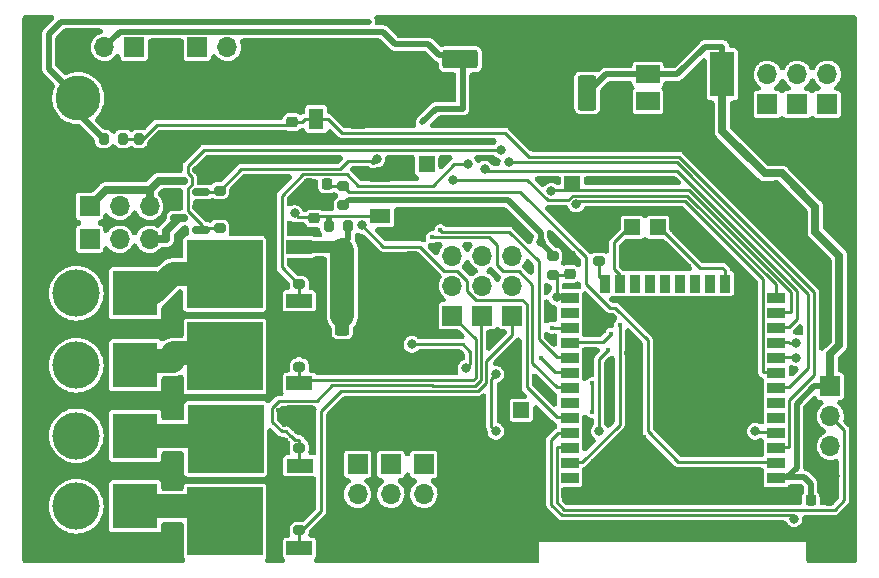
<source format=gbr>
%TF.GenerationSoftware,KiCad,Pcbnew,(6.0.9)*%
%TF.CreationDate,2023-04-19T21:58:53+02:00*%
%TF.ProjectId,jf-ecu32,6a662d65-6375-4333-922e-6b696361645f,rev?*%
%TF.SameCoordinates,Original*%
%TF.FileFunction,Copper,L1,Top*%
%TF.FilePolarity,Positive*%
%FSLAX46Y46*%
G04 Gerber Fmt 4.6, Leading zero omitted, Abs format (unit mm)*
G04 Created by KiCad (PCBNEW (6.0.9)) date 2023-04-19 21:58:53*
%MOMM*%
%LPD*%
G01*
G04 APERTURE LIST*
G04 Aperture macros list*
%AMRoundRect*
0 Rectangle with rounded corners*
0 $1 Rounding radius*
0 $2 $3 $4 $5 $6 $7 $8 $9 X,Y pos of 4 corners*
0 Add a 4 corners polygon primitive as box body*
4,1,4,$2,$3,$4,$5,$6,$7,$8,$9,$2,$3,0*
0 Add four circle primitives for the rounded corners*
1,1,$1+$1,$2,$3*
1,1,$1+$1,$4,$5*
1,1,$1+$1,$6,$7*
1,1,$1+$1,$8,$9*
0 Add four rect primitives between the rounded corners*
20,1,$1+$1,$2,$3,$4,$5,0*
20,1,$1+$1,$4,$5,$6,$7,0*
20,1,$1+$1,$6,$7,$8,$9,0*
20,1,$1+$1,$8,$9,$2,$3,0*%
G04 Aperture macros list end*
%TA.AperFunction,ComponentPad*%
%ADD10R,1.350000X1.350000*%
%TD*%
%TA.AperFunction,SMDPad,CuDef*%
%ADD11R,2.200000X1.200000*%
%TD*%
%TA.AperFunction,SMDPad,CuDef*%
%ADD12R,6.400000X5.800000*%
%TD*%
%TA.AperFunction,SMDPad,CuDef*%
%ADD13RoundRect,0.200000X-0.200000X-0.275000X0.200000X-0.275000X0.200000X0.275000X-0.200000X0.275000X0*%
%TD*%
%TA.AperFunction,SMDPad,CuDef*%
%ADD14RoundRect,0.225000X0.250000X-0.225000X0.250000X0.225000X-0.250000X0.225000X-0.250000X-0.225000X0*%
%TD*%
%TA.AperFunction,SMDPad,CuDef*%
%ADD15RoundRect,0.225000X0.225000X0.250000X-0.225000X0.250000X-0.225000X-0.250000X0.225000X-0.250000X0*%
%TD*%
%TA.AperFunction,ComponentPad*%
%ADD16R,1.700000X1.700000*%
%TD*%
%TA.AperFunction,ComponentPad*%
%ADD17O,1.700000X1.700000*%
%TD*%
%TA.AperFunction,SMDPad,CuDef*%
%ADD18RoundRect,0.200000X0.275000X-0.200000X0.275000X0.200000X-0.275000X0.200000X-0.275000X-0.200000X0*%
%TD*%
%TA.AperFunction,ComponentPad*%
%ADD19R,3.800000X3.800000*%
%TD*%
%TA.AperFunction,ComponentPad*%
%ADD20C,4.000000*%
%TD*%
%TA.AperFunction,SMDPad,CuDef*%
%ADD21RoundRect,0.250000X-0.362500X-1.425000X0.362500X-1.425000X0.362500X1.425000X-0.362500X1.425000X0*%
%TD*%
%TA.AperFunction,SMDPad,CuDef*%
%ADD22R,1.300000X1.700000*%
%TD*%
%TA.AperFunction,ComponentPad*%
%ADD23C,3.800000*%
%TD*%
%TA.AperFunction,SMDPad,CuDef*%
%ADD24R,1.700000X1.300000*%
%TD*%
%TA.AperFunction,SMDPad,CuDef*%
%ADD25R,1.500000X0.900000*%
%TD*%
%TA.AperFunction,SMDPad,CuDef*%
%ADD26R,0.900000X1.500000*%
%TD*%
%TA.AperFunction,SMDPad,CuDef*%
%ADD27R,1.050000X1.050000*%
%TD*%
%TA.AperFunction,HeatsinkPad*%
%ADD28C,0.475000*%
%TD*%
%TA.AperFunction,SMDPad,CuDef*%
%ADD29R,4.200000X4.200000*%
%TD*%
%TA.AperFunction,SMDPad,CuDef*%
%ADD30RoundRect,0.150000X0.587500X0.150000X-0.587500X0.150000X-0.587500X-0.150000X0.587500X-0.150000X0*%
%TD*%
%TA.AperFunction,SMDPad,CuDef*%
%ADD31R,2.000000X1.500000*%
%TD*%
%TA.AperFunction,SMDPad,CuDef*%
%ADD32R,2.000000X3.800000*%
%TD*%
%TA.AperFunction,SMDPad,CuDef*%
%ADD33RoundRect,0.225000X-0.250000X0.225000X-0.250000X-0.225000X0.250000X-0.225000X0.250000X0.225000X0*%
%TD*%
%TA.AperFunction,SMDPad,CuDef*%
%ADD34RoundRect,0.250000X-1.250000X-0.550000X1.250000X-0.550000X1.250000X0.550000X-1.250000X0.550000X0*%
%TD*%
%TA.AperFunction,SMDPad,CuDef*%
%ADD35RoundRect,0.200000X-0.275000X0.200000X-0.275000X-0.200000X0.275000X-0.200000X0.275000X0.200000X0*%
%TD*%
%TA.AperFunction,SMDPad,CuDef*%
%ADD36RoundRect,0.250000X0.550000X-1.250000X0.550000X1.250000X-0.550000X1.250000X-0.550000X-1.250000X0*%
%TD*%
%TA.AperFunction,SMDPad,CuDef*%
%ADD37RoundRect,0.225000X-0.225000X-0.250000X0.225000X-0.250000X0.225000X0.250000X-0.225000X0.250000X0*%
%TD*%
%TA.AperFunction,ViaPad*%
%ADD38C,0.400000*%
%TD*%
%TA.AperFunction,ViaPad*%
%ADD39C,0.800000*%
%TD*%
%TA.AperFunction,Conductor*%
%ADD40C,0.500000*%
%TD*%
%TA.AperFunction,Conductor*%
%ADD41C,0.250000*%
%TD*%
%TA.AperFunction,Conductor*%
%ADD42C,0.700000*%
%TD*%
%TA.AperFunction,Conductor*%
%ADD43C,2.000000*%
%TD*%
%TA.AperFunction,Conductor*%
%ADD44C,1.000000*%
%TD*%
G04 APERTURE END LIST*
D10*
%TO.P,TDI1,1,Pin_1*%
%TO.N,PWM_KERO_3.3*%
X47371000Y-163068000D03*
%TD*%
D11*
%TO.P,Q5,1,G*%
%TO.N,Net-(J13-Pad1)*%
X36629000Y-188590000D03*
D12*
%TO.P,Q5,2,D*%
%TO.N,Net-(D13-Pad2)*%
X30329000Y-186310000D03*
D11*
%TO.P,Q5,3,S*%
%TO.N,GND*%
X36629000Y-184030000D03*
%TD*%
%TO.P,Q6,1,G*%
%TO.N,Net-(J16-Pad1)*%
X36585000Y-195575000D03*
D12*
%TO.P,Q6,2,D*%
%TO.N,Net-(D15-Pad2)*%
X30285000Y-193295000D03*
D11*
%TO.P,Q6,3,S*%
%TO.N,GND*%
X36585000Y-191015000D03*
%TD*%
D13*
%TO.P,R4,1*%
%TO.N,VBAT_ADC*%
X23013000Y-160909000D03*
%TO.P,R4,2*%
%TO.N,GND*%
X24663000Y-160909000D03*
%TD*%
D14*
%TO.P,C2,1*%
%TO.N,GLOW_CURRENT*%
X37846000Y-167653000D03*
%TO.P,C2,2*%
%TO.N,GND*%
X37846000Y-166103000D03*
%TD*%
%TO.P,BOOT1,1*%
%TO.N,Net-(BOOT1-Pad1)*%
X59461400Y-172365000D03*
%TO.P,BOOT1,2*%
%TO.N,GND*%
X59461400Y-170815000D03*
%TD*%
D15*
%TO.P,C7,1*%
%TO.N,Net-(C7-Pad1)*%
X38938200Y-164744400D03*
%TO.P,C7,2*%
%TO.N,GND*%
X37388200Y-164744400D03*
%TD*%
D16*
%TO.P,J16,1,Pin_1*%
%TO.N,Net-(J16-Pad1)*%
X54610000Y-175880000D03*
D17*
%TO.P,J16,2,Pin_2*%
%TO.N,PPM_PWM_PUMP2*%
X54610000Y-173340000D03*
%TO.P,J16,3,Pin_3*%
%TO.N,Net-(J16-Pad3)*%
X54610000Y-170800000D03*
%TD*%
D16*
%TO.P,J19,1,Pin_1*%
%TO.N,3.3V*%
X81534000Y-181864000D03*
D17*
%TO.P,J19,2,Pin_2*%
%TO.N,Net-(J19-Pad2)*%
X81534000Y-184404000D03*
%TO.P,J19,3,Pin_3*%
%TO.N,Net-(J19-Pad3)*%
X81534000Y-186944000D03*
%TO.P,J19,4,Pin_4*%
%TO.N,GND*%
X81534000Y-189484000D03*
%TD*%
D13*
%TO.P,R3,1*%
%TO.N,+BATT*%
X20003000Y-160909000D03*
%TO.P,R3,2*%
%TO.N,VBAT_ADC*%
X21653000Y-160909000D03*
%TD*%
D18*
%TO.P,R11,1*%
%TO.N,PWM_GLOW*%
X36576000Y-173227000D03*
%TO.P,R11,2*%
%TO.N,GND*%
X36576000Y-171577000D03*
%TD*%
D16*
%TO.P,J18,1,Pin_1*%
%TO.N,Net-(J16-Pad3)*%
X47117000Y-188468000D03*
D17*
%TO.P,J18,2,Pin_2*%
%TO.N,unconnected-(J18-Pad2)*%
X47117000Y-191008000D03*
%TO.P,J18,3,Pin_3*%
%TO.N,GND*%
X47117000Y-193548000D03*
%TD*%
D16*
%TO.P,J7,1,Pin_1*%
%TO.N,Net-(D7-Pad2)*%
X18811000Y-166624000D03*
D17*
%TO.P,J7,2,Pin_2*%
%TO.N,+BATT*%
X21351000Y-166624000D03*
%TO.P,J7,3,Pin_3*%
%TO.N,Net-(D7-Pad2)*%
X23891000Y-166624000D03*
%TD*%
D16*
%TO.P,J4,1,Pin_1*%
%TO.N,Net-(J3-Pad3)*%
X41503600Y-188468000D03*
D17*
%TO.P,J4,2,Pin_2*%
%TO.N,unconnected-(J4-Pad2)*%
X41503600Y-191008000D03*
%TO.P,J4,3,Pin_3*%
%TO.N,GND*%
X41503600Y-193548000D03*
%TD*%
D16*
%TO.P,J15,1,Pin_1*%
%TO.N,Net-(J13-Pad3)*%
X44323000Y-188468000D03*
D17*
%TO.P,J15,2,Pin_2*%
%TO.N,unconnected-(J15-Pad2)*%
X44323000Y-191008000D03*
%TO.P,J15,3,Pin_3*%
%TO.N,GND*%
X44323000Y-193548000D03*
%TD*%
D16*
%TO.P,J10,1,Pin_1*%
%TO.N,Net-(C10-Pad2)*%
X27940000Y-153162000D03*
D17*
%TO.P,J10,2,Pin_2*%
%TO.N,Net-(C10-Pad1)*%
X30480000Y-153162000D03*
%TD*%
D18*
%TO.P,R7,1*%
%TO.N,Net-(J13-Pad1)*%
X36576000Y-187070000D03*
%TO.P,R7,2*%
%TO.N,GND*%
X36576000Y-185420000D03*
%TD*%
%TO.P,R12,1*%
%TO.N,PWM_KERO*%
X29845000Y-165290000D03*
%TO.P,R12,2*%
%TO.N,GND*%
X29845000Y-163640000D03*
%TD*%
D19*
%TO.P,J9,1,Pin_1*%
%TO.N,Net-(D3-Pad2)*%
X22693000Y-180086000D03*
D20*
%TO.P,J9,2,Pin_2*%
%TO.N,+BATT*%
X17693000Y-180086000D03*
%TD*%
D10*
%TO.P,GND1,1,Pin_1*%
%TO.N,GND*%
X69088000Y-168402000D03*
%TD*%
D11*
%TO.P,Q4,1,G*%
%TO.N,Net-(J3-Pad1)*%
X36585000Y-181605000D03*
D12*
%TO.P,Q4,2,D*%
%TO.N,Net-(D3-Pad2)*%
X30285000Y-179325000D03*
D11*
%TO.P,Q4,3,S*%
%TO.N,GND*%
X36585000Y-177045000D03*
%TD*%
D21*
%TO.P,R2,1*%
%TO.N,Net-(Q2-Pad3)*%
X40217500Y-172085000D03*
%TO.P,R2,2*%
%TO.N,GND*%
X46142500Y-172085000D03*
%TD*%
D18*
%TO.P,R15,1*%
%TO.N,Net-(R15-Pad1)*%
X61976000Y-171259000D03*
%TO.P,R15,2*%
%TO.N,GND*%
X61976000Y-169609000D03*
%TD*%
D16*
%TO.P,J6,1,Pin_1*%
%TO.N,Net-(D9-Pad2)*%
X18811000Y-169418000D03*
D17*
%TO.P,J6,2,Pin_2*%
%TO.N,+BATT*%
X21351000Y-169418000D03*
%TO.P,J6,3,Pin_3*%
%TO.N,Net-(D9-Pad2)*%
X23891000Y-169418000D03*
%TD*%
D22*
%TO.P,D18,1,K*%
%TO.N,VBAT_ADC*%
X38001000Y-159232600D03*
%TO.P,D18,2,A*%
%TO.N,GND*%
X41501000Y-159232600D03*
%TD*%
D10*
%TO.P,TMS1,1,Pin_1*%
%TO.N,PWM_KEROSTART_3.3*%
X59690000Y-164719000D03*
%TD*%
%TO.P,TCK1,1,Pin_1*%
%TO.N,TCK*%
X66929000Y-168402000D03*
%TD*%
D16*
%TO.P,J3,1,Pin_1*%
%TO.N,Net-(J3-Pad1)*%
X49530000Y-175895000D03*
D17*
%TO.P,J3,2,Pin_2*%
%TO.N,PPM_PWM_STARTER*%
X49530000Y-173355000D03*
%TO.P,J3,3,Pin_3*%
%TO.N,Net-(J3-Pad3)*%
X49530000Y-170815000D03*
%TD*%
D11*
%TO.P,Q2,1,G*%
%TO.N,PWM_GLOW*%
X36550000Y-174620000D03*
D12*
%TO.P,Q2,2,D*%
%TO.N,Net-(D10-Pad2)*%
X30250000Y-172340000D03*
D11*
%TO.P,Q2,3,S*%
%TO.N,Net-(Q2-Pad3)*%
X36550000Y-170060000D03*
%TD*%
D19*
%TO.P,J8,1,Pin_1*%
%TO.N,GND*%
X22860000Y-157480000D03*
D23*
%TO.P,J8,2,Pin_2*%
%TO.N,+BATT*%
X17860000Y-157480000D03*
%TD*%
D18*
%TO.P,R10,1*%
%TO.N,PWM_KEROSTART*%
X29845000Y-168465000D03*
%TO.P,R10,2*%
%TO.N,GND*%
X29845000Y-166815000D03*
%TD*%
D24*
%TO.P,D19,1,K*%
%TO.N,GLOW_CURRENT*%
X43434000Y-167434200D03*
%TO.P,D19,2,A*%
%TO.N,GND*%
X43434000Y-163934200D03*
%TD*%
D21*
%TO.P,R1,1*%
%TO.N,Net-(Q2-Pad3)*%
X40217500Y-175895000D03*
%TO.P,R1,2*%
%TO.N,GND*%
X46142500Y-175895000D03*
%TD*%
D13*
%TO.P,R6,1*%
%TO.N,GLOW_CURRENT*%
X39053000Y-168275000D03*
%TO.P,R6,2*%
%TO.N,Net-(Q2-Pad3)*%
X40703000Y-168275000D03*
%TD*%
D25*
%TO.P,U1,1,GND*%
%TO.N,GND*%
X76949000Y-190921000D03*
%TO.P,U1,2,VDD*%
%TO.N,3.3V*%
X76949000Y-189651000D03*
%TO.P,U1,3,EN*%
%TO.N,Net-(C7-Pad1)*%
X76949000Y-188381000D03*
%TO.P,U1,4,SENSOR_VP*%
%TO.N,VBAT_ADC*%
X76949000Y-187111000D03*
%TO.P,U1,5,SENSOR_VN*%
%TO.N,GLOW_CURRENT*%
X76949000Y-185841000D03*
%TO.P,U1,6,IO34*%
%TO.N,unconnected-(U1-Pad6)*%
X76949000Y-184571000D03*
%TO.P,U1,7,IO35*%
%TO.N,unconnected-(U1-Pad7)*%
X76949000Y-183301000D03*
%TO.P,U1,8,IO32*%
%TO.N,PPM_STARTER_3.3*%
X76949000Y-182031000D03*
%TO.P,U1,9,IO33*%
%TO.N,PPM_PWM_PUMP1_3.3*%
X76949000Y-180761000D03*
%TO.P,U1,10,IO25*%
%TO.N,PPM_PWM_PUMP2_3.3*%
X76949000Y-179491000D03*
%TO.P,U1,11,IO26*%
%TO.N,PPM_GAZ*%
X76949000Y-178221000D03*
%TO.P,U1,12,IO27*%
%TO.N,PWM_GLOW_3.3*%
X76949000Y-176951000D03*
%TO.P,U1,13,IO14*%
%TO.N,PWM_KEROSTART_3.3*%
X76949000Y-175681000D03*
%TO.P,U1,14,IO12*%
%TO.N,PWM_KERO_3.3*%
X76949000Y-174411000D03*
D26*
%TO.P,U1,15,GND*%
%TO.N,GND*%
X73909000Y-173161000D03*
%TO.P,U1,16,IO13*%
%TO.N,TCK*%
X72639000Y-173161000D03*
%TO.P,U1,17,SHD/SD2*%
%TO.N,unconnected-(U1-Pad17)*%
X71369000Y-173161000D03*
%TO.P,U1,18,SWP/SD3*%
%TO.N,unconnected-(U1-Pad18)*%
X70099000Y-173161000D03*
%TO.P,U1,19,SCS/CMD*%
%TO.N,unconnected-(U1-Pad19)*%
X68829000Y-173161000D03*
%TO.P,U1,20,SCK/CLK*%
%TO.N,unconnected-(U1-Pad20)*%
X67559000Y-173161000D03*
%TO.P,U1,21,SDO/SD0*%
%TO.N,unconnected-(U1-Pad21)*%
X66289000Y-173161000D03*
%TO.P,U1,22,SDI/SD1*%
%TO.N,unconnected-(U1-Pad22)*%
X65019000Y-173161000D03*
%TO.P,U1,23,IO15*%
%TO.N,TDO*%
X63749000Y-173161000D03*
%TO.P,U1,24,IO2*%
%TO.N,Net-(R15-Pad1)*%
X62479000Y-173161000D03*
D25*
%TO.P,U1,25,IO0*%
%TO.N,Net-(BOOT1-Pad1)*%
X59449000Y-174411000D03*
%TO.P,U1,26,IO4*%
%TO.N,BRAKE*%
X59449000Y-175681000D03*
%TO.P,U1,27,IO16*%
%TO.N,Net-(R14-Pad1)*%
X59449000Y-176951000D03*
%TO.P,U1,28,IO17*%
%TO.N,TX2*%
X59449000Y-178221000D03*
%TO.P,U1,29,IO5*%
%TO.N,CS*%
X59449000Y-179491000D03*
%TO.P,U1,30,IO18*%
%TO.N,CLK*%
X59449000Y-180761000D03*
%TO.P,U1,31,IO19*%
%TO.N,MISO*%
X59449000Y-182031000D03*
%TO.P,U1,32,NC*%
%TO.N,unconnected-(U1-Pad32)*%
X59449000Y-183301000D03*
%TO.P,U1,33,IO21*%
%TO.N,RPM*%
X59449000Y-184571000D03*
%TO.P,U1,34,RXD0/IO3*%
%TO.N,Net-(J19-Pad3)*%
X59449000Y-185841000D03*
%TO.P,U1,35,TXD0/IO1*%
%TO.N,Net-(J19-Pad2)*%
X59449000Y-187111000D03*
%TO.P,U1,36,IO22*%
%TO.N,AUX*%
X59449000Y-188381000D03*
%TO.P,U1,37,IO23*%
%TO.N,MOSI*%
X59449000Y-189651000D03*
%TO.P,U1,38,GND*%
%TO.N,GND*%
X59449000Y-190921000D03*
D27*
%TO.P,U1,39,GND*%
X68879000Y-183581000D03*
D28*
X68116500Y-185106000D03*
X67354000Y-182818500D03*
X69641500Y-183581000D03*
X67354000Y-184343500D03*
D27*
X70404000Y-182056000D03*
X70404000Y-183581000D03*
D29*
X68879000Y-183581000D03*
D28*
X68116500Y-183581000D03*
X68879000Y-184343500D03*
X68116500Y-182056000D03*
D27*
X68879000Y-182056000D03*
D28*
X69641500Y-185106000D03*
D27*
X67354000Y-185106000D03*
X68879000Y-185106000D03*
D28*
X70404000Y-184343500D03*
X68879000Y-182818500D03*
X70404000Y-182818500D03*
D27*
X70404000Y-185106000D03*
X67354000Y-183581000D03*
X67354000Y-182056000D03*
D28*
X69641500Y-182056000D03*
%TD*%
D30*
%TO.P,Q1,1,G*%
%TO.N,PWM_KERO*%
X28242500Y-165415000D03*
%TO.P,Q1,2,S*%
%TO.N,GND*%
X28242500Y-163515000D03*
%TO.P,Q1,3,D*%
%TO.N,Net-(D7-Pad2)*%
X26367500Y-164465000D03*
%TD*%
D31*
%TO.P,U4,1,GND*%
%TO.N,GND*%
X66090000Y-153148000D03*
D32*
%TO.P,U4,2,VO*%
%TO.N,3.3V*%
X72390000Y-155448000D03*
D31*
X66090000Y-155448000D03*
%TO.P,U4,3,VI*%
%TO.N,+5V*%
X66090000Y-157748000D03*
%TD*%
D16*
%TO.P,J1,1,Pin_1*%
%TO.N,PPM_GAZ_5V*%
X76200000Y-158003000D03*
D17*
%TO.P,J1,2,Pin_2*%
%TO.N,VDC*%
X76200000Y-155463000D03*
%TO.P,J1,3,Pin_3*%
%TO.N,GND*%
X76200000Y-152923000D03*
%TD*%
D19*
%TO.P,J17,1,Pin_1*%
%TO.N,Net-(D15-Pad2)*%
X22693000Y-192024000D03*
D20*
%TO.P,J17,2,Pin_2*%
%TO.N,+BATT*%
X17693000Y-192024000D03*
%TD*%
D18*
%TO.P,R8,1*%
%TO.N,Net-(J16-Pad1)*%
X36576000Y-194055000D03*
%TO.P,R8,2*%
%TO.N,GND*%
X36576000Y-192405000D03*
%TD*%
D33*
%TO.P,C1,1*%
%TO.N,VBAT_ADC*%
X35991800Y-159473600D03*
%TO.P,C1,2*%
%TO.N,GND*%
X35991800Y-161023600D03*
%TD*%
D19*
%TO.P,J5,1,Pin_1*%
%TO.N,Net-(D10-Pad2)*%
X22693000Y-173990000D03*
D20*
%TO.P,J5,2,Pin_2*%
%TO.N,+BATT*%
X17693000Y-173990000D03*
%TD*%
D16*
%TO.P,J12,1,Pin_1*%
%TO.N,TX2*%
X81280000Y-157988000D03*
D17*
%TO.P,J12,2,Pin_2*%
%TO.N,unconnected-(J12-Pad2)*%
X81280000Y-155448000D03*
%TO.P,J12,3,Pin_3*%
%TO.N,GND*%
X81280000Y-152908000D03*
%TD*%
D16*
%TO.P,J13,1,Pin_1*%
%TO.N,Net-(J13-Pad1)*%
X52070000Y-175895000D03*
D17*
%TO.P,J13,2,Pin_2*%
%TO.N,PPM_PWM_PUMP1*%
X52070000Y-173355000D03*
%TO.P,J13,3,Pin_3*%
%TO.N,Net-(J13-Pad3)*%
X52070000Y-170815000D03*
%TD*%
D34*
%TO.P,C8,1*%
%TO.N,+5V*%
X50210000Y-154178000D03*
%TO.P,C8,2*%
%TO.N,GND*%
X54610000Y-154178000D03*
%TD*%
D35*
%TO.P,R13,1*%
%TO.N,3.3V*%
X58039000Y-170815000D03*
%TO.P,R13,2*%
%TO.N,Net-(BOOT1-Pad1)*%
X58039000Y-172465000D03*
%TD*%
D18*
%TO.P,R9,1*%
%TO.N,Net-(J3-Pad1)*%
X36576000Y-180212000D03*
%TO.P,R9,2*%
%TO.N,GND*%
X36576000Y-178562000D03*
%TD*%
%TO.P,R5,1*%
%TO.N,3.3V*%
X40305000Y-166552700D03*
%TO.P,R5,2*%
%TO.N,Net-(C7-Pad1)*%
X40305000Y-164902700D03*
%TD*%
D16*
%TO.P,J2,1,Pin_1*%
%TO.N,AUX_5V*%
X78740000Y-158003000D03*
D17*
%TO.P,J2,2,Pin_2*%
%TO.N,unconnected-(J2-Pad2)*%
X78740000Y-155463000D03*
%TO.P,J2,3,Pin_3*%
%TO.N,GND*%
X78740000Y-152923000D03*
%TD*%
D16*
%TO.P,J11,1,Pin_1*%
%TO.N,RPM*%
X22606000Y-153162000D03*
D17*
%TO.P,J11,2,Pin_2*%
%TO.N,+5V*%
X20066000Y-153162000D03*
%TO.P,J11,3,Pin_3*%
%TO.N,GND*%
X17526000Y-153162000D03*
%TD*%
D36*
%TO.P,C3,1*%
%TO.N,3.3V*%
X60960000Y-157013000D03*
%TO.P,C3,2*%
%TO.N,GND*%
X60960000Y-152613000D03*
%TD*%
D10*
%TO.P,BOOT0,1,Pin_1*%
%TO.N,Net-(BOOT1-Pad1)*%
X55372000Y-183896000D03*
%TD*%
D37*
%TO.P,C9,1*%
%TO.N,3.3V*%
X79870000Y-191516000D03*
%TO.P,C9,2*%
%TO.N,GND*%
X81420000Y-191516000D03*
%TD*%
D10*
%TO.P,GND2,1,Pin_1*%
%TO.N,GND*%
X55372000Y-186817000D03*
%TD*%
%TO.P,TDO1,1,Pin_1*%
%TO.N,TDO*%
X64770000Y-168402000D03*
%TD*%
D30*
%TO.P,Q3,1,G*%
%TO.N,PWM_KEROSTART*%
X28242500Y-168590000D03*
%TO.P,Q3,2,S*%
%TO.N,GND*%
X28242500Y-166690000D03*
%TO.P,Q3,3,D*%
%TO.N,Net-(D9-Pad2)*%
X26367500Y-167640000D03*
%TD*%
D19*
%TO.P,J14,1,Pin_1*%
%TO.N,Net-(D13-Pad2)*%
X22693000Y-186055000D03*
D20*
%TO.P,J14,2,Pin_2*%
%TO.N,+BATT*%
X17693000Y-186055000D03*
%TD*%
D38*
%TO.N,+5V*%
X46990000Y-159512000D03*
X66802000Y-157353000D03*
X65532000Y-158115000D03*
X66167000Y-157353000D03*
X50444000Y-154178000D03*
X66167000Y-158115000D03*
X66802000Y-158115000D03*
X65532000Y-157353000D03*
D39*
%TO.N,Net-(BOOT1-Pad1)*%
X58353500Y-174325600D03*
D38*
X61341000Y-184023000D03*
X61341000Y-181610000D03*
%TO.N,GND*%
X55880000Y-160528000D03*
X74930000Y-166624000D03*
X74422000Y-175514000D03*
X74168000Y-166878000D03*
X43561000Y-172212000D03*
X30734000Y-160528000D03*
X45847000Y-177292000D03*
X64770000Y-179578000D03*
X71882000Y-176530000D03*
X44831000Y-175006000D03*
X44831000Y-176911000D03*
X16002000Y-162560000D03*
X72390000Y-182880000D03*
X33020000Y-156464000D03*
X44450000Y-158242000D03*
X43561000Y-171577000D03*
X67818000Y-156718000D03*
X38354000Y-171958000D03*
X46355000Y-177292000D03*
X64516000Y-191571400D03*
X26416000Y-158496000D03*
X68072000Y-191389000D03*
X79248000Y-193802000D03*
X78994000Y-167894000D03*
X45847000Y-176276000D03*
X36068000Y-157988000D03*
X45847000Y-175260000D03*
X45085000Y-158242000D03*
X16002000Y-161544000D03*
X27940000Y-159004000D03*
X25908000Y-156210000D03*
X69596000Y-191008000D03*
X64632033Y-183271967D03*
X23114000Y-194818000D03*
X70358000Y-155956000D03*
X27432000Y-159004000D03*
X73914000Y-176022000D03*
X71374000Y-175768000D03*
X14097000Y-189992000D03*
X59690000Y-194564000D03*
X78740000Y-168910000D03*
X44450000Y-157607000D03*
X15494000Y-159766000D03*
X14097000Y-195199000D03*
X34798000Y-179578000D03*
X64008000Y-171704000D03*
X81534000Y-165862000D03*
X14097000Y-151384000D03*
X60706000Y-179832000D03*
X81280000Y-174244000D03*
X44069000Y-175006000D03*
X26416000Y-159004000D03*
X44831000Y-176276000D03*
X26416000Y-156972000D03*
X72263000Y-194310000D03*
X46482000Y-171704000D03*
X27432000Y-154686000D03*
X73152000Y-174498000D03*
X45974000Y-171704000D03*
X24511000Y-154813000D03*
X35991800Y-161023600D03*
X14224000Y-167513000D03*
X17272000Y-154940000D03*
X14986000Y-157734000D03*
X68834000Y-177546000D03*
X17018000Y-194818000D03*
X45847000Y-176784000D03*
X36830000Y-161036000D03*
X14986000Y-159258000D03*
X45974000Y-170688000D03*
X71628000Y-164338000D03*
X25146000Y-155448000D03*
X54610000Y-179324000D03*
X37592000Y-166116000D03*
X56642000Y-159766000D03*
X37338000Y-153924000D03*
X24892000Y-194564000D03*
X65278000Y-175768000D03*
X56642000Y-186563000D03*
X44323000Y-170942000D03*
X62992000Y-183134000D03*
X32512000Y-156464000D03*
X60960000Y-184912000D03*
X45974000Y-173228000D03*
X73914000Y-165862000D03*
X35052000Y-162560000D03*
X25654000Y-176784000D03*
X37846000Y-153416000D03*
X15240000Y-162306000D03*
X41275000Y-154178000D03*
X69596000Y-175260000D03*
X64516000Y-180340000D03*
X15494000Y-158242000D03*
X31750000Y-161036000D03*
X74168000Y-165100000D03*
X60198000Y-168656000D03*
X64770000Y-187452000D03*
X69088000Y-190500000D03*
X14986000Y-158750000D03*
X53213000Y-152400000D03*
X32004000Y-156972000D03*
X36830000Y-165862000D03*
X20066000Y-177038000D03*
X25400000Y-152654000D03*
X24003000Y-154178000D03*
X44958000Y-162687000D03*
X76073000Y-168148000D03*
X62484000Y-160528000D03*
X68072000Y-175768000D03*
X14097000Y-163449000D03*
X67564000Y-161290000D03*
X44069000Y-176911000D03*
X45974000Y-172212000D03*
X61214000Y-167767000D03*
X60706000Y-181102000D03*
X36322000Y-165862000D03*
X71628000Y-174752000D03*
X73914000Y-173228000D03*
X65024000Y-159512000D03*
X74422000Y-153416000D03*
X28194000Y-154686000D03*
X55880000Y-159766000D03*
X44323000Y-171577000D03*
X45847000Y-174752000D03*
X37338000Y-164846000D03*
X72390000Y-175260000D03*
X36322000Y-166370000D03*
X62992000Y-181864000D03*
X22860000Y-154686000D03*
X35306000Y-160528000D03*
X34798000Y-176276000D03*
X23368000Y-154686000D03*
X15240000Y-161036000D03*
X75184000Y-174244000D03*
X15240000Y-161544000D03*
X65405000Y-174498000D03*
X64516000Y-167132000D03*
X32004000Y-156464000D03*
X71374000Y-190754000D03*
X71628000Y-191516000D03*
X57404000Y-184912000D03*
X36830000Y-160274000D03*
X38354000Y-176276000D03*
X46482000Y-176784000D03*
X69088000Y-156718000D03*
X70358000Y-169164000D03*
X54991000Y-182499000D03*
X56388000Y-160528000D03*
X20574000Y-154940000D03*
X75946000Y-161798000D03*
X46482000Y-171196000D03*
X63500000Y-187960000D03*
X26416000Y-152654000D03*
X74422000Y-179070000D03*
X67056000Y-171704000D03*
X70358000Y-180594000D03*
X70104000Y-161798000D03*
X65278000Y-181610000D03*
X70866000Y-156718000D03*
X62992000Y-186944000D03*
X31750000Y-160528000D03*
X62484000Y-169164000D03*
X34163000Y-176403000D03*
X39243000Y-158115000D03*
X45593000Y-163957000D03*
X44069000Y-177546000D03*
X45974000Y-171196000D03*
X69850000Y-159004000D03*
X38354000Y-175514000D03*
X69596000Y-171704000D03*
X73914000Y-181610000D03*
X73406000Y-165862000D03*
X30734000Y-161036000D03*
X64262000Y-175006000D03*
X62357000Y-194183000D03*
X60706000Y-168275000D03*
X15748000Y-161036000D03*
X19812000Y-154940000D03*
X39243000Y-161036000D03*
X45720000Y-162687000D03*
X32004000Y-157480000D03*
X78994000Y-166878000D03*
X66294000Y-175006000D03*
X42926000Y-152781000D03*
X46482000Y-172212000D03*
X53086000Y-193548000D03*
X74676000Y-176784000D03*
X54610000Y-152400000D03*
X34798000Y-177292000D03*
X72644000Y-179070000D03*
X44069000Y-176276000D03*
X27940000Y-158496000D03*
X70358000Y-176276000D03*
X75184000Y-177546000D03*
X25654000Y-188468000D03*
X36576000Y-165354000D03*
X65786000Y-186182000D03*
X72644000Y-164592000D03*
X64770000Y-181102000D03*
X22479000Y-155067000D03*
X45974000Y-172720000D03*
X65278000Y-179578000D03*
X59436000Y-170815000D03*
X53340000Y-188214000D03*
X71882000Y-162052000D03*
X60706000Y-189230000D03*
X34798000Y-191008000D03*
X37211000Y-157353000D03*
X47371000Y-154178000D03*
X40005000Y-158750000D03*
X70104000Y-160274000D03*
X74168000Y-190500000D03*
X70866000Y-154940000D03*
X53975000Y-184531000D03*
X34798000Y-172720000D03*
X44069000Y-175641000D03*
X48768000Y-161163000D03*
X53848000Y-154559000D03*
X74930000Y-179832000D03*
X43561000Y-170942000D03*
X36322000Y-153416000D03*
X77216000Y-163068000D03*
X56642000Y-188722000D03*
X74422000Y-164338000D03*
X73152000Y-176276000D03*
X35814000Y-166116000D03*
X68326000Y-160020000D03*
X18034000Y-154940000D03*
X57150000Y-161798000D03*
X62992000Y-161036000D03*
X21844000Y-155067000D03*
X74676000Y-173482000D03*
X15240000Y-156464000D03*
X67310000Y-180340000D03*
X62738000Y-184912000D03*
X22098000Y-154686000D03*
X73660000Y-152146000D03*
X38862000Y-177038000D03*
X38608000Y-174752000D03*
X37846000Y-162560000D03*
X27432000Y-158496000D03*
X46482000Y-175260000D03*
X32258000Y-161036000D03*
X23749000Y-155067000D03*
X32512000Y-157480000D03*
X15748000Y-162052000D03*
X35306000Y-157988000D03*
X65532000Y-171704000D03*
X81280000Y-171196000D03*
X20066000Y-188468000D03*
X67056000Y-174498000D03*
X32258000Y-160528000D03*
X57658000Y-160528000D03*
X52705000Y-177419000D03*
X31242000Y-160528000D03*
X70866000Y-158750000D03*
X35052000Y-164338000D03*
X57658000Y-182626000D03*
X72390000Y-151638000D03*
X82296000Y-169418000D03*
X65278000Y-180594000D03*
X66548000Y-177292000D03*
X37084000Y-179324000D03*
X35306000Y-192024000D03*
X37592000Y-176022000D03*
X40005000Y-158115000D03*
X79375000Y-160909000D03*
X14097000Y-178435000D03*
X74422000Y-165862000D03*
X35433000Y-186436000D03*
X55372000Y-160528000D03*
X80518000Y-165100000D03*
X73406000Y-164338000D03*
X73914000Y-164338000D03*
X47371000Y-157226000D03*
X61722000Y-167132000D03*
X43561000Y-172847000D03*
X46482000Y-174752000D03*
X76962000Y-164592000D03*
X55880000Y-159258000D03*
X37338000Y-154686000D03*
X68326000Y-171704000D03*
X46482000Y-176276000D03*
X70612000Y-175260000D03*
X18796000Y-154940000D03*
X23114000Y-155067000D03*
X14224000Y-184531000D03*
X33020000Y-157480000D03*
X14097000Y-172720000D03*
X69596000Y-179070000D03*
X44831000Y-177546000D03*
X81534000Y-178054000D03*
X54991000Y-154559000D03*
X77978000Y-165989000D03*
X54991000Y-153797000D03*
X66167000Y-194169705D03*
X31242000Y-161036000D03*
X49403000Y-180594000D03*
X60579000Y-191571400D03*
X15748000Y-159258000D03*
X53848000Y-153797000D03*
X19304000Y-154686000D03*
X75184000Y-180594000D03*
X61468000Y-188214000D03*
X36322000Y-154178000D03*
X34798000Y-183896000D03*
X56642000Y-194564000D03*
X68072000Y-176530000D03*
X72898000Y-180594000D03*
X64262000Y-179070000D03*
X69088000Y-174498000D03*
X64770000Y-188468000D03*
X32512000Y-156972000D03*
X81026000Y-193802000D03*
X44323000Y-172847000D03*
X68072000Y-180340000D03*
X73660000Y-165100000D03*
X38100000Y-166116000D03*
X26924000Y-158496000D03*
X57150000Y-192024000D03*
X64008000Y-186436000D03*
X26416000Y-153670000D03*
X71628000Y-161036000D03*
X63246000Y-188976000D03*
X35306000Y-185166000D03*
X26924000Y-159004000D03*
X56642000Y-159258000D03*
X48768000Y-152654000D03*
X74168000Y-155956000D03*
X55372000Y-187960000D03*
X65024000Y-179070000D03*
X44831000Y-175641000D03*
X73406000Y-191262000D03*
X29083000Y-154686000D03*
X24003000Y-154686000D03*
X62992000Y-156718000D03*
X56388000Y-161798000D03*
X44831000Y-168656000D03*
X26416000Y-153162000D03*
X44323000Y-172212000D03*
X36957000Y-153416000D03*
X75438000Y-165608000D03*
X49530000Y-179451000D03*
X70866000Y-177546000D03*
X33020000Y-156946600D03*
X65278000Y-180086000D03*
X48006000Y-151892000D03*
X37592000Y-161036000D03*
X15494000Y-160528000D03*
X21463000Y-154686000D03*
X62738000Y-158242000D03*
X63754000Y-157480000D03*
X34544000Y-164846000D03*
X46482000Y-175768000D03*
X46482000Y-173228000D03*
X34290000Y-162560000D03*
X45847000Y-175768000D03*
X15494000Y-158750000D03*
X66802000Y-179070000D03*
X73152000Y-177546000D03*
X46482000Y-172720000D03*
D39*
%TO.N,PPM_PWM_PUMP2_3.3*%
X78613000Y-179451000D03*
%TO.N,PPM_PWM_PUMP1_3.3*%
X60019600Y-166445000D03*
%TO.N,PWM_KERO_3.3*%
X49619100Y-164365200D03*
D38*
X76962000Y-174244000D03*
D39*
%TO.N,PWM_KEROSTART_3.3*%
X57905500Y-165356800D03*
%TO.N,PWM_GLOW_3.3*%
X52266700Y-163481800D03*
%TO.N,PPM_STARTER_3.3*%
X54302700Y-162879000D03*
%TO.N,PWM_GLOW*%
X50855000Y-163053700D03*
%TO.N,PWM_KEROSTART*%
X53610300Y-161841500D03*
%TO.N,PWM_KERO*%
X43142600Y-162625300D03*
D38*
%TO.N,+BATT*%
X42433000Y-150988000D03*
D39*
%TO.N,GLOW_CURRENT*%
X36169400Y-167233100D03*
X75184000Y-185674000D03*
%TO.N,PPM_GAZ*%
X78605600Y-178181000D03*
D38*
%TO.N,AUX*%
X63699500Y-176681800D03*
%TO.N,CLK*%
X57012400Y-179461600D03*
%TO.N,MISO*%
X47804200Y-169238800D03*
%TO.N,CS*%
X48514000Y-168656000D03*
D39*
%TO.N,RPM*%
X41885200Y-168250100D03*
D38*
%TO.N,TX2*%
X62988400Y-177406900D03*
%TO.N,Net-(R14-Pad1)*%
X57949000Y-176905400D03*
D39*
%TO.N,Net-(J19-Pad3)*%
X78464023Y-193061977D03*
%TO.N,BRAKE*%
X61976000Y-185674000D03*
X53213000Y-180848000D03*
X46101000Y-178308000D03*
X50673000Y-180340000D03*
D38*
X62709404Y-178816000D03*
X59436000Y-175514000D03*
D39*
X53213000Y-185674000D03*
%TO.N,3.3V*%
X56999000Y-169672000D03*
D38*
X72390000Y-156972000D03*
X72390000Y-154940000D03*
X58039000Y-170815000D03*
%TD*%
D40*
%TO.N,+5V*%
X48402000Y-153812000D02*
X47498000Y-152908000D01*
X48133000Y-158369000D02*
X46990000Y-159512000D01*
X50419000Y-154203000D02*
X50419000Y-158369000D01*
X21366200Y-151861800D02*
X20066000Y-153162000D01*
X43657800Y-151861800D02*
X21366200Y-151861800D01*
X44704000Y-152908000D02*
X43657800Y-151861800D01*
X48809000Y-153812000D02*
X48402000Y-153812000D01*
X50444000Y-154178000D02*
X50419000Y-154203000D01*
X50419000Y-158369000D02*
X48133000Y-158369000D01*
X47498000Y-152908000D02*
X44704000Y-152908000D01*
D41*
%TO.N,TCK*%
X72390000Y-171831000D02*
X70504537Y-171831000D01*
X70504537Y-171831000D02*
X67869537Y-169196000D01*
X67869537Y-169196000D02*
X67850000Y-169196000D01*
X72618600Y-172059600D02*
X72390000Y-171831000D01*
X72618600Y-173075600D02*
X72618600Y-172059600D01*
X67850000Y-169196000D02*
X66675000Y-168021000D01*
%TO.N,Net-(BOOT1-Pad1)*%
X58353500Y-172465000D02*
X58353500Y-174325600D01*
X61341000Y-181610000D02*
X61341000Y-184023000D01*
X58039000Y-172465000D02*
X58353500Y-172465000D01*
X59361400Y-172465000D02*
X59461400Y-172365000D01*
X59428600Y-174325600D02*
X58353500Y-174325600D01*
X58353500Y-172465000D02*
X59361400Y-172465000D01*
D42*
%TO.N,Net-(D7-Pad2)*%
X18811000Y-166624000D02*
X20211100Y-165223900D01*
X23891000Y-166624000D02*
X23891000Y-165223900D01*
X20211100Y-165223900D02*
X23891000Y-165223900D01*
X24649900Y-164465000D02*
X26367500Y-164465000D01*
X23891000Y-165223900D02*
X24649900Y-164465000D01*
D41*
%TO.N,PPM_PWM_PUMP2_3.3*%
X78613000Y-179451000D02*
X78567600Y-179405600D01*
X78567600Y-179405600D02*
X76928600Y-179405600D01*
%TO.N,PPM_PWM_PUMP1_3.3*%
X60294700Y-166169900D02*
X69223108Y-166169900D01*
X75853500Y-172800292D02*
X75853500Y-180675600D01*
X60019600Y-166445000D02*
X60294700Y-166169900D01*
X75853500Y-180675600D02*
X76928600Y-180675600D01*
X69223108Y-166169900D02*
X75853500Y-172800292D01*
%TO.N,PWM_KERO_3.3*%
X76928600Y-173238996D02*
X69409504Y-165719900D01*
X59357200Y-166082000D02*
X57605300Y-166082000D01*
X69409504Y-165719900D02*
X59719300Y-165719900D01*
X59719300Y-165719900D02*
X59357200Y-166082000D01*
X57605300Y-166082000D02*
X55888500Y-164365200D01*
X55888500Y-164365200D02*
X49619100Y-164365200D01*
X76928600Y-174325600D02*
X76928600Y-173238996D01*
%TO.N,PWM_KEROSTART_3.3*%
X59690000Y-164719000D02*
X59690000Y-164846000D01*
X69595800Y-165269800D02*
X59266200Y-165269800D01*
X78232000Y-173906000D02*
X69595800Y-165269800D01*
X59266200Y-165269800D02*
X57992500Y-165269800D01*
X57992500Y-165269800D02*
X57905500Y-165356800D01*
X59690000Y-164846000D02*
X59266200Y-165269800D01*
X76928600Y-175595600D02*
X78232000Y-175595600D01*
X78232000Y-175595600D02*
X78232000Y-173906000D01*
%TO.N,PWM_GLOW_3.3*%
X68588800Y-163604100D02*
X78740000Y-173755300D01*
X78003700Y-176865600D02*
X76928600Y-176865600D01*
X52389000Y-163604100D02*
X68588800Y-163604100D01*
X52266700Y-163481800D02*
X52389000Y-163604100D01*
X78740000Y-176129300D02*
X78003700Y-176865600D01*
X78740000Y-173755300D02*
X78740000Y-176129300D01*
%TO.N,PPM_STARTER_3.3*%
X76928600Y-181945600D02*
X78003700Y-181945600D01*
X68515200Y-162879000D02*
X54302700Y-162879000D01*
X78003700Y-181945600D02*
X79657500Y-180291800D01*
X79657500Y-180291800D02*
X79657500Y-174021300D01*
X79657500Y-174021300D02*
X68515200Y-162879000D01*
D42*
%TO.N,Net-(D9-Pad2)*%
X23891000Y-169418000D02*
X25291100Y-169418000D01*
X25291100Y-168716400D02*
X25291100Y-169418000D01*
X26367500Y-167640000D02*
X25291100Y-168716400D01*
D41*
%TO.N,PWM_GLOW*%
X35070200Y-165749900D02*
X36892900Y-163927200D01*
X36576000Y-173291000D02*
X35070200Y-171785200D01*
X36892900Y-163927200D02*
X40588000Y-163927200D01*
X40588000Y-163927200D02*
X41570200Y-164909400D01*
X47849700Y-164909400D02*
X49705400Y-163053700D01*
X36576000Y-174594000D02*
X36550000Y-174620000D01*
X36576000Y-173291000D02*
X36576000Y-174594000D01*
X41570200Y-164909400D02*
X47849700Y-164909400D01*
X35070200Y-171785200D02*
X35070200Y-165749900D01*
X49705400Y-163053700D02*
X50855000Y-163053700D01*
%TO.N,PWM_KEROSTART*%
X27167400Y-165077600D02*
X27167400Y-167027400D01*
X27447700Y-164797300D02*
X27167400Y-165077600D01*
X29845000Y-168465000D02*
X28311000Y-168465000D01*
X28500400Y-161841500D02*
X27116400Y-163225500D01*
X27447700Y-164132700D02*
X27447700Y-164797300D01*
X53610300Y-161841500D02*
X28500400Y-161841500D01*
X28311000Y-168171000D02*
X28311000Y-168465000D01*
X27116400Y-163225500D02*
X27116400Y-163801400D01*
X27167400Y-167027400D02*
X28311000Y-168171000D01*
X27116400Y-163801400D02*
X27447700Y-164132700D01*
X28311000Y-168465000D02*
X28311000Y-168521500D01*
X28311000Y-168521500D02*
X28242500Y-168590000D01*
%TO.N,PWM_KERO*%
X39996337Y-163477200D02*
X31657800Y-163477200D01*
X31657800Y-163477200D02*
X29845000Y-165290000D01*
X40676537Y-162797000D02*
X39996337Y-163477200D01*
X29720000Y-165415000D02*
X29845000Y-165290000D01*
X42808700Y-162959200D02*
X42646500Y-162797000D01*
X43142600Y-162625300D02*
X42808700Y-162959200D01*
X28242500Y-165415000D02*
X29720000Y-165415000D01*
X42646500Y-162797000D02*
X40676537Y-162797000D01*
D43*
%TO.N,Net-(D10-Pad2)*%
X24199900Y-173990000D02*
X22780000Y-173990000D01*
X25849900Y-172340000D02*
X24199900Y-173990000D01*
X30250000Y-172340000D02*
X25849900Y-172340000D01*
%TO.N,Net-(Q2-Pad3)*%
X40217500Y-171110500D02*
X40217500Y-171618500D01*
X40217500Y-171872500D02*
X40217500Y-172085000D01*
X40217500Y-172888500D02*
X40217500Y-172085000D01*
X40217500Y-175895000D02*
X40217500Y-172888500D01*
D44*
X36550000Y-170060000D02*
X40012000Y-170060000D01*
D40*
X40703000Y-169369000D02*
X40393000Y-169679000D01*
X40393000Y-169679000D02*
X40012000Y-170060000D01*
D43*
X40217500Y-170348500D02*
X40217500Y-171110500D01*
X40217500Y-171618500D02*
X40217500Y-171872500D01*
D40*
X40703000Y-168148000D02*
X40703000Y-169369000D01*
D43*
%TO.N,Net-(D13-Pad2)*%
X22780000Y-185420000D02*
X23415000Y-186055000D01*
X23415000Y-186055000D02*
X29870000Y-186055000D01*
D40*
%TO.N,+BATT*%
X42418000Y-151003000D02*
X16383000Y-151003000D01*
X16383000Y-151003000D02*
X15367000Y-152019000D01*
X17860000Y-158766000D02*
X20003000Y-160909000D01*
X17860000Y-157480000D02*
X17860000Y-158766000D01*
X15367000Y-152019000D02*
X15367000Y-154987000D01*
X42433000Y-150988000D02*
X42418000Y-151003000D01*
X15367000Y-154987000D02*
X17860000Y-157480000D01*
D41*
%TO.N,VBAT_ADC*%
X38001000Y-159232600D02*
X38976100Y-159232600D01*
X54018500Y-160407800D02*
X40151300Y-160407800D01*
X38001000Y-159232600D02*
X37025900Y-159232600D01*
X35991800Y-159473600D02*
X36784900Y-159473600D01*
X36784900Y-159473600D02*
X37025900Y-159232600D01*
X56039500Y-162428800D02*
X54018500Y-160407800D01*
X80124300Y-180924500D02*
X80124300Y-173851704D01*
X24534800Y-159705200D02*
X35760200Y-159705200D01*
X23331000Y-160909000D02*
X24534800Y-159705200D01*
X58287800Y-162428800D02*
X56039500Y-162428800D01*
X40151300Y-160407800D02*
X38976100Y-159232600D01*
X78024000Y-186595700D02*
X78024000Y-183024800D01*
X80124300Y-173851704D02*
X68701396Y-162428800D01*
X78003700Y-186616000D02*
X78024000Y-186595700D01*
X78003700Y-187025600D02*
X78003700Y-186616000D01*
X68701396Y-162428800D02*
X58166000Y-162428800D01*
X76928600Y-187025600D02*
X78003700Y-187025600D01*
X78024000Y-183024800D02*
X80124300Y-180924500D01*
X21653000Y-160909000D02*
X23331000Y-160909000D01*
X35760200Y-159705200D02*
X35991800Y-159473600D01*
%TO.N,GLOW_CURRENT*%
X40320800Y-167434200D02*
X43434000Y-167434200D01*
X75265600Y-185755600D02*
X76928600Y-185755600D01*
X75184000Y-185674000D02*
X75265600Y-185755600D01*
X37947500Y-167450000D02*
X37846000Y-167551500D01*
X37846000Y-167551500D02*
X36487800Y-167551500D01*
X37846000Y-167551500D02*
X37846000Y-167653000D01*
X40305000Y-167450000D02*
X37947500Y-167450000D01*
X36487800Y-167551500D02*
X36169400Y-167233100D01*
X40305000Y-167450000D02*
X40320800Y-167434200D01*
D40*
X39053000Y-168148000D02*
X39053000Y-167703000D01*
D41*
%TO.N,PPM_GAZ*%
X78605600Y-178181000D02*
X78049100Y-178181000D01*
X78049100Y-178181000D02*
X78003700Y-178135600D01*
X78003700Y-178135600D02*
X76928600Y-178135600D01*
%TO.N,AUX*%
X63699500Y-176681800D02*
X63699500Y-185099800D01*
X59428600Y-188295600D02*
X60503700Y-188295600D01*
X63699500Y-185099800D02*
X60503700Y-188295600D01*
%TO.N,CLK*%
X57012400Y-179461600D02*
X58226400Y-180675600D01*
X58226400Y-180675600D02*
X59428600Y-180675600D01*
%TO.N,MISO*%
X53347500Y-169933500D02*
X53347500Y-171584500D01*
X56303100Y-179895200D02*
X58353500Y-181945600D01*
X53848000Y-172085000D02*
X55131300Y-172085000D01*
X52652800Y-169238800D02*
X53347500Y-169933500D01*
X55131300Y-172085000D02*
X56303100Y-173256800D01*
X53347500Y-171584500D02*
X53848000Y-172085000D01*
X58353500Y-181945600D02*
X59428600Y-181945600D01*
X47804200Y-169238800D02*
X52652800Y-169238800D01*
X56303100Y-173256800D02*
X56303100Y-179895200D01*
%TO.N,CS*%
X48646800Y-168788800D02*
X54331400Y-168788800D01*
X54331400Y-168788800D02*
X56829300Y-171286700D01*
X56829300Y-177881400D02*
X58353500Y-179405600D01*
X58353500Y-179405600D02*
X59428600Y-179405600D01*
X56829300Y-171286700D02*
X56829300Y-177881400D01*
X48514000Y-168656000D02*
X48646800Y-168788800D01*
%TO.N,RPM*%
X46773000Y-170028200D02*
X48829800Y-172085000D01*
X58353500Y-184485600D02*
X59428600Y-184485600D01*
X55437200Y-174530500D02*
X55812400Y-174905700D01*
X50800000Y-172924100D02*
X50800000Y-173764400D01*
X49960900Y-172085000D02*
X50800000Y-172924100D01*
X41885200Y-168250100D02*
X43663300Y-170028200D01*
X55812400Y-174905700D02*
X55812400Y-181944500D01*
X50800000Y-173764400D02*
X51566100Y-174530500D01*
X51566100Y-174530500D02*
X55437200Y-174530500D01*
X43663300Y-170028200D02*
X46773000Y-170028200D01*
X55812400Y-181944500D02*
X58353500Y-184485600D01*
X48829800Y-172085000D02*
X49960900Y-172085000D01*
%TO.N,TX2*%
X62988400Y-177406900D02*
X62259700Y-178135600D01*
X62259700Y-178135600D02*
X59428600Y-178135600D01*
%TO.N,Net-(J19-Pad2)*%
X58985096Y-192333700D02*
X58353500Y-191702104D01*
X58353500Y-191702104D02*
X58353500Y-187025600D01*
X81534000Y-184404000D02*
X82709000Y-185579000D01*
X81904300Y-192333700D02*
X58985096Y-192333700D01*
X82709000Y-185579000D02*
X82709000Y-191529000D01*
X82709000Y-191529000D02*
X81904300Y-192333700D01*
X58353500Y-187025600D02*
X59428600Y-187025600D01*
D43*
%TO.N,Net-(D15-Pad2)*%
X22780000Y-191984000D02*
X22821000Y-192025000D01*
X22821000Y-192025000D02*
X30250000Y-192025000D01*
D41*
%TO.N,Net-(J3-Pad1)*%
X51493000Y-177858000D02*
X51493000Y-181171000D01*
X51493000Y-181171000D02*
X51291000Y-181373000D01*
X48042537Y-181373000D02*
X48008537Y-181339000D01*
X49530000Y-175895000D02*
X51493000Y-177858000D01*
X36576000Y-181341000D02*
X36576000Y-179831000D01*
X48008537Y-181339000D02*
X36596000Y-181339000D01*
X36596000Y-181339000D02*
X36585000Y-181350000D01*
X51291000Y-181373000D02*
X48042537Y-181373000D01*
X36585000Y-181350000D02*
X36576000Y-181341000D01*
%TO.N,Net-(J13-Pad1)*%
X47822141Y-181789000D02*
X47856141Y-181823000D01*
X34273000Y-184875463D02*
X34273000Y-183678537D01*
X36576000Y-188537000D02*
X36576000Y-186435000D01*
X51943000Y-181357396D02*
X51943000Y-176022000D01*
X51943000Y-176022000D02*
X52070000Y-175895000D01*
X39370000Y-181789000D02*
X47822141Y-181789000D01*
X51477396Y-181823000D02*
X51943000Y-181357396D01*
X34846537Y-183105000D02*
X38054000Y-183105000D01*
X35865538Y-186055000D02*
X35794463Y-186055000D01*
X36576000Y-186435000D02*
X36245538Y-186435000D01*
X35430463Y-185691000D02*
X35088537Y-185691000D01*
X36629000Y-188590000D02*
X36576000Y-188537000D01*
X35794463Y-186055000D02*
X35430463Y-185691000D01*
X35088537Y-185691000D02*
X34273000Y-184875463D01*
X47856141Y-181823000D02*
X51477396Y-181823000D01*
X38054000Y-183105000D02*
X39370000Y-181789000D01*
X36245538Y-186435000D02*
X35865538Y-186055000D01*
X34273000Y-183678537D02*
X34846537Y-183105000D01*
%TO.N,Net-(J16-Pad1)*%
X52393000Y-179763000D02*
X52393000Y-181543792D01*
X52393000Y-181543792D02*
X51663792Y-182273000D01*
X54610000Y-175880000D02*
X54610000Y-177546000D01*
X38444000Y-192411000D02*
X36550000Y-194305000D01*
X40139396Y-182239000D02*
X38444000Y-183934396D01*
X47635745Y-182239000D02*
X40139396Y-182239000D01*
X47669745Y-182273000D02*
X47635745Y-182239000D01*
X36576000Y-194183000D02*
X36576000Y-195566000D01*
X36576000Y-195566000D02*
X36585000Y-195575000D01*
X51663792Y-182273000D02*
X47669745Y-182273000D01*
X54610000Y-177546000D02*
X52393000Y-179763000D01*
X38444000Y-183934396D02*
X38444000Y-192411000D01*
%TO.N,Net-(C7-Pad1)*%
X55277900Y-165377200D02*
X60830200Y-170929500D01*
X68661600Y-188295600D02*
X76928600Y-188295600D01*
X40779500Y-165377200D02*
X55277900Y-165377200D01*
X62845300Y-175200100D02*
X63338900Y-175200100D01*
X40305000Y-164902700D02*
X40779500Y-165377200D01*
X60830200Y-170929500D02*
X60830200Y-173185000D01*
X40305000Y-164902700D02*
X39096500Y-164902700D01*
X66054700Y-177915900D02*
X66054700Y-185688700D01*
X39096500Y-164902700D02*
X38938200Y-164744400D01*
X66054700Y-185688700D02*
X68661600Y-188295600D01*
X63338900Y-175200100D02*
X66054700Y-177915900D01*
X60830200Y-173185000D02*
X62845300Y-175200100D01*
%TO.N,Net-(R14-Pad1)*%
X59388800Y-176905400D02*
X57949000Y-176905400D01*
%TO.N,TDO*%
X64516000Y-168402000D02*
X63229000Y-169689000D01*
X63728600Y-172440600D02*
X63728600Y-173075600D01*
X63229000Y-169689000D02*
X63229000Y-171941000D01*
X63229000Y-171941000D02*
X63728600Y-172440600D01*
%TO.N,Net-(J19-Pad3)*%
X78464023Y-193061977D02*
X78185746Y-192783700D01*
X57903500Y-186386500D02*
X58449000Y-185841000D01*
X58798700Y-192783700D02*
X57903500Y-191888500D01*
X58449000Y-185841000D02*
X59449000Y-185841000D01*
X57903500Y-191888500D02*
X57903500Y-186386500D01*
X78185746Y-192783700D02*
X58798700Y-192783700D01*
D43*
%TO.N,Net-(D3-Pad2)*%
X30285000Y-179070000D02*
X25884900Y-179070000D01*
X22780000Y-179705000D02*
X25880100Y-179705000D01*
X25884900Y-179070000D02*
X25884900Y-179700200D01*
X25884900Y-179700200D02*
X25880100Y-179705000D01*
D41*
%TO.N,BRAKE*%
X53213000Y-185674000D02*
X52843000Y-185304000D01*
X51043000Y-179970000D02*
X50673000Y-180340000D01*
X51043000Y-178932000D02*
X51043000Y-179970000D01*
X61976000Y-179549404D02*
X61976000Y-185674000D01*
X46101000Y-178308000D02*
X50419000Y-178308000D01*
X50419000Y-178308000D02*
X51043000Y-178932000D01*
X52843000Y-185304000D02*
X52843000Y-181218000D01*
X62709404Y-178816000D02*
X61976000Y-179549404D01*
X52843000Y-181218000D02*
X53213000Y-180848000D01*
D40*
%TO.N,3.3V*%
X72390000Y-153097900D02*
X70939900Y-153097900D01*
X81534000Y-181864000D02*
X80139394Y-181864000D01*
X62525000Y-155448000D02*
X60960000Y-157013000D01*
X79756000Y-189992000D02*
X79329600Y-189565600D01*
D42*
X72390000Y-160274000D02*
X72390000Y-155448000D01*
D40*
X72390000Y-155448000D02*
X72390000Y-156972000D01*
X58039000Y-170712000D02*
X58039000Y-170815000D01*
D42*
X80252000Y-166656661D02*
X77437339Y-163842000D01*
D40*
X66090000Y-155448000D02*
X62525000Y-155448000D01*
X78678700Y-183324694D02*
X78678700Y-188783300D01*
X54246300Y-166109900D02*
X40747800Y-166109900D01*
X72390000Y-155448000D02*
X72390000Y-153097900D01*
D42*
X82284000Y-170803000D02*
X80252000Y-168771000D01*
X82284000Y-178364661D02*
X82284000Y-170803000D01*
D40*
X78678700Y-188783300D02*
X77896400Y-189565600D01*
X79756000Y-189992000D02*
X79870000Y-190106000D01*
X40747800Y-166109900D02*
X40305000Y-166552700D01*
X70939900Y-153097900D02*
X68589800Y-155448000D01*
X79329600Y-189565600D02*
X77896400Y-189565600D01*
X56999000Y-169672000D02*
X58039000Y-170712000D01*
X79870000Y-190106000D02*
X79870000Y-191516000D01*
D42*
X77437339Y-163842000D02*
X75958000Y-163842000D01*
D40*
X80139394Y-181864000D02*
X78678700Y-183324694D01*
X68589800Y-155448000D02*
X66090000Y-155448000D01*
D42*
X81534000Y-179114661D02*
X82284000Y-178364661D01*
D40*
X56999000Y-169672000D02*
X56999000Y-168862600D01*
D42*
X75958000Y-163842000D02*
X72390000Y-160274000D01*
X80252000Y-168771000D02*
X80252000Y-166656661D01*
X81534000Y-181864000D02*
X81534000Y-179114661D01*
D40*
X77896400Y-189565600D02*
X76928600Y-189565600D01*
X56999000Y-168862600D02*
X54246300Y-166109900D01*
D41*
%TO.N,Net-(R15-Pad1)*%
X61976000Y-172593000D02*
X62458600Y-173075600D01*
X61976000Y-171259000D02*
X61976000Y-172593000D01*
%TD*%
%TA.AperFunction,Conductor*%
%TO.N,GND*%
G36*
X83619788Y-150433454D02*
G01*
X83700570Y-150487430D01*
X83754546Y-150568212D01*
X83773500Y-150663500D01*
X83773500Y-196554500D01*
X83754546Y-196649788D01*
X83700570Y-196730570D01*
X83619788Y-196784546D01*
X83524500Y-196803500D01*
X79748000Y-196803500D01*
X79652712Y-196784546D01*
X79571930Y-196730570D01*
X79517954Y-196649788D01*
X79499000Y-196554500D01*
X79499000Y-195011000D01*
X56899000Y-195011000D01*
X56899000Y-196554500D01*
X56880046Y-196649788D01*
X56826070Y-196730570D01*
X56745288Y-196784546D01*
X56650000Y-196803500D01*
X38082647Y-196803500D01*
X37987359Y-196784546D01*
X37906577Y-196730570D01*
X37852601Y-196649788D01*
X37833647Y-196554500D01*
X37852601Y-196459212D01*
X37906423Y-196378585D01*
X37921001Y-196363982D01*
X37921002Y-196363980D01*
X37937241Y-196347713D01*
X37982506Y-196245327D01*
X37985500Y-196219646D01*
X37985500Y-194930354D01*
X37982382Y-194904154D01*
X37936939Y-194801847D01*
X37857713Y-194722759D01*
X37755327Y-194677494D01*
X37729646Y-194674500D01*
X37584066Y-194674500D01*
X37488778Y-194655546D01*
X37407996Y-194601570D01*
X37354020Y-194520788D01*
X37335066Y-194425500D01*
X37341177Y-194373381D01*
X37344851Y-194363580D01*
X37351500Y-194302377D01*
X37351500Y-194208388D01*
X37370454Y-194113100D01*
X37424430Y-194032318D01*
X38792528Y-192664220D01*
X38801426Y-192646757D01*
X38804534Y-192642479D01*
X38813926Y-192627153D01*
X38816328Y-192622438D01*
X38827849Y-192606581D01*
X38833906Y-192587941D01*
X38836302Y-192583238D01*
X38843193Y-192566603D01*
X38844823Y-192561585D01*
X38853719Y-192544126D01*
X38856784Y-192524772D01*
X38858417Y-192519747D01*
X38862618Y-192502250D01*
X38863445Y-192497028D01*
X38869500Y-192478393D01*
X38869500Y-190977754D01*
X40348567Y-190977754D01*
X40350839Y-191012417D01*
X40360207Y-191155348D01*
X40362396Y-191188749D01*
X40365205Y-191199810D01*
X40365206Y-191199815D01*
X40387738Y-191288534D01*
X40414445Y-191393690D01*
X40419224Y-191404057D01*
X40419226Y-191404062D01*
X40457885Y-191487920D01*
X40502969Y-191585714D01*
X40509555Y-191595033D01*
X40600050Y-191723080D01*
X40625005Y-191758391D01*
X40776465Y-191905937D01*
X40952277Y-192023411D01*
X41018441Y-192051837D01*
X41136064Y-192102372D01*
X41136068Y-192102373D01*
X41146553Y-192106878D01*
X41352786Y-192153544D01*
X41468345Y-192158085D01*
X41552660Y-192161398D01*
X41552664Y-192161398D01*
X41564070Y-192161846D01*
X41773330Y-192131504D01*
X41973555Y-192063537D01*
X42158042Y-191960219D01*
X42166816Y-191952922D01*
X42166820Y-191952919D01*
X42311831Y-191832315D01*
X42320612Y-191825012D01*
X42344677Y-191796077D01*
X42448519Y-191671220D01*
X42448522Y-191671216D01*
X42455819Y-191662442D01*
X42559137Y-191477955D01*
X42627104Y-191277730D01*
X42657446Y-191068470D01*
X42659029Y-191008000D01*
X42656250Y-190977754D01*
X43167967Y-190977754D01*
X43170239Y-191012417D01*
X43179607Y-191155348D01*
X43181796Y-191188749D01*
X43184605Y-191199810D01*
X43184606Y-191199815D01*
X43207138Y-191288534D01*
X43233845Y-191393690D01*
X43238624Y-191404057D01*
X43238626Y-191404062D01*
X43277285Y-191487920D01*
X43322369Y-191585714D01*
X43328955Y-191595033D01*
X43419450Y-191723080D01*
X43444405Y-191758391D01*
X43595865Y-191905937D01*
X43771677Y-192023411D01*
X43837841Y-192051837D01*
X43955464Y-192102372D01*
X43955468Y-192102373D01*
X43965953Y-192106878D01*
X44172186Y-192153544D01*
X44287745Y-192158085D01*
X44372060Y-192161398D01*
X44372064Y-192161398D01*
X44383470Y-192161846D01*
X44592730Y-192131504D01*
X44792955Y-192063537D01*
X44977442Y-191960219D01*
X44986216Y-191952922D01*
X44986220Y-191952919D01*
X45131231Y-191832315D01*
X45140012Y-191825012D01*
X45164077Y-191796077D01*
X45267919Y-191671220D01*
X45267922Y-191671216D01*
X45275219Y-191662442D01*
X45378537Y-191477955D01*
X45446504Y-191277730D01*
X45475091Y-191080576D01*
X45498730Y-191013823D01*
X45479724Y-190976522D01*
X45471420Y-190931718D01*
X45460126Y-190808808D01*
X45460125Y-190808804D01*
X45459081Y-190797440D01*
X45401686Y-190593931D01*
X45308165Y-190404290D01*
X45181651Y-190234867D01*
X45026381Y-190091337D01*
X45005375Y-190078083D01*
X44934905Y-190011207D01*
X44895389Y-189922451D01*
X44892847Y-189825329D01*
X44927665Y-189734627D01*
X44994543Y-189664155D01*
X45083299Y-189624639D01*
X45138250Y-189618500D01*
X45217646Y-189618500D01*
X45224961Y-189617629D01*
X45224969Y-189617629D01*
X45225296Y-189617590D01*
X45225299Y-189617589D01*
X45243846Y-189615382D01*
X45346153Y-189569939D01*
X45425241Y-189490713D01*
X45470506Y-189388327D01*
X45472683Y-189369655D01*
X45472760Y-189369417D01*
X45477599Y-189351667D01*
X45478420Y-189351891D01*
X45502542Y-189277202D01*
X45565508Y-189203214D01*
X45651996Y-189158953D01*
X45748838Y-189151160D01*
X45841291Y-189181019D01*
X45915279Y-189243985D01*
X45959540Y-189330473D01*
X45967263Y-189369054D01*
X45969618Y-189388846D01*
X46015061Y-189491153D01*
X46094287Y-189570241D01*
X46196673Y-189615506D01*
X46222354Y-189618500D01*
X46299183Y-189618500D01*
X46394471Y-189637454D01*
X46475253Y-189691430D01*
X46529229Y-189772212D01*
X46548183Y-189867500D01*
X46529229Y-189962788D01*
X46475253Y-190043570D01*
X46446621Y-190068024D01*
X46437856Y-190073238D01*
X46429273Y-190080765D01*
X46287462Y-190205129D01*
X46287458Y-190205133D01*
X46278881Y-190212655D01*
X46271816Y-190221617D01*
X46271815Y-190221618D01*
X46261037Y-190235290D01*
X46147976Y-190378708D01*
X46142663Y-190388807D01*
X46142662Y-190388808D01*
X46134517Y-190404290D01*
X46049523Y-190565836D01*
X45986820Y-190767773D01*
X45972245Y-190890922D01*
X45966649Y-190938199D01*
X45942535Y-191012417D01*
X45962853Y-191055016D01*
X45969981Y-191100020D01*
X45975796Y-191188749D01*
X45978605Y-191199810D01*
X45978606Y-191199815D01*
X46001138Y-191288534D01*
X46027845Y-191393690D01*
X46032624Y-191404057D01*
X46032626Y-191404062D01*
X46071285Y-191487920D01*
X46116369Y-191585714D01*
X46122955Y-191595033D01*
X46213450Y-191723080D01*
X46238405Y-191758391D01*
X46389865Y-191905937D01*
X46565677Y-192023411D01*
X46631841Y-192051837D01*
X46749464Y-192102372D01*
X46749468Y-192102373D01*
X46759953Y-192106878D01*
X46966186Y-192153544D01*
X47081745Y-192158085D01*
X47166060Y-192161398D01*
X47166064Y-192161398D01*
X47177470Y-192161846D01*
X47386730Y-192131504D01*
X47586955Y-192063537D01*
X47771442Y-191960219D01*
X47780216Y-191952922D01*
X47780220Y-191952919D01*
X47925231Y-191832315D01*
X47934012Y-191825012D01*
X47958077Y-191796077D01*
X48061919Y-191671220D01*
X48061922Y-191671216D01*
X48069219Y-191662442D01*
X48172537Y-191477955D01*
X48240504Y-191277730D01*
X48270846Y-191068470D01*
X48272429Y-191008000D01*
X48265420Y-190931718D01*
X48254126Y-190808808D01*
X48254125Y-190808804D01*
X48253081Y-190797440D01*
X48195686Y-190593931D01*
X48102165Y-190404290D01*
X47975651Y-190234867D01*
X47820381Y-190091337D01*
X47799375Y-190078083D01*
X47728905Y-190011207D01*
X47689389Y-189922451D01*
X47686847Y-189825329D01*
X47721665Y-189734627D01*
X47788543Y-189664155D01*
X47877299Y-189624639D01*
X47932250Y-189618500D01*
X48011646Y-189618500D01*
X48018961Y-189617629D01*
X48018969Y-189617629D01*
X48019296Y-189617590D01*
X48019299Y-189617589D01*
X48037846Y-189615382D01*
X48140153Y-189569939D01*
X48219241Y-189490713D01*
X48264506Y-189388327D01*
X48267500Y-189362646D01*
X48267500Y-187573354D01*
X48266590Y-187565703D01*
X48266589Y-187565701D01*
X48264382Y-187547154D01*
X48218939Y-187444847D01*
X48139713Y-187365759D01*
X48037327Y-187320494D01*
X48011646Y-187317500D01*
X46222354Y-187317500D01*
X46215039Y-187318371D01*
X46215031Y-187318371D01*
X46214704Y-187318410D01*
X46214701Y-187318411D01*
X46196154Y-187320618D01*
X46093847Y-187366061D01*
X46014759Y-187445287D01*
X45989074Y-187503385D01*
X45980971Y-187521714D01*
X45969494Y-187547673D01*
X45967326Y-187566267D01*
X45967326Y-187566268D01*
X45967317Y-187566345D01*
X45967240Y-187566583D01*
X45962401Y-187584333D01*
X45961580Y-187584109D01*
X45937458Y-187658798D01*
X45874492Y-187732786D01*
X45788004Y-187777047D01*
X45691162Y-187784840D01*
X45598709Y-187754981D01*
X45524721Y-187692015D01*
X45480460Y-187605527D01*
X45472737Y-187566944D01*
X45472666Y-187566345D01*
X45470382Y-187547154D01*
X45424939Y-187444847D01*
X45345713Y-187365759D01*
X45243327Y-187320494D01*
X45217646Y-187317500D01*
X43428354Y-187317500D01*
X43421039Y-187318371D01*
X43421031Y-187318371D01*
X43420704Y-187318410D01*
X43420701Y-187318411D01*
X43402154Y-187320618D01*
X43299847Y-187366061D01*
X43220759Y-187445287D01*
X43195074Y-187503385D01*
X43186971Y-187521714D01*
X43175494Y-187547673D01*
X43172500Y-187573354D01*
X43172500Y-189362646D01*
X43173371Y-189369961D01*
X43173371Y-189369969D01*
X43173410Y-189370296D01*
X43173411Y-189370299D01*
X43175618Y-189388846D01*
X43221061Y-189491153D01*
X43300287Y-189570241D01*
X43402673Y-189615506D01*
X43428354Y-189618500D01*
X43505183Y-189618500D01*
X43600471Y-189637454D01*
X43681253Y-189691430D01*
X43735229Y-189772212D01*
X43754183Y-189867500D01*
X43735229Y-189962788D01*
X43681253Y-190043570D01*
X43652621Y-190068024D01*
X43643856Y-190073238D01*
X43635273Y-190080765D01*
X43493462Y-190205129D01*
X43493458Y-190205133D01*
X43484881Y-190212655D01*
X43477816Y-190221617D01*
X43477815Y-190221618D01*
X43467037Y-190235290D01*
X43353976Y-190378708D01*
X43348663Y-190388807D01*
X43348662Y-190388808D01*
X43340517Y-190404290D01*
X43255523Y-190565836D01*
X43192820Y-190767773D01*
X43167967Y-190977754D01*
X42656250Y-190977754D01*
X42652020Y-190931718D01*
X42640726Y-190808808D01*
X42640725Y-190808804D01*
X42639681Y-190797440D01*
X42582286Y-190593931D01*
X42488765Y-190404290D01*
X42362251Y-190234867D01*
X42206981Y-190091337D01*
X42185975Y-190078083D01*
X42115505Y-190011207D01*
X42075989Y-189922451D01*
X42073447Y-189825329D01*
X42108265Y-189734627D01*
X42175143Y-189664155D01*
X42263899Y-189624639D01*
X42318850Y-189618500D01*
X42398246Y-189618500D01*
X42405561Y-189617629D01*
X42405569Y-189617629D01*
X42405896Y-189617590D01*
X42405899Y-189617589D01*
X42424446Y-189615382D01*
X42526753Y-189569939D01*
X42605841Y-189490713D01*
X42651106Y-189388327D01*
X42654100Y-189362646D01*
X42654100Y-187573354D01*
X42653190Y-187565703D01*
X42653189Y-187565701D01*
X42650982Y-187547154D01*
X42605539Y-187444847D01*
X42526313Y-187365759D01*
X42423927Y-187320494D01*
X42398246Y-187317500D01*
X40608954Y-187317500D01*
X40601639Y-187318371D01*
X40601631Y-187318371D01*
X40601304Y-187318410D01*
X40601301Y-187318411D01*
X40582754Y-187320618D01*
X40480447Y-187366061D01*
X40401359Y-187445287D01*
X40375674Y-187503385D01*
X40367571Y-187521714D01*
X40356094Y-187547673D01*
X40353100Y-187573354D01*
X40353100Y-189362646D01*
X40353971Y-189369961D01*
X40353971Y-189369969D01*
X40354010Y-189370296D01*
X40354011Y-189370299D01*
X40356218Y-189388846D01*
X40401661Y-189491153D01*
X40480887Y-189570241D01*
X40583273Y-189615506D01*
X40608954Y-189618500D01*
X40685783Y-189618500D01*
X40781071Y-189637454D01*
X40861853Y-189691430D01*
X40915829Y-189772212D01*
X40934783Y-189867500D01*
X40915829Y-189962788D01*
X40861853Y-190043570D01*
X40833221Y-190068024D01*
X40824456Y-190073238D01*
X40815873Y-190080765D01*
X40674062Y-190205129D01*
X40674058Y-190205133D01*
X40665481Y-190212655D01*
X40658416Y-190221617D01*
X40658415Y-190221618D01*
X40647637Y-190235290D01*
X40534576Y-190378708D01*
X40529263Y-190388807D01*
X40529262Y-190388808D01*
X40521117Y-190404290D01*
X40436123Y-190565836D01*
X40373420Y-190767773D01*
X40348567Y-190977754D01*
X38869500Y-190977754D01*
X38869500Y-184213784D01*
X38888454Y-184118496D01*
X38942430Y-184037714D01*
X40242714Y-182737430D01*
X40323496Y-182683454D01*
X40418784Y-182664500D01*
X47451030Y-182664500D01*
X47523340Y-182675953D01*
X47536619Y-182682719D01*
X47555974Y-182685784D01*
X47560998Y-182687417D01*
X47578495Y-182691618D01*
X47583717Y-182692445D01*
X47602352Y-182698500D01*
X51731185Y-182698500D01*
X51749820Y-182692445D01*
X51755042Y-182691618D01*
X51772539Y-182687417D01*
X51777564Y-182685784D01*
X51796918Y-182682719D01*
X51814377Y-182673823D01*
X51819395Y-182672193D01*
X51836030Y-182665302D01*
X51840733Y-182662906D01*
X51859373Y-182656849D01*
X51875230Y-182645328D01*
X51879945Y-182642926D01*
X51895271Y-182633534D01*
X51899549Y-182630426D01*
X51917012Y-182621528D01*
X51992430Y-182546110D01*
X52073212Y-182492134D01*
X52168500Y-182473180D01*
X52263788Y-182492134D01*
X52344570Y-182546110D01*
X52398546Y-182626892D01*
X52417500Y-182722180D01*
X52417500Y-185371393D01*
X52423555Y-185390028D01*
X52424382Y-185395250D01*
X52428583Y-185412747D01*
X52430216Y-185417772D01*
X52433281Y-185437126D01*
X52442177Y-185454585D01*
X52443807Y-185459603D01*
X52450698Y-185476238D01*
X52453094Y-185480941D01*
X52459151Y-185499581D01*
X52470671Y-185515437D01*
X52479566Y-185532895D01*
X52476257Y-185534581D01*
X52502482Y-185591466D01*
X52509322Y-185651969D01*
X52507394Y-185666611D01*
X52525999Y-185835135D01*
X52584266Y-185994356D01*
X52678830Y-186135083D01*
X52804233Y-186249191D01*
X52817425Y-186256353D01*
X52817424Y-186256353D01*
X52940047Y-186322932D01*
X52940050Y-186322933D01*
X52953235Y-186330092D01*
X52967747Y-186333899D01*
X52967749Y-186333900D01*
X52986054Y-186338702D01*
X53117233Y-186373116D01*
X53132245Y-186373352D01*
X53132246Y-186373352D01*
X53191097Y-186374276D01*
X53286760Y-186375779D01*
X53352284Y-186360772D01*
X53437400Y-186341279D01*
X53437404Y-186341277D01*
X53452029Y-186337928D01*
X53603498Y-186261747D01*
X53713345Y-186167928D01*
X53721011Y-186161381D01*
X53721012Y-186161380D01*
X53732423Y-186151634D01*
X53831361Y-186013947D01*
X53844903Y-185980261D01*
X53889001Y-185870565D01*
X53889002Y-185870563D01*
X53894601Y-185856634D01*
X53903025Y-185797447D01*
X53917341Y-185696851D01*
X53918490Y-185688778D01*
X53918645Y-185674000D01*
X53903584Y-185549544D01*
X53900079Y-185520576D01*
X53900078Y-185520573D01*
X53898276Y-185505680D01*
X53838345Y-185347077D01*
X53742312Y-185207349D01*
X53731110Y-185197369D01*
X53731108Y-185197366D01*
X53675247Y-185147596D01*
X53615721Y-185094560D01*
X53594815Y-185083491D01*
X53479144Y-185022246D01*
X53479141Y-185022245D01*
X53465881Y-185015224D01*
X53451327Y-185011568D01*
X53437308Y-185006187D01*
X53438116Y-185004082D01*
X53369044Y-184971360D01*
X53303844Y-184899331D01*
X53271172Y-184807835D01*
X53268500Y-184771455D01*
X53268500Y-181751086D01*
X53287454Y-181655798D01*
X53341430Y-181575016D01*
X53422212Y-181521040D01*
X53433151Y-181516808D01*
X53437398Y-181515279D01*
X53452029Y-181511928D01*
X53603498Y-181435747D01*
X53732423Y-181325634D01*
X53831361Y-181187947D01*
X53847248Y-181148428D01*
X53889001Y-181044565D01*
X53889002Y-181044563D01*
X53894601Y-181030634D01*
X53897499Y-181010276D01*
X53917341Y-180870851D01*
X53918490Y-180862778D01*
X53918645Y-180848000D01*
X53906412Y-180746912D01*
X53900079Y-180694576D01*
X53900078Y-180694573D01*
X53898276Y-180679680D01*
X53838345Y-180521077D01*
X53742312Y-180381349D01*
X53731110Y-180371369D01*
X53731108Y-180371366D01*
X53660781Y-180308707D01*
X53615721Y-180268560D01*
X53577045Y-180248082D01*
X53479144Y-180196246D01*
X53479141Y-180196245D01*
X53465881Y-180189224D01*
X53426751Y-180179395D01*
X53315997Y-180151575D01*
X53315995Y-180151575D01*
X53301441Y-180147919D01*
X53286438Y-180147840D01*
X53286435Y-180147840D01*
X53234514Y-180147568D01*
X53210139Y-180147441D01*
X53114953Y-180127988D01*
X53034455Y-180073589D01*
X52980902Y-179992526D01*
X52962447Y-179897140D01*
X52981900Y-179801953D01*
X53035374Y-179722374D01*
X54958528Y-177799220D01*
X54961003Y-177801695D01*
X55007794Y-177758440D01*
X55098943Y-177724811D01*
X55196023Y-177728624D01*
X55284255Y-177769297D01*
X55350205Y-177840639D01*
X55383834Y-177931788D01*
X55386900Y-177970745D01*
X55386900Y-182011893D01*
X55392955Y-182030528D01*
X55393782Y-182035750D01*
X55397983Y-182053247D01*
X55399616Y-182058272D01*
X55402681Y-182077626D01*
X55411577Y-182095085D01*
X55413207Y-182100103D01*
X55420098Y-182116738D01*
X55422494Y-182121441D01*
X55428551Y-182140081D01*
X55440072Y-182155938D01*
X55442474Y-182160653D01*
X55451866Y-182175979D01*
X55454974Y-182180257D01*
X55463872Y-182197720D01*
X55761582Y-182495430D01*
X55815558Y-182576212D01*
X55834512Y-182671500D01*
X55815558Y-182766788D01*
X55761582Y-182847570D01*
X55680800Y-182901546D01*
X55585512Y-182920500D01*
X54652354Y-182920500D01*
X54645039Y-182921371D01*
X54645031Y-182921371D01*
X54644704Y-182921410D01*
X54644701Y-182921411D01*
X54626154Y-182923618D01*
X54523847Y-182969061D01*
X54444759Y-183048287D01*
X54399494Y-183150673D01*
X54396500Y-183176354D01*
X54396500Y-184615646D01*
X54399618Y-184641846D01*
X54445061Y-184744153D01*
X54524287Y-184823241D01*
X54626673Y-184868506D01*
X54652354Y-184871500D01*
X56091646Y-184871500D01*
X56098961Y-184870629D01*
X56098969Y-184870629D01*
X56099296Y-184870590D01*
X56099299Y-184870589D01*
X56117846Y-184868382D01*
X56220153Y-184822939D01*
X56299241Y-184743713D01*
X56344506Y-184641327D01*
X56347500Y-184615646D01*
X56347500Y-183682487D01*
X56366454Y-183587199D01*
X56420430Y-183506417D01*
X56501212Y-183452441D01*
X56596500Y-183433487D01*
X56691788Y-183452441D01*
X56772569Y-183506416D01*
X58004971Y-184738818D01*
X58004972Y-184738820D01*
X58100280Y-184834128D01*
X58117741Y-184843025D01*
X58122023Y-184846136D01*
X58137345Y-184855525D01*
X58142063Y-184857929D01*
X58157919Y-184869449D01*
X58176559Y-184875506D01*
X58181262Y-184877902D01*
X58197888Y-184884789D01*
X58202909Y-184886420D01*
X58220374Y-184895319D01*
X58236778Y-184897917D01*
X58319451Y-184944215D01*
X58379600Y-185020512D01*
X58397836Y-185067568D01*
X58399410Y-185073296D01*
X58401618Y-185091846D01*
X58409201Y-185108918D01*
X58414153Y-185126935D01*
X58412508Y-185127387D01*
X58428823Y-185199792D01*
X58412285Y-185295528D01*
X58407643Y-185306762D01*
X58401497Y-185320665D01*
X58397730Y-185319000D01*
X58370128Y-185374395D01*
X58296820Y-185438153D01*
X58286251Y-185443863D01*
X58272057Y-185451095D01*
X58253419Y-185457151D01*
X58237566Y-185468669D01*
X58232851Y-185471071D01*
X58217521Y-185480466D01*
X58213243Y-185483574D01*
X58195780Y-185492472D01*
X57554972Y-186133280D01*
X57546074Y-186150743D01*
X57542966Y-186155021D01*
X57533574Y-186170347D01*
X57531172Y-186175062D01*
X57519651Y-186190919D01*
X57513594Y-186209559D01*
X57511198Y-186214262D01*
X57504307Y-186230897D01*
X57502677Y-186235915D01*
X57493781Y-186253374D01*
X57490716Y-186272728D01*
X57489083Y-186277753D01*
X57484882Y-186295250D01*
X57484055Y-186300472D01*
X57478000Y-186319107D01*
X57478000Y-191955893D01*
X57484055Y-191974528D01*
X57484882Y-191979750D01*
X57489083Y-191997247D01*
X57490716Y-192002272D01*
X57493781Y-192021626D01*
X57502677Y-192039085D01*
X57504307Y-192044103D01*
X57511198Y-192060738D01*
X57513594Y-192065441D01*
X57519651Y-192084081D01*
X57531172Y-192099938D01*
X57533574Y-192104653D01*
X57542966Y-192119979D01*
X57546074Y-192124257D01*
X57554972Y-192141720D01*
X58545480Y-193132228D01*
X58562943Y-193141126D01*
X58567221Y-193144234D01*
X58582547Y-193153626D01*
X58587262Y-193156028D01*
X58603119Y-193167549D01*
X58621759Y-193173606D01*
X58626462Y-193176002D01*
X58643097Y-193182893D01*
X58648115Y-193184523D01*
X58665574Y-193193419D01*
X58684928Y-193196484D01*
X58689953Y-193198117D01*
X58707450Y-193202318D01*
X58712672Y-193203145D01*
X58731307Y-193209200D01*
X77597903Y-193209200D01*
X77693191Y-193228154D01*
X77773973Y-193282130D01*
X77822759Y-193355144D01*
X77823315Y-193354861D01*
X77825709Y-193359560D01*
X77827949Y-193362912D01*
X77829683Y-193367358D01*
X77830130Y-193368235D01*
X77835289Y-193382333D01*
X77929853Y-193523060D01*
X78055256Y-193637168D01*
X78068448Y-193644330D01*
X78068447Y-193644330D01*
X78191070Y-193710909D01*
X78191073Y-193710910D01*
X78204258Y-193718069D01*
X78218770Y-193721876D01*
X78218772Y-193721877D01*
X78272836Y-193736060D01*
X78368256Y-193761093D01*
X78383268Y-193761329D01*
X78383269Y-193761329D01*
X78442120Y-193762253D01*
X78537783Y-193763756D01*
X78603307Y-193748749D01*
X78688423Y-193729256D01*
X78688427Y-193729254D01*
X78703052Y-193725905D01*
X78854521Y-193649724D01*
X78983446Y-193539611D01*
X79082384Y-193401924D01*
X79098776Y-193361149D01*
X79140024Y-193258542D01*
X79140025Y-193258540D01*
X79145624Y-193244611D01*
X79147967Y-193228154D01*
X79168364Y-193084828D01*
X79169513Y-193076755D01*
X79169668Y-193061977D01*
X79168690Y-193053891D01*
X79168689Y-193053882D01*
X79166781Y-193038117D01*
X79174149Y-192941242D01*
X79218029Y-192854560D01*
X79291740Y-192791269D01*
X79384060Y-192761004D01*
X79413977Y-192759200D01*
X81971693Y-192759200D01*
X81990328Y-192753145D01*
X81995550Y-192752318D01*
X82013047Y-192748117D01*
X82018072Y-192746484D01*
X82037426Y-192743419D01*
X82054885Y-192734523D01*
X82059903Y-192732893D01*
X82076538Y-192726002D01*
X82081241Y-192723606D01*
X82099881Y-192717549D01*
X82115738Y-192706028D01*
X82120453Y-192703626D01*
X82135779Y-192694234D01*
X82140057Y-192691126D01*
X82157520Y-192682228D01*
X83057528Y-191782220D01*
X83066426Y-191764757D01*
X83069536Y-191760476D01*
X83078934Y-191745140D01*
X83081332Y-191740434D01*
X83092850Y-191724581D01*
X83098905Y-191705945D01*
X83101304Y-191701237D01*
X83108188Y-191684616D01*
X83109822Y-191679588D01*
X83118719Y-191662126D01*
X83121785Y-191642771D01*
X83123419Y-191637741D01*
X83127618Y-191620250D01*
X83128445Y-191615030D01*
X83134500Y-191596393D01*
X83134500Y-185511607D01*
X83128445Y-185492972D01*
X83127618Y-185487750D01*
X83123417Y-185470253D01*
X83121784Y-185465228D01*
X83118719Y-185445874D01*
X83109823Y-185428415D01*
X83108193Y-185423397D01*
X83101302Y-185406762D01*
X83098906Y-185402059D01*
X83092849Y-185383419D01*
X83081328Y-185367562D01*
X83078926Y-185362847D01*
X83069534Y-185347521D01*
X83066426Y-185343243D01*
X83057528Y-185325780D01*
X82703121Y-184971373D01*
X82649145Y-184890591D01*
X82630191Y-184795303D01*
X82643405Y-184715266D01*
X82653835Y-184684538D01*
X82657504Y-184673730D01*
X82687846Y-184464470D01*
X82689429Y-184404000D01*
X82680510Y-184306933D01*
X82671126Y-184204808D01*
X82671125Y-184204804D01*
X82670081Y-184193440D01*
X82639406Y-184084673D01*
X82615786Y-184000922D01*
X82615785Y-184000920D01*
X82612686Y-183989931D01*
X82519165Y-183800290D01*
X82473260Y-183738815D01*
X82452777Y-183711386D01*
X82392651Y-183630867D01*
X82237381Y-183487337D01*
X82216375Y-183474083D01*
X82145905Y-183407207D01*
X82106389Y-183318451D01*
X82103847Y-183221329D01*
X82138665Y-183130627D01*
X82205543Y-183060155D01*
X82294299Y-183020639D01*
X82349250Y-183014500D01*
X82428646Y-183014500D01*
X82435961Y-183013629D01*
X82435969Y-183013629D01*
X82436296Y-183013590D01*
X82436299Y-183013589D01*
X82454846Y-183011382D01*
X82557153Y-182965939D01*
X82636241Y-182886713D01*
X82681506Y-182784327D01*
X82684500Y-182758646D01*
X82684500Y-180969354D01*
X82681382Y-180943154D01*
X82635939Y-180840847D01*
X82556713Y-180761759D01*
X82454327Y-180716494D01*
X82428646Y-180713500D01*
X82421418Y-180713500D01*
X82419060Y-180713363D01*
X82325031Y-180688915D01*
X82247516Y-180630345D01*
X82198315Y-180546569D01*
X82184500Y-180464782D01*
X82184500Y-179487247D01*
X82203454Y-179391959D01*
X82257430Y-179311177D01*
X82689891Y-178878716D01*
X82694274Y-178874728D01*
X82701940Y-178869863D01*
X82748494Y-178820288D01*
X82753936Y-178814671D01*
X82772911Y-178795696D01*
X82777709Y-178789511D01*
X82779933Y-178786988D01*
X82785201Y-178781199D01*
X82803724Y-178761474D01*
X82814448Y-178750054D01*
X82821994Y-178736327D01*
X82826180Y-178730566D01*
X82835126Y-178716947D01*
X82838757Y-178710808D01*
X82848362Y-178698425D01*
X82864153Y-178661935D01*
X82874468Y-178640881D01*
X82886079Y-178619761D01*
X82886082Y-178619753D01*
X82893627Y-178606029D01*
X82897522Y-178590861D01*
X82900145Y-178584235D01*
X82905422Y-178568820D01*
X82907413Y-178561967D01*
X82913635Y-178547588D01*
X82916087Y-178532108D01*
X82919854Y-178508327D01*
X82924611Y-178485355D01*
X82930603Y-178462018D01*
X82930604Y-178462013D01*
X82934500Y-178446838D01*
X82934500Y-178431167D01*
X82935393Y-178424098D01*
X82936671Y-178407867D01*
X82936895Y-178400728D01*
X82939346Y-178385256D01*
X82935605Y-178345680D01*
X82934500Y-178322248D01*
X82934500Y-170879492D01*
X82934780Y-170873564D01*
X82936760Y-170864704D01*
X82934623Y-170796710D01*
X82934500Y-170788889D01*
X82934500Y-170762075D01*
X82933520Y-170754315D01*
X82933307Y-170750928D01*
X82932939Y-170743122D01*
X82932089Y-170716091D01*
X82931597Y-170700431D01*
X82927226Y-170685386D01*
X82926108Y-170678328D01*
X82922807Y-170662389D01*
X82921034Y-170655485D01*
X82919071Y-170639942D01*
X82904434Y-170602975D01*
X82896836Y-170580782D01*
X82890116Y-170557650D01*
X82890115Y-170557647D01*
X82885744Y-170542602D01*
X82877768Y-170529115D01*
X82874934Y-170522566D01*
X82867769Y-170507940D01*
X82864334Y-170501691D01*
X82858568Y-170487129D01*
X82848052Y-170472654D01*
X82835198Y-170454963D01*
X82822323Y-170435362D01*
X82802081Y-170401135D01*
X82791003Y-170390057D01*
X82786639Y-170384431D01*
X82776067Y-170372052D01*
X82771175Y-170366843D01*
X82761963Y-170354163D01*
X82749891Y-170344176D01*
X82749888Y-170344173D01*
X82731337Y-170328827D01*
X82713985Y-170313039D01*
X80975430Y-168574484D01*
X80921454Y-168493702D01*
X80902500Y-168398414D01*
X80902500Y-166733154D01*
X80902780Y-166727225D01*
X80904760Y-166718365D01*
X80902623Y-166650358D01*
X80902500Y-166642537D01*
X80902500Y-166615736D01*
X80901522Y-166607990D01*
X80901309Y-166604606D01*
X80900941Y-166596807D01*
X80900090Y-166569753D01*
X80899598Y-166554092D01*
X80895226Y-166539044D01*
X80894113Y-166532015D01*
X80890805Y-166516040D01*
X80889035Y-166509145D01*
X80887071Y-166493603D01*
X80872439Y-166456647D01*
X80864839Y-166434449D01*
X80858117Y-166411310D01*
X80858115Y-166411306D01*
X80853745Y-166396263D01*
X80845772Y-166382781D01*
X80842942Y-166376242D01*
X80835771Y-166361605D01*
X80832334Y-166355352D01*
X80826568Y-166340790D01*
X80803195Y-166308619D01*
X80790326Y-166289027D01*
X80778056Y-166268279D01*
X80778052Y-166268274D01*
X80770081Y-166254796D01*
X80759010Y-166243725D01*
X80754649Y-166238103D01*
X80744067Y-166225713D01*
X80739175Y-166220504D01*
X80729963Y-166207824D01*
X80717891Y-166197837D01*
X80717888Y-166197834D01*
X80699337Y-166182488D01*
X80681985Y-166166700D01*
X77951394Y-163436109D01*
X77947406Y-163431726D01*
X77942541Y-163424060D01*
X77892966Y-163377506D01*
X77887349Y-163372064D01*
X77868374Y-163353089D01*
X77862189Y-163348291D01*
X77859666Y-163346067D01*
X77853877Y-163340799D01*
X77834152Y-163322276D01*
X77822732Y-163311552D01*
X77809005Y-163304006D01*
X77803244Y-163299820D01*
X77789616Y-163290868D01*
X77783482Y-163287241D01*
X77771103Y-163277638D01*
X77734620Y-163261851D01*
X77713558Y-163251532D01*
X77692435Y-163239920D01*
X77692434Y-163239920D01*
X77678707Y-163232373D01*
X77663539Y-163228479D01*
X77656910Y-163225854D01*
X77641492Y-163220576D01*
X77634637Y-163218584D01*
X77620265Y-163212365D01*
X77604800Y-163209915D01*
X77604795Y-163209914D01*
X77581002Y-163206146D01*
X77558031Y-163201389D01*
X77534687Y-163195395D01*
X77534685Y-163195395D01*
X77519516Y-163191500D01*
X77503852Y-163191500D01*
X77496782Y-163190607D01*
X77480534Y-163189328D01*
X77473408Y-163189104D01*
X77457934Y-163186653D01*
X77442341Y-163188127D01*
X77442339Y-163188127D01*
X77418350Y-163190395D01*
X77394916Y-163191500D01*
X76330586Y-163191500D01*
X76235298Y-163172546D01*
X76154516Y-163118570D01*
X73113430Y-160077484D01*
X73059454Y-159996702D01*
X73040500Y-159901414D01*
X73040500Y-157897500D01*
X73059454Y-157802212D01*
X73113430Y-157721430D01*
X73194212Y-157667454D01*
X73289500Y-157648500D01*
X73434646Y-157648500D01*
X73441961Y-157647629D01*
X73441969Y-157647629D01*
X73442296Y-157647590D01*
X73442299Y-157647589D01*
X73460846Y-157645382D01*
X73563153Y-157599939D01*
X73642241Y-157520713D01*
X73687506Y-157418327D01*
X73690500Y-157392646D01*
X73690500Y-155432754D01*
X75044967Y-155432754D01*
X75047058Y-155464652D01*
X75057925Y-155630453D01*
X75058796Y-155643749D01*
X75061605Y-155654810D01*
X75061606Y-155654815D01*
X75099658Y-155804641D01*
X75110845Y-155848690D01*
X75115624Y-155859057D01*
X75115626Y-155859062D01*
X75150161Y-155933973D01*
X75199369Y-156040714D01*
X75205955Y-156050033D01*
X75304215Y-156189067D01*
X75321405Y-156213391D01*
X75472865Y-156360937D01*
X75482355Y-156367278D01*
X75526035Y-156396464D01*
X75594734Y-156465163D01*
X75631913Y-156554922D01*
X75631914Y-156652077D01*
X75594734Y-156741837D01*
X75526035Y-156810536D01*
X75436276Y-156847715D01*
X75387698Y-156852500D01*
X75305354Y-156852500D01*
X75298039Y-156853371D01*
X75298031Y-156853371D01*
X75297704Y-156853410D01*
X75297701Y-156853411D01*
X75279154Y-156855618D01*
X75176847Y-156901061D01*
X75097759Y-156980287D01*
X75088465Y-157001310D01*
X75066903Y-157050082D01*
X75052494Y-157082673D01*
X75049500Y-157108354D01*
X75049500Y-158897646D01*
X75052618Y-158923846D01*
X75098061Y-159026153D01*
X75177287Y-159105241D01*
X75228624Y-159127937D01*
X75245464Y-159135382D01*
X75279673Y-159150506D01*
X75305354Y-159153500D01*
X77094646Y-159153500D01*
X77101961Y-159152629D01*
X77101969Y-159152629D01*
X77102296Y-159152590D01*
X77102299Y-159152589D01*
X77120846Y-159150382D01*
X77223153Y-159104939D01*
X77293722Y-159034247D01*
X77374457Y-158980200D01*
X77469728Y-158961163D01*
X77565033Y-158980034D01*
X77645860Y-159033939D01*
X77701018Y-159089001D01*
X77701020Y-159089002D01*
X77717287Y-159105241D01*
X77768624Y-159127937D01*
X77785464Y-159135382D01*
X77819673Y-159150506D01*
X77845354Y-159153500D01*
X79634646Y-159153500D01*
X79641961Y-159152629D01*
X79641969Y-159152629D01*
X79642296Y-159152590D01*
X79642299Y-159152589D01*
X79660846Y-159150382D01*
X79763153Y-159104939D01*
X79841221Y-159026734D01*
X79921957Y-158972687D01*
X80017228Y-158953650D01*
X80112533Y-158972521D01*
X80193360Y-159026426D01*
X80241018Y-159074001D01*
X80241020Y-159074002D01*
X80257287Y-159090241D01*
X80359673Y-159135506D01*
X80385354Y-159138500D01*
X82174646Y-159138500D01*
X82181961Y-159137629D01*
X82181969Y-159137629D01*
X82182296Y-159137590D01*
X82182299Y-159137589D01*
X82200846Y-159135382D01*
X82303153Y-159089939D01*
X82382241Y-159010713D01*
X82407926Y-158952615D01*
X82419937Y-158925448D01*
X82419937Y-158925447D01*
X82427506Y-158908327D01*
X82430500Y-158882646D01*
X82430500Y-157093354D01*
X82427382Y-157067154D01*
X82381939Y-156964847D01*
X82302713Y-156885759D01*
X82244615Y-156860074D01*
X82217448Y-156848063D01*
X82217447Y-156848063D01*
X82200327Y-156840494D01*
X82174646Y-156837500D01*
X82097463Y-156837500D01*
X82002175Y-156818546D01*
X81921393Y-156764570D01*
X81867417Y-156683788D01*
X81848463Y-156588500D01*
X81867417Y-156493212D01*
X81921393Y-156412430D01*
X81938243Y-156397058D01*
X82088231Y-156272315D01*
X82097012Y-156265012D01*
X82133318Y-156221358D01*
X82224919Y-156111220D01*
X82224922Y-156111216D01*
X82232219Y-156102442D01*
X82335537Y-155917955D01*
X82403504Y-155717730D01*
X82433846Y-155508470D01*
X82435429Y-155448000D01*
X82427326Y-155359815D01*
X82417126Y-155248808D01*
X82417125Y-155248804D01*
X82416081Y-155237440D01*
X82377059Y-155099078D01*
X82361786Y-155044922D01*
X82361785Y-155044920D01*
X82358686Y-155033931D01*
X82265165Y-154844290D01*
X82255918Y-154831906D01*
X82145479Y-154684011D01*
X82138651Y-154674867D01*
X81983381Y-154531337D01*
X81954696Y-154513238D01*
X81814210Y-154424597D01*
X81814206Y-154424595D01*
X81804554Y-154418505D01*
X81664176Y-154362500D01*
X81618756Y-154344379D01*
X81618752Y-154344378D01*
X81608160Y-154340152D01*
X81596975Y-154337927D01*
X81596971Y-154337926D01*
X81411968Y-154301127D01*
X81411964Y-154301127D01*
X81400775Y-154298901D01*
X81284912Y-154297384D01*
X81200752Y-154296282D01*
X81200748Y-154296282D01*
X81189346Y-154296133D01*
X81086808Y-154313752D01*
X80992206Y-154330007D01*
X80992202Y-154330008D01*
X80980953Y-154331941D01*
X80970238Y-154335894D01*
X80793289Y-154401174D01*
X80793286Y-154401176D01*
X80782575Y-154405127D01*
X80600856Y-154513238D01*
X80587167Y-154525243D01*
X80450462Y-154645129D01*
X80450458Y-154645133D01*
X80441881Y-154652655D01*
X80434816Y-154661617D01*
X80434815Y-154661618D01*
X80405337Y-154699011D01*
X80310976Y-154818708D01*
X80305663Y-154828807D01*
X80305662Y-154828808D01*
X80225804Y-154980593D01*
X80164662Y-155056097D01*
X80079281Y-155102455D01*
X79982658Y-155112610D01*
X79889504Y-155085017D01*
X79814000Y-155023875D01*
X79782121Y-154974785D01*
X79748241Y-154906083D01*
X79725165Y-154859290D01*
X79704717Y-154831906D01*
X79605479Y-154699011D01*
X79598651Y-154689867D01*
X79443381Y-154546337D01*
X79433723Y-154540243D01*
X79274210Y-154439597D01*
X79274206Y-154439595D01*
X79264554Y-154433505D01*
X79096241Y-154366355D01*
X79078756Y-154359379D01*
X79078752Y-154359378D01*
X79068160Y-154355152D01*
X79056975Y-154352927D01*
X79056971Y-154352926D01*
X78871968Y-154316127D01*
X78871964Y-154316127D01*
X78860775Y-154313901D01*
X78744912Y-154312384D01*
X78660752Y-154311282D01*
X78660748Y-154311282D01*
X78649346Y-154311133D01*
X78538569Y-154330168D01*
X78452206Y-154345007D01*
X78452202Y-154345008D01*
X78440953Y-154346941D01*
X78430238Y-154350894D01*
X78253289Y-154416174D01*
X78253286Y-154416176D01*
X78242575Y-154420127D01*
X78060856Y-154528238D01*
X78052271Y-154535767D01*
X77910462Y-154660129D01*
X77910458Y-154660133D01*
X77901881Y-154667655D01*
X77894816Y-154676617D01*
X77894815Y-154676618D01*
X77877162Y-154699011D01*
X77770976Y-154833708D01*
X77765663Y-154843807D01*
X77765662Y-154843808D01*
X77689622Y-154988336D01*
X77628480Y-155063840D01*
X77543099Y-155110198D01*
X77446476Y-155120353D01*
X77353322Y-155092760D01*
X77277818Y-155031618D01*
X77245941Y-154982531D01*
X77185165Y-154859290D01*
X77164717Y-154831906D01*
X77065479Y-154699011D01*
X77058651Y-154689867D01*
X76903381Y-154546337D01*
X76893723Y-154540243D01*
X76734210Y-154439597D01*
X76734206Y-154439595D01*
X76724554Y-154433505D01*
X76556241Y-154366355D01*
X76538756Y-154359379D01*
X76538752Y-154359378D01*
X76528160Y-154355152D01*
X76516975Y-154352927D01*
X76516971Y-154352926D01*
X76331968Y-154316127D01*
X76331964Y-154316127D01*
X76320775Y-154313901D01*
X76204912Y-154312384D01*
X76120752Y-154311282D01*
X76120748Y-154311282D01*
X76109346Y-154311133D01*
X75998569Y-154330168D01*
X75912206Y-154345007D01*
X75912202Y-154345008D01*
X75900953Y-154346941D01*
X75890238Y-154350894D01*
X75713289Y-154416174D01*
X75713286Y-154416176D01*
X75702575Y-154420127D01*
X75520856Y-154528238D01*
X75512271Y-154535767D01*
X75370462Y-154660129D01*
X75370458Y-154660133D01*
X75361881Y-154667655D01*
X75354816Y-154676617D01*
X75354815Y-154676618D01*
X75337162Y-154699011D01*
X75230976Y-154833708D01*
X75225663Y-154843807D01*
X75225662Y-154843808D01*
X75225205Y-154844677D01*
X75132523Y-155020836D01*
X75129139Y-155031736D01*
X75129138Y-155031737D01*
X75121574Y-155056097D01*
X75069820Y-155222773D01*
X75044967Y-155432754D01*
X73690500Y-155432754D01*
X73690500Y-153503354D01*
X73687382Y-153477154D01*
X73641939Y-153374847D01*
X73562713Y-153295759D01*
X73460327Y-153250494D01*
X73434646Y-153247500D01*
X73185584Y-153247500D01*
X73090296Y-153228546D01*
X73009514Y-153174570D01*
X72955538Y-153093788D01*
X72941497Y-153047719D01*
X72934639Y-153013709D01*
X72932030Y-152998284D01*
X72927510Y-152965287D01*
X72927510Y-152965286D01*
X72925206Y-152948468D01*
X72919099Y-152934357D01*
X72918767Y-152932973D01*
X72918323Y-152931556D01*
X72917806Y-152930231D01*
X72914767Y-152915157D01*
X72891937Y-152870350D01*
X72885276Y-152856194D01*
X72872050Y-152825630D01*
X72872047Y-152825626D01*
X72865305Y-152810045D01*
X72855628Y-152798095D01*
X72854932Y-152796844D01*
X72854129Y-152795608D01*
X72853274Y-152794470D01*
X72846293Y-152780768D01*
X72812228Y-152743723D01*
X72802039Y-152731919D01*
X72770386Y-152692830D01*
X72757853Y-152683924D01*
X72756857Y-152682917D01*
X72755736Y-152681928D01*
X72754610Y-152681064D01*
X72744201Y-152669744D01*
X72701452Y-152643238D01*
X72688441Y-152634595D01*
X72647442Y-152605458D01*
X72632975Y-152600249D01*
X72631735Y-152599542D01*
X72630408Y-152598901D01*
X72629085Y-152598369D01*
X72616014Y-152590265D01*
X72567695Y-152576227D01*
X72552860Y-152571406D01*
X72505532Y-152554367D01*
X72490197Y-152553241D01*
X72486730Y-152552370D01*
X72483706Y-152551826D01*
X72471175Y-152548185D01*
X72460485Y-152547400D01*
X72419792Y-152547400D01*
X72401555Y-152546731D01*
X72355109Y-152543320D01*
X72338464Y-152546676D01*
X72334766Y-152546909D01*
X72319131Y-152547400D01*
X70957491Y-152547400D01*
X70947064Y-152547182D01*
X70940550Y-152546909D01*
X70887606Y-152544690D01*
X70850883Y-152553304D01*
X70827822Y-152557577D01*
X70822618Y-152558290D01*
X70790468Y-152562694D01*
X70774886Y-152569437D01*
X70765957Y-152571930D01*
X70757296Y-152575254D01*
X70740764Y-152579132D01*
X70725885Y-152587312D01*
X70707718Y-152597299D01*
X70686652Y-152607619D01*
X70667624Y-152615853D01*
X70667621Y-152615855D01*
X70652045Y-152622595D01*
X70638855Y-152633276D01*
X70629286Y-152639071D01*
X70620021Y-152645511D01*
X70608592Y-152651794D01*
X70600478Y-152658798D01*
X70580496Y-152678780D01*
X70561127Y-152696219D01*
X70534830Y-152717514D01*
X70524994Y-152731354D01*
X70515696Y-152741256D01*
X70503021Y-152756255D01*
X68434706Y-154824570D01*
X68353924Y-154878546D01*
X68258636Y-154897500D01*
X67639212Y-154897500D01*
X67543924Y-154878546D01*
X67463142Y-154824570D01*
X67409166Y-154743788D01*
X67390649Y-154663239D01*
X67390500Y-154660726D01*
X67390500Y-154653354D01*
X67387382Y-154627154D01*
X67341939Y-154524847D01*
X67262713Y-154445759D01*
X67160327Y-154400494D01*
X67134646Y-154397500D01*
X65045354Y-154397500D01*
X65038039Y-154398371D01*
X65038031Y-154398371D01*
X65037704Y-154398410D01*
X65037701Y-154398411D01*
X65019154Y-154400618D01*
X64916847Y-154446061D01*
X64837759Y-154525287D01*
X64792494Y-154627673D01*
X64789500Y-154653354D01*
X64789500Y-154660582D01*
X64789363Y-154662940D01*
X64764915Y-154756969D01*
X64706345Y-154834484D01*
X64622569Y-154883685D01*
X64540782Y-154897500D01*
X62542591Y-154897500D01*
X62532164Y-154897282D01*
X62528764Y-154897140D01*
X62472706Y-154894790D01*
X62435983Y-154903404D01*
X62412922Y-154907677D01*
X62406989Y-154908490D01*
X62375568Y-154912794D01*
X62359986Y-154919537D01*
X62351057Y-154922030D01*
X62342396Y-154925354D01*
X62325864Y-154929232D01*
X62310985Y-154937412D01*
X62292818Y-154947399D01*
X62271752Y-154957719D01*
X62252724Y-154965953D01*
X62252721Y-154965955D01*
X62237145Y-154972695D01*
X62223956Y-154983375D01*
X62214394Y-154989166D01*
X62205121Y-154995611D01*
X62193692Y-155001894D01*
X62185578Y-155008897D01*
X62165591Y-155028884D01*
X62146222Y-155046323D01*
X62140802Y-155050712D01*
X62119930Y-155067614D01*
X62110094Y-155081454D01*
X62100793Y-155091359D01*
X62088123Y-155106352D01*
X61993576Y-155200899D01*
X61912794Y-155254875D01*
X61817506Y-155273829D01*
X61725844Y-155256343D01*
X61642547Y-155223364D01*
X61626681Y-155221444D01*
X61626677Y-155221443D01*
X61560213Y-155213400D01*
X61560205Y-155213400D01*
X61552772Y-155212500D01*
X60367228Y-155212500D01*
X60359795Y-155213400D01*
X60359787Y-155213400D01*
X60293323Y-155221443D01*
X60293319Y-155221444D01*
X60277453Y-155223364D01*
X60137217Y-155278887D01*
X60123699Y-155289148D01*
X60123697Y-155289149D01*
X60112756Y-155297454D01*
X60017078Y-155370078D01*
X60006815Y-155383599D01*
X59957932Y-155448000D01*
X59925887Y-155490217D01*
X59919638Y-155505999D01*
X59919638Y-155506000D01*
X59876249Y-155615589D01*
X59870364Y-155630453D01*
X59868444Y-155646319D01*
X59868443Y-155646323D01*
X59860400Y-155712787D01*
X59859500Y-155720228D01*
X59859500Y-158305772D01*
X59860400Y-158313205D01*
X59860400Y-158313213D01*
X59868443Y-158379677D01*
X59868444Y-158379681D01*
X59870364Y-158395547D01*
X59876249Y-158410411D01*
X59898666Y-158467029D01*
X59925887Y-158535783D01*
X59936148Y-158549301D01*
X59936149Y-158549303D01*
X59963585Y-158585448D01*
X60017078Y-158655922D01*
X60030599Y-158666185D01*
X60122388Y-158735857D01*
X60137217Y-158747113D01*
X60152999Y-158753362D01*
X60153000Y-158753362D01*
X60262546Y-158796734D01*
X60277453Y-158802636D01*
X60293319Y-158804556D01*
X60293323Y-158804557D01*
X60359787Y-158812600D01*
X60359795Y-158812600D01*
X60367228Y-158813500D01*
X61552772Y-158813500D01*
X61560205Y-158812600D01*
X61560213Y-158812600D01*
X61626677Y-158804557D01*
X61626681Y-158804556D01*
X61642547Y-158802636D01*
X61657454Y-158796734D01*
X61767000Y-158753362D01*
X61767001Y-158753362D01*
X61782783Y-158747113D01*
X61797613Y-158735857D01*
X61889401Y-158666185D01*
X61902922Y-158655922D01*
X61956415Y-158585448D01*
X61983851Y-158549303D01*
X61983852Y-158549301D01*
X61994113Y-158535783D01*
X62021335Y-158467029D01*
X62043751Y-158410411D01*
X62049636Y-158395547D01*
X62051556Y-158379681D01*
X62051557Y-158379677D01*
X62059600Y-158313213D01*
X62059600Y-158313205D01*
X62060500Y-158305772D01*
X62060500Y-156794164D01*
X62079454Y-156698876D01*
X62133430Y-156618095D01*
X62680093Y-156071431D01*
X62760875Y-156017454D01*
X62856163Y-155998500D01*
X64540788Y-155998500D01*
X64636076Y-156017454D01*
X64716858Y-156071430D01*
X64770834Y-156152212D01*
X64789351Y-156232761D01*
X64789500Y-156235274D01*
X64789500Y-156242646D01*
X64792618Y-156268846D01*
X64838061Y-156371153D01*
X64854329Y-156387393D01*
X64854330Y-156387394D01*
X64888754Y-156421758D01*
X64942800Y-156502492D01*
X64961837Y-156597764D01*
X64942966Y-156693068D01*
X64889061Y-156773895D01*
X64853999Y-156809018D01*
X64853998Y-156809020D01*
X64837759Y-156825287D01*
X64824350Y-156855618D01*
X64803845Y-156901999D01*
X64792494Y-156927673D01*
X64789500Y-156953354D01*
X64789500Y-158542646D01*
X64792618Y-158568846D01*
X64838061Y-158671153D01*
X64917287Y-158750241D01*
X64962019Y-158770017D01*
X64999239Y-158786472D01*
X65019673Y-158795506D01*
X65045354Y-158798500D01*
X67134646Y-158798500D01*
X67141961Y-158797629D01*
X67141969Y-158797629D01*
X67142296Y-158797590D01*
X67142299Y-158797589D01*
X67160846Y-158795382D01*
X67263153Y-158749939D01*
X67342241Y-158670713D01*
X67375708Y-158595014D01*
X67379937Y-158585448D01*
X67379937Y-158585447D01*
X67387506Y-158568327D01*
X67390500Y-158542646D01*
X67390500Y-156953354D01*
X67387382Y-156927154D01*
X67341939Y-156824847D01*
X67311203Y-156794164D01*
X67291246Y-156774242D01*
X67237200Y-156693508D01*
X67218163Y-156598236D01*
X67237034Y-156502932D01*
X67290939Y-156422105D01*
X67326001Y-156386982D01*
X67326002Y-156386980D01*
X67342241Y-156370713D01*
X67367926Y-156312615D01*
X67379937Y-156285448D01*
X67379937Y-156285447D01*
X67387506Y-156268327D01*
X67390500Y-156242646D01*
X67390500Y-156235418D01*
X67390637Y-156233060D01*
X67415085Y-156139031D01*
X67473655Y-156061516D01*
X67557431Y-156012315D01*
X67639218Y-155998500D01*
X68572209Y-155998500D01*
X68582637Y-155998718D01*
X68642094Y-156001210D01*
X68678817Y-155992596D01*
X68701878Y-155988323D01*
X68707811Y-155987510D01*
X68739232Y-155983206D01*
X68754813Y-155976463D01*
X68763747Y-155973969D01*
X68772408Y-155970644D01*
X68788936Y-155966768D01*
X68803809Y-155958591D01*
X68803813Y-155958590D01*
X68821990Y-155948597D01*
X68843053Y-155938279D01*
X68862070Y-155930049D01*
X68877655Y-155923305D01*
X68890850Y-155912620D01*
X68900415Y-155906828D01*
X68909671Y-155900395D01*
X68921108Y-155894107D01*
X68929222Y-155887103D01*
X68949209Y-155867116D01*
X68968578Y-155849677D01*
X68981675Y-155839071D01*
X68994870Y-155828386D01*
X69004706Y-155814546D01*
X69014007Y-155804641D01*
X69026677Y-155789648D01*
X70664431Y-154151894D01*
X70745212Y-154097918D01*
X70840500Y-154078964D01*
X70935788Y-154097918D01*
X71016570Y-154151894D01*
X71070546Y-154232676D01*
X71089500Y-154327964D01*
X71089500Y-157392646D01*
X71092618Y-157418846D01*
X71138061Y-157521153D01*
X71217287Y-157600241D01*
X71319673Y-157645506D01*
X71345354Y-157648500D01*
X71490500Y-157648500D01*
X71585788Y-157667454D01*
X71666570Y-157721430D01*
X71720546Y-157802212D01*
X71739500Y-157897500D01*
X71739500Y-160197508D01*
X71739220Y-160203436D01*
X71737240Y-160212296D01*
X71737732Y-160227952D01*
X71739377Y-160280289D01*
X71739500Y-160288111D01*
X71739500Y-160314925D01*
X71740480Y-160322685D01*
X71740693Y-160326072D01*
X71741061Y-160333875D01*
X71742403Y-160376569D01*
X71746774Y-160391614D01*
X71747892Y-160398672D01*
X71751193Y-160414611D01*
X71752966Y-160421515D01*
X71754929Y-160437058D01*
X71760697Y-160451626D01*
X71769563Y-160474017D01*
X71777164Y-160496218D01*
X71788256Y-160534398D01*
X71796232Y-160547885D01*
X71799066Y-160554434D01*
X71806231Y-160569060D01*
X71809666Y-160575309D01*
X71815432Y-160589871D01*
X71824637Y-160602541D01*
X71824639Y-160602544D01*
X71838802Y-160622037D01*
X71851677Y-160641638D01*
X71871919Y-160675865D01*
X71882997Y-160686943D01*
X71887361Y-160692569D01*
X71897933Y-160704948D01*
X71902825Y-160710157D01*
X71912037Y-160722837D01*
X71924109Y-160732824D01*
X71924112Y-160732827D01*
X71942663Y-160748173D01*
X71960015Y-160763961D01*
X75443945Y-164247891D01*
X75447933Y-164252274D01*
X75452798Y-164259940D01*
X75464219Y-164270665D01*
X75502372Y-164306493D01*
X75507990Y-164311936D01*
X75526965Y-164330911D01*
X75533150Y-164335709D01*
X75535673Y-164337933D01*
X75541456Y-164343195D01*
X75572607Y-164372448D01*
X75586334Y-164379994D01*
X75592095Y-164384180D01*
X75605723Y-164393132D01*
X75611857Y-164396759D01*
X75624236Y-164406362D01*
X75660719Y-164422149D01*
X75681781Y-164432468D01*
X75702904Y-164444080D01*
X75716632Y-164451627D01*
X75731800Y-164455521D01*
X75738429Y-164458146D01*
X75753847Y-164463424D01*
X75760702Y-164465416D01*
X75775074Y-164471635D01*
X75790539Y-164474085D01*
X75790544Y-164474086D01*
X75814337Y-164477854D01*
X75837308Y-164482611D01*
X75860652Y-164488605D01*
X75860654Y-164488605D01*
X75875823Y-164492500D01*
X75891487Y-164492500D01*
X75898557Y-164493393D01*
X75914805Y-164494672D01*
X75921931Y-164494896D01*
X75937405Y-164497347D01*
X75952998Y-164495873D01*
X75953000Y-164495873D01*
X75976989Y-164493605D01*
X76000423Y-164492500D01*
X77064753Y-164492500D01*
X77160041Y-164511454D01*
X77240823Y-164565430D01*
X79528570Y-166853176D01*
X79582546Y-166933958D01*
X79601500Y-167029246D01*
X79601500Y-168694508D01*
X79601220Y-168700436D01*
X79599240Y-168709296D01*
X79599732Y-168724952D01*
X79601377Y-168777289D01*
X79601500Y-168785111D01*
X79601500Y-168811925D01*
X79602480Y-168819685D01*
X79602693Y-168823072D01*
X79603061Y-168830875D01*
X79604403Y-168873569D01*
X79608774Y-168888614D01*
X79609892Y-168895672D01*
X79613193Y-168911611D01*
X79614966Y-168918515D01*
X79616929Y-168934058D01*
X79622697Y-168948626D01*
X79631563Y-168971017D01*
X79639164Y-168993218D01*
X79642014Y-169003026D01*
X79650256Y-169031398D01*
X79658232Y-169044885D01*
X79661066Y-169051434D01*
X79668231Y-169066060D01*
X79671666Y-169072309D01*
X79677432Y-169086871D01*
X79686637Y-169099541D01*
X79686639Y-169099544D01*
X79700802Y-169119037D01*
X79713677Y-169138638D01*
X79733919Y-169172865D01*
X79744997Y-169183943D01*
X79749361Y-169189569D01*
X79759933Y-169201948D01*
X79764825Y-169207157D01*
X79774037Y-169219837D01*
X79786109Y-169229824D01*
X79786112Y-169229827D01*
X79804663Y-169245173D01*
X79822015Y-169260961D01*
X81560570Y-170999516D01*
X81614546Y-171080298D01*
X81633500Y-171175586D01*
X81633500Y-177992075D01*
X81614546Y-178087363D01*
X81560570Y-178168145D01*
X81128109Y-178600606D01*
X81123726Y-178604594D01*
X81116060Y-178609459D01*
X81105335Y-178620880D01*
X81069507Y-178659033D01*
X81064064Y-178664651D01*
X81045089Y-178683626D01*
X81040291Y-178689811D01*
X81038067Y-178692334D01*
X81032799Y-178698123D01*
X81014280Y-178717843D01*
X81014278Y-178717846D01*
X81003552Y-178729268D01*
X80998147Y-178739101D01*
X80928904Y-178803108D01*
X80837755Y-178836736D01*
X80740674Y-178832923D01*
X80652443Y-178792249D01*
X80586494Y-178720906D01*
X80552866Y-178629757D01*
X80549800Y-178590802D01*
X80549800Y-173784311D01*
X80543745Y-173765674D01*
X80542918Y-173760454D01*
X80538719Y-173742963D01*
X80537085Y-173737933D01*
X80534019Y-173718578D01*
X80525122Y-173701116D01*
X80523488Y-173696088D01*
X80516604Y-173679467D01*
X80514205Y-173674759D01*
X80508150Y-173656123D01*
X80496632Y-173640270D01*
X80494234Y-173635564D01*
X80484836Y-173620228D01*
X80481726Y-173615947D01*
X80472828Y-173598484D01*
X68954616Y-162080272D01*
X68937153Y-162071374D01*
X68932875Y-162068266D01*
X68917549Y-162058874D01*
X68912834Y-162056472D01*
X68896977Y-162044951D01*
X68878337Y-162038894D01*
X68873634Y-162036498D01*
X68856999Y-162029607D01*
X68851981Y-162027977D01*
X68834522Y-162019081D01*
X68815168Y-162016016D01*
X68810143Y-162014383D01*
X68792646Y-162010182D01*
X68787424Y-162009355D01*
X68768789Y-162003300D01*
X56318888Y-162003300D01*
X56223600Y-161984346D01*
X56142818Y-161930370D01*
X54271720Y-160059272D01*
X54254257Y-160050374D01*
X54249979Y-160047266D01*
X54234653Y-160037874D01*
X54229938Y-160035472D01*
X54214081Y-160023951D01*
X54195441Y-160017894D01*
X54190738Y-160015498D01*
X54174103Y-160008607D01*
X54169085Y-160006977D01*
X54151626Y-159998081D01*
X54132272Y-159995016D01*
X54127247Y-159993383D01*
X54109750Y-159989182D01*
X54104528Y-159988355D01*
X54085893Y-159982300D01*
X47899365Y-159982300D01*
X47804077Y-159963346D01*
X47723295Y-159909370D01*
X47669319Y-159828588D01*
X47650365Y-159733300D01*
X47669319Y-159638012D01*
X47723295Y-159557231D01*
X48288094Y-158992431D01*
X48368876Y-158938454D01*
X48464164Y-158919500D01*
X50389208Y-158919500D01*
X50407444Y-158920169D01*
X50453891Y-158923580D01*
X50470534Y-158920224D01*
X50470536Y-158920224D01*
X50503192Y-158913639D01*
X50518616Y-158911030D01*
X50551613Y-158906510D01*
X50551614Y-158906510D01*
X50568432Y-158904206D01*
X50582543Y-158898099D01*
X50583927Y-158897767D01*
X50585344Y-158897323D01*
X50586669Y-158896806D01*
X50601743Y-158893767D01*
X50620771Y-158884072D01*
X50646550Y-158870937D01*
X50660706Y-158864276D01*
X50691270Y-158851050D01*
X50691274Y-158851047D01*
X50706855Y-158844305D01*
X50718805Y-158834628D01*
X50720056Y-158833932D01*
X50721292Y-158833129D01*
X50722430Y-158832274D01*
X50736132Y-158825293D01*
X50773177Y-158791228D01*
X50784981Y-158781039D01*
X50824070Y-158749386D01*
X50832976Y-158736853D01*
X50833983Y-158735857D01*
X50834972Y-158734736D01*
X50835836Y-158733610D01*
X50847156Y-158723201D01*
X50873662Y-158680452D01*
X50882305Y-158667441D01*
X50911442Y-158626442D01*
X50916651Y-158611975D01*
X50917358Y-158610735D01*
X50917999Y-158609408D01*
X50918531Y-158608085D01*
X50926635Y-158595014D01*
X50940673Y-158546695D01*
X50945494Y-158531860D01*
X50962533Y-158484532D01*
X50963659Y-158469197D01*
X50964530Y-158465730D01*
X50965074Y-158462706D01*
X50968715Y-158450175D01*
X50969500Y-158439485D01*
X50969500Y-158398792D01*
X50970169Y-158380555D01*
X50973580Y-158334109D01*
X50970224Y-158317464D01*
X50969991Y-158313766D01*
X50969500Y-158298131D01*
X50969500Y-155527500D01*
X50988454Y-155432212D01*
X51042430Y-155351430D01*
X51123212Y-155297454D01*
X51218500Y-155278500D01*
X51502772Y-155278500D01*
X51510205Y-155277600D01*
X51510213Y-155277600D01*
X51576677Y-155269557D01*
X51576681Y-155269556D01*
X51592547Y-155267636D01*
X51630928Y-155252440D01*
X51717000Y-155218362D01*
X51717001Y-155218362D01*
X51732783Y-155212113D01*
X51767007Y-155186136D01*
X51839401Y-155131185D01*
X51852922Y-155120922D01*
X51902338Y-155055819D01*
X51933851Y-155014303D01*
X51933852Y-155014301D01*
X51944113Y-155000783D01*
X51952407Y-154979836D01*
X51993751Y-154875411D01*
X51999636Y-154860547D01*
X52001556Y-154844681D01*
X52001557Y-154844677D01*
X52009600Y-154778213D01*
X52009600Y-154778205D01*
X52010500Y-154770772D01*
X52010500Y-153585228D01*
X52007213Y-153558062D01*
X52001557Y-153511323D01*
X52001556Y-153511319D01*
X51999636Y-153495453D01*
X51975210Y-153433759D01*
X51950362Y-153371000D01*
X51950362Y-153370999D01*
X51944113Y-153355217D01*
X51852922Y-153235078D01*
X51773206Y-153174570D01*
X51746303Y-153154149D01*
X51746301Y-153154148D01*
X51732783Y-153143887D01*
X51702139Y-153131754D01*
X51607411Y-153094249D01*
X51592547Y-153088364D01*
X51576681Y-153086444D01*
X51576677Y-153086443D01*
X51510213Y-153078400D01*
X51510205Y-153078400D01*
X51502772Y-153077500D01*
X48917228Y-153077500D01*
X48909795Y-153078400D01*
X48909787Y-153078400D01*
X48843323Y-153086443D01*
X48843319Y-153086444D01*
X48827453Y-153088364D01*
X48812589Y-153094249D01*
X48714067Y-153133256D01*
X48618493Y-153150710D01*
X48523514Y-153130261D01*
X48446336Y-153077811D01*
X47899698Y-152531174D01*
X47892479Y-152523646D01*
X47863689Y-152492337D01*
X47852201Y-152479844D01*
X47820144Y-152459967D01*
X47800812Y-152446681D01*
X47784302Y-152434149D01*
X47784300Y-152434148D01*
X47770783Y-152423888D01*
X47755000Y-152417639D01*
X47746915Y-152413084D01*
X47738444Y-152409312D01*
X47724014Y-152400365D01*
X47687795Y-152389842D01*
X47665615Y-152382249D01*
X47656430Y-152378612D01*
X47646328Y-152374612D01*
X47646326Y-152374612D01*
X47630547Y-152368364D01*
X47613668Y-152366590D01*
X47602811Y-152363923D01*
X47591704Y-152361925D01*
X47579175Y-152358285D01*
X47568485Y-152357500D01*
X47540226Y-152357500D01*
X47514200Y-152356136D01*
X47497427Y-152354373D01*
X47497426Y-152354373D01*
X47480546Y-152352599D01*
X47463812Y-152355429D01*
X47450234Y-152355856D01*
X47430661Y-152357500D01*
X45035165Y-152357500D01*
X44939877Y-152338546D01*
X44859095Y-152284570D01*
X44059484Y-151484959D01*
X44052268Y-151477433D01*
X44023491Y-151446139D01*
X44012001Y-151433644D01*
X43997575Y-151424699D01*
X43997573Y-151424698D01*
X43979945Y-151413768D01*
X43960613Y-151400482D01*
X43944105Y-151387952D01*
X43930583Y-151377688D01*
X43914799Y-151371439D01*
X43906710Y-151366881D01*
X43898241Y-151363110D01*
X43883814Y-151354165D01*
X43847595Y-151343642D01*
X43825415Y-151336049D01*
X43816230Y-151332412D01*
X43806128Y-151328412D01*
X43806126Y-151328412D01*
X43790347Y-151322164D01*
X43773468Y-151320390D01*
X43762611Y-151317723D01*
X43751504Y-151315725D01*
X43738975Y-151312085D01*
X43728285Y-151311300D01*
X43700026Y-151311300D01*
X43674000Y-151309936D01*
X43657227Y-151308173D01*
X43657226Y-151308173D01*
X43640346Y-151306399D01*
X43623612Y-151309229D01*
X43610034Y-151309656D01*
X43590461Y-151311300D01*
X43229129Y-151311300D01*
X43133841Y-151292346D01*
X43053059Y-151238370D01*
X42999083Y-151157588D01*
X42980129Y-151062300D01*
X42981493Y-151036273D01*
X42986627Y-150987428D01*
X42986627Y-150987425D01*
X42988401Y-150970546D01*
X42963248Y-150821830D01*
X42938633Y-150769520D01*
X42915210Y-150675231D01*
X42929654Y-150579155D01*
X42979765Y-150495921D01*
X43057914Y-150438199D01*
X43152203Y-150414776D01*
X43163934Y-150414500D01*
X83524500Y-150414500D01*
X83619788Y-150433454D01*
G37*
%TD.AperFunction*%
%TA.AperFunction,Conductor*%
G36*
X15687124Y-150433454D02*
G01*
X15767906Y-150487430D01*
X15821882Y-150568212D01*
X15840836Y-150663500D01*
X15821882Y-150758788D01*
X15767906Y-150839569D01*
X14990174Y-151617302D01*
X14982646Y-151624521D01*
X14938844Y-151664799D01*
X14929898Y-151679227D01*
X14929895Y-151679231D01*
X14918968Y-151696855D01*
X14905683Y-151716186D01*
X14882888Y-151746217D01*
X14876639Y-151762001D01*
X14872081Y-151770090D01*
X14868310Y-151778559D01*
X14859365Y-151792986D01*
X14848842Y-151829205D01*
X14841249Y-151851385D01*
X14827364Y-151886453D01*
X14825590Y-151903332D01*
X14822923Y-151914189D01*
X14820925Y-151925296D01*
X14817285Y-151937825D01*
X14816500Y-151948515D01*
X14816500Y-151976774D01*
X14815136Y-152002800D01*
X14811599Y-152036454D01*
X14814429Y-152053188D01*
X14814856Y-152066766D01*
X14816500Y-152086339D01*
X14816500Y-154969409D01*
X14816282Y-154979836D01*
X14813790Y-155039294D01*
X14817666Y-155055819D01*
X14822402Y-155076009D01*
X14826677Y-155099078D01*
X14831794Y-155136432D01*
X14838537Y-155152013D01*
X14841031Y-155160947D01*
X14844356Y-155169608D01*
X14848232Y-155186136D01*
X14856409Y-155201009D01*
X14856410Y-155201013D01*
X14866403Y-155219190D01*
X14876721Y-155240253D01*
X14881995Y-155252440D01*
X14891695Y-155274855D01*
X14902380Y-155288050D01*
X14908172Y-155297615D01*
X14914605Y-155306871D01*
X14920893Y-155318308D01*
X14927897Y-155326422D01*
X14947884Y-155346409D01*
X14965323Y-155365778D01*
X14986614Y-155392070D01*
X15000454Y-155401906D01*
X15010359Y-155411207D01*
X15025352Y-155423877D01*
X15833512Y-156232037D01*
X15887488Y-156312819D01*
X15906442Y-156408107D01*
X15887488Y-156503395D01*
X15880764Y-156518236D01*
X15822641Y-156636098D01*
X15729919Y-156909247D01*
X15718772Y-156965287D01*
X15688877Y-157115581D01*
X15673644Y-157192161D01*
X15654778Y-157480000D01*
X15673644Y-157767839D01*
X15675232Y-157775824D01*
X15675233Y-157775829D01*
X15713324Y-157967323D01*
X15729919Y-158050753D01*
X15822641Y-158323902D01*
X15950222Y-158582611D01*
X16110480Y-158822454D01*
X16300673Y-159039327D01*
X16517546Y-159229520D01*
X16757389Y-159389778D01*
X17016098Y-159517359D01*
X17289247Y-159610081D01*
X17364184Y-159624987D01*
X17564171Y-159664767D01*
X17564176Y-159664768D01*
X17572161Y-159666356D01*
X17580291Y-159666889D01*
X17580292Y-159666889D01*
X17851868Y-159684689D01*
X17860000Y-159685222D01*
X17879461Y-159683946D01*
X17975782Y-159696626D01*
X18059921Y-159745202D01*
X18071818Y-159756343D01*
X19229571Y-160914096D01*
X19283547Y-160994878D01*
X19302501Y-161090166D01*
X19302501Y-161231376D01*
X19309149Y-161292580D01*
X19359474Y-161426824D01*
X19445454Y-161541546D01*
X19560176Y-161627526D01*
X19576787Y-161633753D01*
X19679804Y-161672372D01*
X19679805Y-161672372D01*
X19694420Y-161677851D01*
X19755623Y-161684500D01*
X20002834Y-161684500D01*
X20250376Y-161684499D01*
X20311580Y-161677851D01*
X20445824Y-161627526D01*
X20560546Y-161541546D01*
X20586565Y-161506829D01*
X20628749Y-161450544D01*
X20701063Y-161385661D01*
X20792702Y-161353391D01*
X20889715Y-161358645D01*
X20977332Y-161400625D01*
X21027251Y-161450544D01*
X21069435Y-161506829D01*
X21095454Y-161541546D01*
X21210176Y-161627526D01*
X21226787Y-161633753D01*
X21329804Y-161672372D01*
X21329805Y-161672372D01*
X21344420Y-161677851D01*
X21405623Y-161684500D01*
X21652834Y-161684500D01*
X21900376Y-161684499D01*
X21961580Y-161677851D01*
X22095824Y-161627526D01*
X22110016Y-161616890D01*
X22110019Y-161616888D01*
X22183668Y-161561690D01*
X22271286Y-161519710D01*
X22368298Y-161514456D01*
X22459937Y-161546726D01*
X22482332Y-161561690D01*
X22555981Y-161616888D01*
X22555984Y-161616890D01*
X22570176Y-161627526D01*
X22586787Y-161633753D01*
X22689804Y-161672372D01*
X22689805Y-161672372D01*
X22704420Y-161677851D01*
X22765623Y-161684500D01*
X23012834Y-161684500D01*
X23260376Y-161684499D01*
X23321580Y-161677851D01*
X23455824Y-161627526D01*
X23570546Y-161541546D01*
X23656526Y-161426824D01*
X23706851Y-161292580D01*
X23710568Y-161258370D01*
X23712771Y-161238092D01*
X23712772Y-161238078D01*
X23713500Y-161231377D01*
X23713500Y-161224627D01*
X23713863Y-161217922D01*
X23737943Y-161123798D01*
X23786429Y-161055319D01*
X24638118Y-160203630D01*
X24718900Y-160149654D01*
X24814188Y-160130700D01*
X35367483Y-160130700D01*
X35462771Y-160149654D01*
X35474041Y-160155139D01*
X35481405Y-160160728D01*
X35504271Y-160169781D01*
X35600403Y-160207842D01*
X35615272Y-160213729D01*
X35700971Y-160224100D01*
X35991664Y-160224100D01*
X36282628Y-160224099D01*
X36343048Y-160216788D01*
X36352453Y-160215650D01*
X36352454Y-160215650D01*
X36368328Y-160213729D01*
X36442792Y-160184247D01*
X36486413Y-160166977D01*
X36486416Y-160166975D01*
X36502195Y-160160728D01*
X36616878Y-160073678D01*
X36627145Y-160060152D01*
X36639143Y-160048154D01*
X36641790Y-160050801D01*
X36691447Y-160006797D01*
X36783283Y-159975093D01*
X36880262Y-159980945D01*
X36967618Y-160023465D01*
X37032054Y-160096178D01*
X37052614Y-160145013D01*
X37053618Y-160153446D01*
X37099061Y-160255753D01*
X37178287Y-160334841D01*
X37236385Y-160360526D01*
X37252060Y-160367456D01*
X37280673Y-160380106D01*
X37306354Y-160383100D01*
X38695646Y-160383100D01*
X38702961Y-160382229D01*
X38702969Y-160382229D01*
X38703296Y-160382190D01*
X38703299Y-160382189D01*
X38721846Y-160379982D01*
X38824153Y-160334539D01*
X38903241Y-160255313D01*
X38912535Y-160234290D01*
X38925526Y-160215318D01*
X38927673Y-160216788D01*
X38963590Y-160165683D01*
X39045620Y-160113624D01*
X39141328Y-160096920D01*
X39236143Y-160118113D01*
X39311533Y-160169781D01*
X39898080Y-160756328D01*
X39915543Y-160765226D01*
X39919824Y-160768336D01*
X39935160Y-160777734D01*
X39939866Y-160780132D01*
X39955719Y-160791650D01*
X39974355Y-160797705D01*
X39979063Y-160800104D01*
X39995684Y-160806988D01*
X40000712Y-160808622D01*
X40018174Y-160817519D01*
X40037529Y-160820585D01*
X40042559Y-160822219D01*
X40060050Y-160826418D01*
X40065270Y-160827245D01*
X40083907Y-160833300D01*
X53036155Y-160833300D01*
X53131443Y-160852254D01*
X53212225Y-160906230D01*
X53266201Y-160987012D01*
X53285155Y-161082300D01*
X53266201Y-161177588D01*
X53212225Y-161258370D01*
X53199841Y-161269938D01*
X53102747Y-161354638D01*
X53018481Y-161402995D01*
X52939061Y-161416000D01*
X28433007Y-161416000D01*
X28414370Y-161422055D01*
X28409150Y-161422882D01*
X28391659Y-161427081D01*
X28386629Y-161428715D01*
X28367274Y-161431781D01*
X28349816Y-161440676D01*
X28344779Y-161442313D01*
X28328170Y-161449193D01*
X28323456Y-161451595D01*
X28304820Y-161457650D01*
X28288966Y-161469168D01*
X28284259Y-161471567D01*
X28268923Y-161480965D01*
X28264644Y-161484074D01*
X28247180Y-161492972D01*
X26767872Y-162972280D01*
X26758974Y-162989743D01*
X26755866Y-162994021D01*
X26746474Y-163009347D01*
X26744072Y-163014062D01*
X26732551Y-163029919D01*
X26726494Y-163048559D01*
X26724098Y-163053262D01*
X26717207Y-163069897D01*
X26715577Y-163074915D01*
X26706681Y-163092374D01*
X26703616Y-163111728D01*
X26701983Y-163116753D01*
X26697782Y-163134250D01*
X26696955Y-163139472D01*
X26690900Y-163158107D01*
X26690900Y-163565500D01*
X26671946Y-163660788D01*
X26617970Y-163741570D01*
X26537188Y-163795546D01*
X26441900Y-163814500D01*
X24726393Y-163814500D01*
X24720464Y-163814220D01*
X24711604Y-163812240D01*
X24674848Y-163813395D01*
X24643597Y-163814377D01*
X24635776Y-163814500D01*
X24608975Y-163814500D01*
X24601229Y-163815478D01*
X24597845Y-163815691D01*
X24590046Y-163816059D01*
X24573323Y-163816585D01*
X24547331Y-163817402D01*
X24532283Y-163821774D01*
X24525254Y-163822887D01*
X24509279Y-163826195D01*
X24502384Y-163827965D01*
X24486842Y-163829929D01*
X24449889Y-163844560D01*
X24427688Y-163852161D01*
X24404549Y-163858883D01*
X24404545Y-163858885D01*
X24389502Y-163863255D01*
X24376020Y-163871228D01*
X24369481Y-163874058D01*
X24354844Y-163881229D01*
X24348591Y-163884666D01*
X24334029Y-163890432D01*
X24301858Y-163913805D01*
X24282266Y-163926674D01*
X24261518Y-163938944D01*
X24261513Y-163938948D01*
X24248035Y-163946919D01*
X24236964Y-163957990D01*
X24231342Y-163962351D01*
X24218952Y-163972933D01*
X24213743Y-163977825D01*
X24201063Y-163987037D01*
X24191076Y-163999109D01*
X24191073Y-163999112D01*
X24175727Y-164017663D01*
X24159939Y-164035015D01*
X23694484Y-164500470D01*
X23613702Y-164554446D01*
X23518414Y-164573400D01*
X20287591Y-164573400D01*
X20281663Y-164573120D01*
X20272803Y-164571140D01*
X20257147Y-164571632D01*
X20204810Y-164573277D01*
X20196988Y-164573400D01*
X20170175Y-164573400D01*
X20162410Y-164574381D01*
X20159051Y-164574592D01*
X20151244Y-164574960D01*
X20132237Y-164575558D01*
X20108530Y-164576303D01*
X20093489Y-164580673D01*
X20086442Y-164581789D01*
X20070493Y-164585092D01*
X20063585Y-164586866D01*
X20048042Y-164588829D01*
X20011080Y-164603463D01*
X19988897Y-164611058D01*
X19965744Y-164617785D01*
X19965741Y-164617786D01*
X19950701Y-164622156D01*
X19937219Y-164630129D01*
X19930680Y-164632959D01*
X19916051Y-164640125D01*
X19909791Y-164643566D01*
X19895229Y-164649332D01*
X19882557Y-164658539D01*
X19882551Y-164658542D01*
X19863060Y-164672703D01*
X19843461Y-164685578D01*
X19809235Y-164705819D01*
X19798161Y-164716893D01*
X19792548Y-164721247D01*
X19780152Y-164731833D01*
X19774943Y-164736725D01*
X19762263Y-164745937D01*
X19752276Y-164758009D01*
X19752273Y-164758012D01*
X19736927Y-164776563D01*
X19721139Y-164793915D01*
X19114484Y-165400570D01*
X19033702Y-165454546D01*
X18938414Y-165473500D01*
X17916354Y-165473500D01*
X17909039Y-165474371D01*
X17909031Y-165474371D01*
X17908704Y-165474410D01*
X17908701Y-165474411D01*
X17890154Y-165476618D01*
X17787847Y-165522061D01*
X17708759Y-165601287D01*
X17699465Y-165622310D01*
X17672852Y-165682507D01*
X17663494Y-165703673D01*
X17660500Y-165729354D01*
X17660500Y-167518646D01*
X17663618Y-167544846D01*
X17709061Y-167647153D01*
X17788287Y-167726241D01*
X17828086Y-167743836D01*
X17860246Y-167758054D01*
X17890673Y-167771506D01*
X17909267Y-167773674D01*
X17909268Y-167773674D01*
X17909345Y-167773683D01*
X17909583Y-167773760D01*
X17927333Y-167778599D01*
X17927109Y-167779420D01*
X18001798Y-167803542D01*
X18075786Y-167866508D01*
X18120047Y-167952996D01*
X18127840Y-168049838D01*
X18097981Y-168142291D01*
X18035015Y-168216279D01*
X17948527Y-168260540D01*
X17909946Y-168268263D01*
X17890154Y-168270618D01*
X17873083Y-168278201D01*
X17873082Y-168278201D01*
X17861359Y-168283408D01*
X17787847Y-168316061D01*
X17708759Y-168395287D01*
X17692668Y-168431684D01*
X17673504Y-168475032D01*
X17663494Y-168497673D01*
X17660500Y-168523354D01*
X17660500Y-170312646D01*
X17663618Y-170338846D01*
X17709061Y-170441153D01*
X17788287Y-170520241D01*
X17890673Y-170565506D01*
X17916354Y-170568500D01*
X19705646Y-170568500D01*
X19712961Y-170567629D01*
X19712969Y-170567629D01*
X19713296Y-170567590D01*
X19713299Y-170567589D01*
X19731846Y-170565382D01*
X19834153Y-170519939D01*
X19913241Y-170440713D01*
X19958506Y-170338327D01*
X19961500Y-170312646D01*
X19961500Y-170229238D01*
X19980454Y-170133950D01*
X20034430Y-170053168D01*
X20115212Y-169999192D01*
X20210500Y-169980238D01*
X20305788Y-169999192D01*
X20386570Y-170053168D01*
X20413844Y-170085529D01*
X20472405Y-170168391D01*
X20623865Y-170315937D01*
X20799677Y-170433411D01*
X20849841Y-170454963D01*
X20983464Y-170512372D01*
X20983468Y-170512373D01*
X20993953Y-170516878D01*
X21200186Y-170563544D01*
X21315745Y-170568085D01*
X21400060Y-170571398D01*
X21400064Y-170571398D01*
X21411470Y-170571846D01*
X21620730Y-170541504D01*
X21820955Y-170473537D01*
X22005442Y-170370219D01*
X22014216Y-170362922D01*
X22014220Y-170362919D01*
X22159231Y-170242315D01*
X22168012Y-170235012D01*
X22200617Y-170195808D01*
X22295919Y-170081220D01*
X22295922Y-170081216D01*
X22303219Y-170072442D01*
X22405883Y-169889123D01*
X22468980Y-169815246D01*
X22555546Y-169771139D01*
X22652402Y-169763517D01*
X22744802Y-169793540D01*
X22818679Y-169856637D01*
X22849262Y-169906546D01*
X22880632Y-169974592D01*
X22890369Y-169995714D01*
X22896955Y-170005033D01*
X23004039Y-170156553D01*
X23012405Y-170168391D01*
X23163865Y-170315937D01*
X23339677Y-170433411D01*
X23389841Y-170454963D01*
X23523464Y-170512372D01*
X23523468Y-170512373D01*
X23533953Y-170516878D01*
X23740186Y-170563544D01*
X23855745Y-170568085D01*
X23940060Y-170571398D01*
X23940064Y-170571398D01*
X23951470Y-170571846D01*
X24160730Y-170541504D01*
X24360955Y-170473537D01*
X24545442Y-170370219D01*
X24554216Y-170362922D01*
X24554220Y-170362919D01*
X24699231Y-170242315D01*
X24708012Y-170235012D01*
X24763420Y-170168391D01*
X24771829Y-170158280D01*
X24847332Y-170097138D01*
X24940486Y-170069545D01*
X24963271Y-170068500D01*
X25211761Y-170068500D01*
X25227396Y-170068991D01*
X25234541Y-170069440D01*
X25249930Y-170072376D01*
X25303733Y-170068991D01*
X25319368Y-170068500D01*
X25332025Y-170068500D01*
X25344577Y-170066914D01*
X25360143Y-170065442D01*
X25413960Y-170062056D01*
X25428850Y-170057218D01*
X25433752Y-170056283D01*
X25438613Y-170055035D01*
X25454158Y-170053071D01*
X25504283Y-170033225D01*
X25519002Y-170027926D01*
X25555369Y-170016110D01*
X25555370Y-170016110D01*
X25570271Y-170011268D01*
X25583502Y-170002872D01*
X25588009Y-170000751D01*
X25592398Y-169998338D01*
X25606971Y-169992568D01*
X25631713Y-169974592D01*
X25650584Y-169960882D01*
X25663514Y-169952095D01*
X25695810Y-169931599D01*
X25695815Y-169931595D01*
X25709040Y-169923202D01*
X25719765Y-169911781D01*
X25723616Y-169908595D01*
X25727259Y-169905174D01*
X25739937Y-169895963D01*
X25774296Y-169854430D01*
X25784641Y-169842696D01*
X25810819Y-169814819D01*
X25810822Y-169814815D01*
X25821548Y-169803393D01*
X25829097Y-169789662D01*
X25832032Y-169785622D01*
X25834711Y-169781401D01*
X25844700Y-169769326D01*
X25867652Y-169720551D01*
X25874743Y-169706633D01*
X25900727Y-169659368D01*
X25904624Y-169644190D01*
X25906462Y-169639547D01*
X25908008Y-169634788D01*
X25914679Y-169620613D01*
X25924779Y-169567669D01*
X25928190Y-169552409D01*
X25937704Y-169515352D01*
X25937704Y-169515351D01*
X25941600Y-169500177D01*
X25941600Y-169484508D01*
X25942226Y-169479552D01*
X25942540Y-169474561D01*
X25945476Y-169459170D01*
X25942091Y-169405367D01*
X25941600Y-169389732D01*
X25941600Y-169088986D01*
X25960554Y-168993698D01*
X26014530Y-168912916D01*
X26614016Y-168313430D01*
X26694798Y-168259454D01*
X26790086Y-168240500D01*
X26955500Y-168240500D01*
X27050788Y-168259454D01*
X27131570Y-168313430D01*
X27185546Y-168394212D01*
X27204500Y-168489500D01*
X27204500Y-168793834D01*
X27207481Y-168825369D01*
X27212506Y-168839679D01*
X27214413Y-168936808D01*
X27179003Y-169027281D01*
X27111666Y-169097315D01*
X27022654Y-169136250D01*
X26998716Y-169140290D01*
X26997704Y-169140410D01*
X26997701Y-169140411D01*
X26979154Y-169142618D01*
X26876847Y-169188061D01*
X26797759Y-169267287D01*
X26788465Y-169288310D01*
X26760073Y-169352531D01*
X26752494Y-169369673D01*
X26749500Y-169395354D01*
X26749500Y-170790500D01*
X26730546Y-170885788D01*
X26676570Y-170966570D01*
X26595788Y-171020546D01*
X26500500Y-171039500D01*
X25963683Y-171039500D01*
X25963679Y-171039499D01*
X25736121Y-171039499D01*
X25725423Y-171041385D01*
X25725416Y-171041386D01*
X25690692Y-171047509D01*
X25669157Y-171050344D01*
X25634044Y-171053416D01*
X25634033Y-171053418D01*
X25623208Y-171054365D01*
X25578643Y-171066306D01*
X25557445Y-171071005D01*
X25512020Y-171079015D01*
X25468673Y-171094791D01*
X25447980Y-171101317D01*
X25403404Y-171113261D01*
X25393555Y-171117854D01*
X25393554Y-171117854D01*
X25361591Y-171132758D01*
X25341527Y-171141069D01*
X25298185Y-171156844D01*
X25258229Y-171179913D01*
X25238984Y-171189932D01*
X25197166Y-171209432D01*
X25188260Y-171215668D01*
X25159373Y-171235894D01*
X25141075Y-171247552D01*
X25101114Y-171270624D01*
X25065776Y-171300276D01*
X25048553Y-171313491D01*
X25010761Y-171339953D01*
X24849853Y-171500861D01*
X24849832Y-171500883D01*
X24711157Y-171639559D01*
X24634147Y-171716569D01*
X24553366Y-171770546D01*
X24458077Y-171789500D01*
X20748354Y-171789500D01*
X20741039Y-171790371D01*
X20741031Y-171790371D01*
X20740704Y-171790410D01*
X20740701Y-171790411D01*
X20722154Y-171792618D01*
X20619847Y-171838061D01*
X20540759Y-171917287D01*
X20495494Y-172019673D01*
X20492500Y-172045354D01*
X20492500Y-173921794D01*
X20480193Y-173983663D01*
X20492500Y-174058206D01*
X20492500Y-175934646D01*
X20495618Y-175960846D01*
X20541061Y-176063153D01*
X20620287Y-176142241D01*
X20678385Y-176167926D01*
X20695847Y-176175646D01*
X20722673Y-176187506D01*
X20748354Y-176190500D01*
X24637646Y-176190500D01*
X24644961Y-176189629D01*
X24644969Y-176189629D01*
X24645296Y-176189590D01*
X24645299Y-176189589D01*
X24663846Y-176187382D01*
X24766153Y-176141939D01*
X24845241Y-176062713D01*
X24890506Y-175960327D01*
X24893500Y-175934646D01*
X24893500Y-175221795D01*
X24912454Y-175126507D01*
X24966430Y-175045725D01*
X24982382Y-175031104D01*
X24983960Y-175029779D01*
X25001261Y-175016499D01*
X25013998Y-175007581D01*
X25039039Y-174990047D01*
X25199947Y-174829139D01*
X25199949Y-174829135D01*
X26315654Y-173713430D01*
X26396436Y-173659454D01*
X26491724Y-173640500D01*
X26500500Y-173640500D01*
X26595788Y-173659454D01*
X26676570Y-173713430D01*
X26730546Y-173794212D01*
X26749500Y-173889500D01*
X26749500Y-175284646D01*
X26752618Y-175310846D01*
X26798061Y-175413153D01*
X26877287Y-175492241D01*
X26917002Y-175509799D01*
X26939323Y-175519667D01*
X26979673Y-175537506D01*
X27005354Y-175540500D01*
X33494646Y-175540500D01*
X33501961Y-175539629D01*
X33501969Y-175539629D01*
X33502296Y-175539590D01*
X33502299Y-175539589D01*
X33520846Y-175537382D01*
X33623153Y-175491939D01*
X33702241Y-175412713D01*
X33747506Y-175310327D01*
X33750500Y-175284646D01*
X33750500Y-169395354D01*
X33747382Y-169369154D01*
X33701939Y-169266847D01*
X33622713Y-169187759D01*
X33564615Y-169162074D01*
X33537448Y-169150063D01*
X33537447Y-169150063D01*
X33520327Y-169142494D01*
X33494646Y-169139500D01*
X30835942Y-169139500D01*
X30740654Y-169120546D01*
X30659872Y-169066570D01*
X30605896Y-168985788D01*
X30586942Y-168890500D01*
X30602785Y-168803099D01*
X30604109Y-168799568D01*
X30613851Y-168773580D01*
X30620500Y-168712377D01*
X30620499Y-168217624D01*
X30613851Y-168156420D01*
X30563526Y-168022176D01*
X30496104Y-167932216D01*
X30488187Y-167921652D01*
X30477546Y-167907454D01*
X30362824Y-167821474D01*
X30314990Y-167803542D01*
X30243196Y-167776628D01*
X30243195Y-167776628D01*
X30228580Y-167771149D01*
X30167377Y-167764500D01*
X29845216Y-167764500D01*
X29522624Y-167764501D01*
X29461420Y-167771149D01*
X29327176Y-167821474D01*
X29212454Y-167907454D01*
X29201813Y-167921652D01*
X29189273Y-167934192D01*
X29186801Y-167931720D01*
X29137268Y-167976154D01*
X29045626Y-168008417D01*
X28948614Y-168003153D01*
X28930755Y-167997743D01*
X28929684Y-167997508D01*
X28915369Y-167992481D01*
X28883834Y-167989500D01*
X28834388Y-167989500D01*
X28739100Y-167970546D01*
X28658318Y-167916570D01*
X27665830Y-166924082D01*
X27611854Y-166843300D01*
X27592900Y-166748012D01*
X27592900Y-166264500D01*
X27611854Y-166169212D01*
X27665830Y-166088430D01*
X27746612Y-166034454D01*
X27841900Y-166015500D01*
X28883834Y-166015500D01*
X28915369Y-166012519D01*
X29043184Y-165967634D01*
X29058158Y-165956574D01*
X29058160Y-165956573D01*
X29064862Y-165951623D01*
X29152770Y-165910257D01*
X29249817Y-165905680D01*
X29322875Y-165930303D01*
X29327176Y-165933526D01*
X29388655Y-165956573D01*
X29446804Y-165978372D01*
X29446805Y-165978372D01*
X29461420Y-165983851D01*
X29522623Y-165990500D01*
X29844784Y-165990500D01*
X30167376Y-165990499D01*
X30228580Y-165983851D01*
X30362824Y-165933526D01*
X30477546Y-165847546D01*
X30563526Y-165732824D01*
X30604955Y-165622310D01*
X30608372Y-165613196D01*
X30608372Y-165613195D01*
X30613851Y-165598580D01*
X30620500Y-165537377D01*
X30620499Y-165219389D01*
X30639453Y-165124102D01*
X30693429Y-165043319D01*
X31761118Y-163975630D01*
X31841900Y-163921654D01*
X31937188Y-163902700D01*
X35714513Y-163902700D01*
X35809801Y-163921654D01*
X35890583Y-163975630D01*
X35944559Y-164056412D01*
X35963513Y-164151700D01*
X35944559Y-164246988D01*
X35890584Y-164327769D01*
X34816980Y-165401372D01*
X34721672Y-165496680D01*
X34712774Y-165514143D01*
X34709666Y-165518421D01*
X34700274Y-165533747D01*
X34697872Y-165538462D01*
X34686351Y-165554319D01*
X34680294Y-165572959D01*
X34677898Y-165577662D01*
X34671007Y-165594297D01*
X34669377Y-165599315D01*
X34660481Y-165616774D01*
X34657416Y-165636128D01*
X34655783Y-165641153D01*
X34651582Y-165658650D01*
X34650755Y-165663872D01*
X34644700Y-165682507D01*
X34644700Y-171852593D01*
X34650755Y-171871228D01*
X34651582Y-171876450D01*
X34655783Y-171893947D01*
X34657416Y-171898972D01*
X34660481Y-171918326D01*
X34669377Y-171935785D01*
X34671007Y-171940803D01*
X34677898Y-171957438D01*
X34680294Y-171962141D01*
X34686351Y-171980781D01*
X34697872Y-171996638D01*
X34700274Y-172001353D01*
X34709666Y-172016679D01*
X34712774Y-172020957D01*
X34721672Y-172038420D01*
X35727570Y-173044318D01*
X35781546Y-173125100D01*
X35800500Y-173220387D01*
X35800501Y-173470499D01*
X35781547Y-173565787D01*
X35727571Y-173646569D01*
X35646790Y-173700546D01*
X35551501Y-173719500D01*
X35405354Y-173719500D01*
X35398039Y-173720371D01*
X35398031Y-173720371D01*
X35397704Y-173720410D01*
X35397701Y-173720411D01*
X35379154Y-173722618D01*
X35276847Y-173768061D01*
X35197759Y-173847287D01*
X35152494Y-173949673D01*
X35149500Y-173975354D01*
X35149500Y-175264646D01*
X35152618Y-175290846D01*
X35198061Y-175393153D01*
X35277287Y-175472241D01*
X35379673Y-175517506D01*
X35405354Y-175520500D01*
X37694646Y-175520500D01*
X37701961Y-175519629D01*
X37701969Y-175519629D01*
X37702296Y-175519590D01*
X37702299Y-175519589D01*
X37720846Y-175517382D01*
X37823153Y-175471939D01*
X37902241Y-175392713D01*
X37947506Y-175290327D01*
X37950500Y-175264646D01*
X37950500Y-173975354D01*
X37947382Y-173949154D01*
X37901939Y-173846847D01*
X37822713Y-173767759D01*
X37720327Y-173722494D01*
X37694646Y-173719500D01*
X37600500Y-173719500D01*
X37505212Y-173700546D01*
X37424430Y-173646570D01*
X37370454Y-173565788D01*
X37351500Y-173470501D01*
X37351499Y-172986366D01*
X37351499Y-172979624D01*
X37344851Y-172918420D01*
X37294526Y-172784176D01*
X37208546Y-172669454D01*
X37093824Y-172583474D01*
X36990273Y-172544655D01*
X36974196Y-172538628D01*
X36974195Y-172538628D01*
X36959580Y-172533149D01*
X36898377Y-172526500D01*
X36868649Y-172526500D01*
X36516389Y-172526501D01*
X36421101Y-172507547D01*
X36340319Y-172453571D01*
X35568630Y-171681882D01*
X35514654Y-171601100D01*
X35495700Y-171505812D01*
X35495700Y-171209500D01*
X35514654Y-171114212D01*
X35568630Y-171033430D01*
X35649412Y-170979454D01*
X35744700Y-170960500D01*
X37694646Y-170960500D01*
X37701961Y-170959629D01*
X37701969Y-170959629D01*
X37702296Y-170959590D01*
X37702299Y-170959589D01*
X37720846Y-170957382D01*
X37764094Y-170938172D01*
X37802142Y-170921272D01*
X37802143Y-170921271D01*
X37823153Y-170911939D01*
X37833744Y-170901329D01*
X37916111Y-170865941D01*
X37967882Y-170860500D01*
X38668000Y-170860500D01*
X38763288Y-170879454D01*
X38844070Y-170933430D01*
X38898046Y-171014212D01*
X38917000Y-171109500D01*
X38917000Y-175951784D01*
X38919647Y-175982041D01*
X38926744Y-176063153D01*
X38931865Y-176121692D01*
X38949500Y-176187506D01*
X38983917Y-176315952D01*
X38990761Y-176341496D01*
X39086932Y-176547734D01*
X39217453Y-176734139D01*
X39231570Y-176748256D01*
X39285546Y-176829038D01*
X39304500Y-176924326D01*
X39304500Y-177362772D01*
X39305400Y-177370205D01*
X39305400Y-177370213D01*
X39313443Y-177436677D01*
X39313444Y-177436681D01*
X39315364Y-177452547D01*
X39370887Y-177592783D01*
X39462078Y-177712922D01*
X39482981Y-177728788D01*
X39551895Y-177781097D01*
X39582217Y-177804113D01*
X39597999Y-177810362D01*
X39598000Y-177810362D01*
X39634088Y-177824650D01*
X39722453Y-177859636D01*
X39738319Y-177861556D01*
X39738323Y-177861557D01*
X39804787Y-177869600D01*
X39804795Y-177869600D01*
X39812228Y-177870500D01*
X40622772Y-177870500D01*
X40630205Y-177869600D01*
X40630213Y-177869600D01*
X40696677Y-177861557D01*
X40696681Y-177861556D01*
X40712547Y-177859636D01*
X40800912Y-177824650D01*
X40837000Y-177810362D01*
X40837001Y-177810362D01*
X40852783Y-177804113D01*
X40883106Y-177781097D01*
X40952019Y-177728788D01*
X40972922Y-177712922D01*
X41064113Y-177592783D01*
X41119636Y-177452547D01*
X41121556Y-177436681D01*
X41121557Y-177436677D01*
X41129600Y-177370213D01*
X41129600Y-177370205D01*
X41130500Y-177362772D01*
X41130500Y-176924326D01*
X41149454Y-176829038D01*
X41203430Y-176748256D01*
X41217547Y-176734139D01*
X41348068Y-176547734D01*
X41444239Y-176341496D01*
X41451084Y-176315952D01*
X41485500Y-176187506D01*
X41503135Y-176121692D01*
X41508257Y-176063153D01*
X41515353Y-175982041D01*
X41518000Y-175951784D01*
X41518000Y-170291716D01*
X41508411Y-170182113D01*
X41504083Y-170132640D01*
X41504082Y-170132636D01*
X41503135Y-170121808D01*
X41444239Y-169902004D01*
X41348068Y-169695766D01*
X41332194Y-169673095D01*
X41295400Y-169620547D01*
X41256272Y-169531619D01*
X41254638Y-169450316D01*
X41252715Y-169450175D01*
X41253164Y-169444054D01*
X41253500Y-169439485D01*
X41253500Y-169411226D01*
X41254864Y-169385198D01*
X41256627Y-169368427D01*
X41256627Y-169368425D01*
X41258401Y-169351546D01*
X41255571Y-169334812D01*
X41255144Y-169321234D01*
X41253500Y-169301661D01*
X41253500Y-169122779D01*
X41272454Y-169027491D01*
X41326430Y-168946709D01*
X41407212Y-168892733D01*
X41502500Y-168873779D01*
X41597788Y-168892733D01*
X41604866Y-168896109D01*
X41612247Y-168899031D01*
X41625435Y-168906192D01*
X41639947Y-168909999D01*
X41639949Y-168910000D01*
X41694013Y-168924183D01*
X41789433Y-168949216D01*
X41804445Y-168949452D01*
X41804446Y-168949452D01*
X41845999Y-168950105D01*
X41884807Y-168950714D01*
X41979785Y-168971162D01*
X42056966Y-169023613D01*
X43314771Y-170281418D01*
X43314772Y-170281420D01*
X43410080Y-170376728D01*
X43427541Y-170385625D01*
X43431823Y-170388736D01*
X43447145Y-170398125D01*
X43451863Y-170400529D01*
X43467719Y-170412049D01*
X43486359Y-170418106D01*
X43491062Y-170420502D01*
X43507697Y-170427393D01*
X43512715Y-170429023D01*
X43530174Y-170437919D01*
X43549528Y-170440984D01*
X43554553Y-170442617D01*
X43572050Y-170446818D01*
X43577272Y-170447645D01*
X43595907Y-170453700D01*
X46493612Y-170453700D01*
X46588900Y-170472654D01*
X46669682Y-170526630D01*
X48540334Y-172397282D01*
X48594310Y-172478064D01*
X48613264Y-172573352D01*
X48594310Y-172668640D01*
X48573093Y-172708967D01*
X48568042Y-172716744D01*
X48560976Y-172725708D01*
X48462523Y-172912836D01*
X48399820Y-173114773D01*
X48393954Y-173164333D01*
X48381135Y-173272645D01*
X48374967Y-173324754D01*
X48377797Y-173367933D01*
X48387813Y-173520749D01*
X48388796Y-173535749D01*
X48391605Y-173546810D01*
X48391606Y-173546815D01*
X48429517Y-173696088D01*
X48440845Y-173740690D01*
X48445624Y-173751057D01*
X48445626Y-173751062D01*
X48480700Y-173827142D01*
X48529369Y-173932714D01*
X48535955Y-173942033D01*
X48638120Y-174086593D01*
X48651405Y-174105391D01*
X48802865Y-174252937D01*
X48812355Y-174259278D01*
X48856035Y-174288464D01*
X48924734Y-174357163D01*
X48961913Y-174446922D01*
X48961914Y-174544077D01*
X48924734Y-174633837D01*
X48856035Y-174702536D01*
X48766276Y-174739715D01*
X48717698Y-174744500D01*
X48635354Y-174744500D01*
X48628039Y-174745371D01*
X48628031Y-174745371D01*
X48627704Y-174745410D01*
X48627701Y-174745411D01*
X48609154Y-174747618D01*
X48592083Y-174755201D01*
X48592082Y-174755201D01*
X48580359Y-174760408D01*
X48506847Y-174793061D01*
X48427759Y-174872287D01*
X48413011Y-174905646D01*
X48390541Y-174956472D01*
X48382494Y-174974673D01*
X48379500Y-175000354D01*
X48379500Y-176789646D01*
X48382618Y-176815846D01*
X48428061Y-176918153D01*
X48507287Y-176997241D01*
X48609673Y-177042506D01*
X48635354Y-177045500D01*
X49975612Y-177045500D01*
X50070900Y-177064454D01*
X50151682Y-177118430D01*
X50490682Y-177457430D01*
X50544658Y-177538212D01*
X50563612Y-177633500D01*
X50544658Y-177728788D01*
X50490682Y-177809570D01*
X50409900Y-177863546D01*
X50314612Y-177882500D01*
X46771335Y-177882500D01*
X46676047Y-177863546D01*
X46605692Y-177819413D01*
X46544095Y-177764532D01*
X46503721Y-177728560D01*
X46490457Y-177721537D01*
X46367144Y-177656246D01*
X46367141Y-177656245D01*
X46353881Y-177649224D01*
X46334362Y-177644321D01*
X46203997Y-177611575D01*
X46203995Y-177611575D01*
X46189441Y-177607919D01*
X46174438Y-177607840D01*
X46174435Y-177607840D01*
X46101861Y-177607460D01*
X46019895Y-177607031D01*
X45855032Y-177646612D01*
X45841699Y-177653494D01*
X45841698Y-177653494D01*
X45717706Y-177717491D01*
X45717704Y-177717492D01*
X45704369Y-177724375D01*
X45693059Y-177734241D01*
X45693058Y-177734242D01*
X45606708Y-177809570D01*
X45576604Y-177835831D01*
X45567970Y-177848116D01*
X45567969Y-177848117D01*
X45527858Y-177905189D01*
X45479113Y-177974547D01*
X45465554Y-178009324D01*
X45422976Y-178118528D01*
X45422975Y-178118532D01*
X45417524Y-178132513D01*
X45395394Y-178300611D01*
X45413999Y-178469135D01*
X45472266Y-178628356D01*
X45566830Y-178769083D01*
X45692233Y-178883191D01*
X45705425Y-178890353D01*
X45705424Y-178890353D01*
X45828047Y-178956932D01*
X45828050Y-178956933D01*
X45841235Y-178964092D01*
X45855747Y-178967899D01*
X45855749Y-178967900D01*
X45883877Y-178975279D01*
X46005233Y-179007116D01*
X46020245Y-179007352D01*
X46020246Y-179007352D01*
X46079097Y-179008276D01*
X46174760Y-179009779D01*
X46240284Y-178994772D01*
X46325400Y-178975279D01*
X46325404Y-178975277D01*
X46340029Y-178971928D01*
X46491498Y-178895747D01*
X46502909Y-178886001D01*
X46502918Y-178885995D01*
X46611612Y-178793160D01*
X46696379Y-178745687D01*
X46773325Y-178733500D01*
X50139612Y-178733500D01*
X50234900Y-178752454D01*
X50315682Y-178806430D01*
X50544570Y-179035318D01*
X50598546Y-179116100D01*
X50617500Y-179211388D01*
X50617500Y-179436642D01*
X50598546Y-179531930D01*
X50544570Y-179612712D01*
X50455294Y-179670026D01*
X50441633Y-179675107D01*
X50427032Y-179678612D01*
X50413691Y-179685498D01*
X50289706Y-179749491D01*
X50289704Y-179749492D01*
X50276369Y-179756375D01*
X50265059Y-179766241D01*
X50265058Y-179766242D01*
X50190710Y-179831100D01*
X50148604Y-179867831D01*
X50051113Y-180006547D01*
X50045659Y-180020536D01*
X49994976Y-180150528D01*
X49994975Y-180150532D01*
X49989524Y-180164513D01*
X49967394Y-180332611D01*
X49985999Y-180501135D01*
X49991157Y-180515230D01*
X49991158Y-180515234D01*
X50026910Y-180612928D01*
X50041858Y-180708926D01*
X50018930Y-180803337D01*
X49961619Y-180881787D01*
X49878648Y-180932334D01*
X49793076Y-180947500D01*
X48227252Y-180947500D01*
X48154942Y-180936047D01*
X48141663Y-180929281D01*
X48122308Y-180926216D01*
X48117284Y-180924583D01*
X48099787Y-180920382D01*
X48094565Y-180919555D01*
X48075930Y-180913500D01*
X38118955Y-180913500D01*
X38023667Y-180894546D01*
X37942885Y-180840570D01*
X37938439Y-180835224D01*
X37936939Y-180831847D01*
X37921084Y-180816019D01*
X37882997Y-180777999D01*
X37857713Y-180752759D01*
X37775965Y-180716618D01*
X37772448Y-180715063D01*
X37772447Y-180715063D01*
X37755327Y-180707494D01*
X37729646Y-180704500D01*
X37600500Y-180704500D01*
X37505212Y-180685546D01*
X37424430Y-180631570D01*
X37370454Y-180550788D01*
X37351500Y-180455501D01*
X37351499Y-179971366D01*
X37351499Y-179964624D01*
X37344851Y-179903420D01*
X37294526Y-179769176D01*
X37208546Y-179654454D01*
X37093824Y-179568474D01*
X37047288Y-179551029D01*
X36974196Y-179523628D01*
X36974195Y-179523628D01*
X36959580Y-179518149D01*
X36944061Y-179516463D01*
X36923774Y-179514259D01*
X36832232Y-179485484D01*
X36829220Y-179482472D01*
X36709126Y-179421281D01*
X36689772Y-179418216D01*
X36689770Y-179418215D01*
X36595358Y-179403262D01*
X36576000Y-179400196D01*
X36556642Y-179403262D01*
X36462230Y-179418215D01*
X36462228Y-179418216D01*
X36442874Y-179421281D01*
X36322780Y-179482472D01*
X36321614Y-179480183D01*
X36259458Y-179508837D01*
X36228223Y-179514260D01*
X36220807Y-179515066D01*
X36192420Y-179518149D01*
X36058176Y-179568474D01*
X35943454Y-179654454D01*
X35857474Y-179769176D01*
X35851247Y-179785787D01*
X35820491Y-179867831D01*
X35807149Y-179903420D01*
X35800500Y-179964623D01*
X35800500Y-179971356D01*
X35800501Y-180455499D01*
X35781547Y-180550788D01*
X35727571Y-180631569D01*
X35646790Y-180685546D01*
X35551501Y-180704500D01*
X35440354Y-180704500D01*
X35433039Y-180705371D01*
X35433031Y-180705371D01*
X35432704Y-180705410D01*
X35432701Y-180705411D01*
X35414154Y-180707618D01*
X35311847Y-180753061D01*
X35232759Y-180832287D01*
X35215710Y-180870851D01*
X35196855Y-180913500D01*
X35187494Y-180934673D01*
X35184500Y-180960354D01*
X35184500Y-182249646D01*
X35187618Y-182275846D01*
X35195201Y-182292919D01*
X35195202Y-182292921D01*
X35211415Y-182329422D01*
X35232774Y-182424200D01*
X35216237Y-182519937D01*
X35164322Y-182602058D01*
X35084932Y-182658061D01*
X34983854Y-182679500D01*
X34779144Y-182679500D01*
X34760507Y-182685555D01*
X34755287Y-182686382D01*
X34737796Y-182690581D01*
X34732766Y-182692215D01*
X34713411Y-182695281D01*
X34695949Y-182704178D01*
X34690921Y-182705812D01*
X34674300Y-182712696D01*
X34669592Y-182715095D01*
X34650956Y-182721150D01*
X34635103Y-182732668D01*
X34630397Y-182735066D01*
X34615061Y-182744464D01*
X34610780Y-182747574D01*
X34593317Y-182756472D01*
X34123001Y-183226788D01*
X34042219Y-183280764D01*
X33946931Y-183299718D01*
X33851643Y-183280764D01*
X33771016Y-183226941D01*
X33701713Y-183157759D01*
X33643615Y-183132074D01*
X33616448Y-183120063D01*
X33616447Y-183120063D01*
X33599327Y-183112494D01*
X33573646Y-183109500D01*
X27084354Y-183109500D01*
X27077039Y-183110371D01*
X27077031Y-183110371D01*
X27076704Y-183110410D01*
X27076701Y-183110411D01*
X27058154Y-183112618D01*
X26955847Y-183158061D01*
X26876759Y-183237287D01*
X26831494Y-183339673D01*
X26828500Y-183365354D01*
X26828500Y-184505500D01*
X26809546Y-184600788D01*
X26755570Y-184681570D01*
X26674788Y-184735546D01*
X26579500Y-184754500D01*
X25142500Y-184754500D01*
X25047212Y-184735546D01*
X24966430Y-184681570D01*
X24912454Y-184600788D01*
X24893500Y-184505500D01*
X24893500Y-184110354D01*
X24890382Y-184084154D01*
X24844939Y-183981847D01*
X24765713Y-183902759D01*
X24663327Y-183857494D01*
X24637646Y-183854500D01*
X20748354Y-183854500D01*
X20741039Y-183855371D01*
X20741031Y-183855371D01*
X20740704Y-183855410D01*
X20740701Y-183855411D01*
X20722154Y-183857618D01*
X20619847Y-183903061D01*
X20540759Y-183982287D01*
X20495494Y-184084673D01*
X20492500Y-184110354D01*
X20492500Y-185986794D01*
X20480193Y-186048663D01*
X20492500Y-186123206D01*
X20492500Y-187999646D01*
X20495618Y-188025846D01*
X20541061Y-188128153D01*
X20620287Y-188207241D01*
X20722673Y-188252506D01*
X20748354Y-188255500D01*
X24637646Y-188255500D01*
X24644961Y-188254629D01*
X24644969Y-188254629D01*
X24645296Y-188254590D01*
X24645299Y-188254589D01*
X24663846Y-188252382D01*
X24766153Y-188206939D01*
X24845241Y-188127713D01*
X24871136Y-188069141D01*
X24882937Y-188042448D01*
X24882937Y-188042447D01*
X24890506Y-188025327D01*
X24893500Y-187999646D01*
X24893500Y-187604500D01*
X24912454Y-187509212D01*
X24966430Y-187428430D01*
X25047212Y-187374454D01*
X25142500Y-187355500D01*
X26579500Y-187355500D01*
X26674788Y-187374454D01*
X26755570Y-187428430D01*
X26809546Y-187509212D01*
X26828500Y-187604500D01*
X26828500Y-189254646D01*
X26831618Y-189280846D01*
X26877061Y-189383153D01*
X26956287Y-189462241D01*
X26996314Y-189479937D01*
X27020689Y-189490713D01*
X27058673Y-189507506D01*
X27084354Y-189510500D01*
X33573646Y-189510500D01*
X33580961Y-189509629D01*
X33580969Y-189509629D01*
X33581296Y-189509590D01*
X33581299Y-189509589D01*
X33599846Y-189507382D01*
X33702153Y-189461939D01*
X33781241Y-189382713D01*
X33826506Y-189280327D01*
X33829500Y-189254646D01*
X33829500Y-185634851D01*
X33848454Y-185539563D01*
X33902430Y-185458781D01*
X33983212Y-185404805D01*
X34078500Y-185385851D01*
X34173788Y-185404805D01*
X34254570Y-185458781D01*
X34835317Y-186039528D01*
X34852780Y-186048426D01*
X34857058Y-186051534D01*
X34872384Y-186060926D01*
X34877099Y-186063328D01*
X34892956Y-186074849D01*
X34911596Y-186080906D01*
X34916299Y-186083302D01*
X34932934Y-186090193D01*
X34937952Y-186091823D01*
X34955411Y-186100719D01*
X34974765Y-186103784D01*
X34979790Y-186105417D01*
X34997287Y-186109618D01*
X35002509Y-186110445D01*
X35021144Y-186116500D01*
X35151075Y-186116500D01*
X35246363Y-186135454D01*
X35327145Y-186189430D01*
X35541243Y-186403528D01*
X35558706Y-186412426D01*
X35562987Y-186415536D01*
X35578323Y-186424934D01*
X35583029Y-186427332D01*
X35598882Y-186438850D01*
X35617521Y-186444906D01*
X35622235Y-186447308D01*
X35648621Y-186458240D01*
X35651047Y-186459476D01*
X35714038Y-186505248D01*
X35741742Y-186532952D01*
X35795717Y-186613732D01*
X35814671Y-186709020D01*
X35809154Y-186756072D01*
X35807149Y-186761420D01*
X35800500Y-186822623D01*
X35800501Y-187317376D01*
X35807149Y-187378580D01*
X35810336Y-187387081D01*
X35813782Y-187479993D01*
X35779955Y-187571069D01*
X35713849Y-187642267D01*
X35625529Y-187682747D01*
X35567934Y-187689500D01*
X35484354Y-187689500D01*
X35477039Y-187690371D01*
X35477031Y-187690371D01*
X35476704Y-187690410D01*
X35476701Y-187690411D01*
X35458154Y-187692618D01*
X35355847Y-187738061D01*
X35276759Y-187817287D01*
X35257578Y-187860673D01*
X35239569Y-187901409D01*
X35231494Y-187919673D01*
X35228500Y-187945354D01*
X35228500Y-189234646D01*
X35231618Y-189260846D01*
X35277061Y-189363153D01*
X35356287Y-189442241D01*
X35414385Y-189467926D01*
X35418375Y-189469690D01*
X35458673Y-189487506D01*
X35484354Y-189490500D01*
X37769500Y-189490500D01*
X37864788Y-189509454D01*
X37945570Y-189563430D01*
X37999546Y-189644212D01*
X38018500Y-189739500D01*
X38018500Y-192131612D01*
X37999546Y-192226900D01*
X37945570Y-192307682D01*
X36971682Y-193281570D01*
X36890900Y-193335546D01*
X36795612Y-193354500D01*
X36293319Y-193354501D01*
X36253624Y-193354501D01*
X36192420Y-193361149D01*
X36058176Y-193411474D01*
X35943454Y-193497454D01*
X35857474Y-193612176D01*
X35851247Y-193628787D01*
X35814840Y-193725905D01*
X35807149Y-193746420D01*
X35800500Y-193807623D01*
X35800501Y-194302376D01*
X35807149Y-194363580D01*
X35810336Y-194372081D01*
X35813782Y-194464993D01*
X35779955Y-194556069D01*
X35713849Y-194627267D01*
X35625529Y-194667747D01*
X35567934Y-194674500D01*
X35440354Y-194674500D01*
X35433039Y-194675371D01*
X35433031Y-194675371D01*
X35432704Y-194675410D01*
X35432701Y-194675411D01*
X35414154Y-194677618D01*
X35311847Y-194723061D01*
X35232759Y-194802287D01*
X35187494Y-194904673D01*
X35184500Y-194930354D01*
X35184500Y-196219646D01*
X35187618Y-196245846D01*
X35233061Y-196348153D01*
X35263237Y-196378276D01*
X35317284Y-196459010D01*
X35336322Y-196554281D01*
X35317452Y-196649586D01*
X35263546Y-196730415D01*
X35182812Y-196784462D01*
X35087322Y-196803500D01*
X33902612Y-196803500D01*
X33807324Y-196784546D01*
X33726542Y-196730570D01*
X33672566Y-196649788D01*
X33653612Y-196554500D01*
X33672566Y-196459212D01*
X33709460Y-196403943D01*
X33708012Y-196402951D01*
X33721001Y-196383982D01*
X33737241Y-196367713D01*
X33782506Y-196265327D01*
X33785500Y-196239646D01*
X33785500Y-190350354D01*
X33782382Y-190324154D01*
X33736939Y-190221847D01*
X33657713Y-190142759D01*
X33597412Y-190116100D01*
X33572448Y-190105063D01*
X33572447Y-190105063D01*
X33555327Y-190097494D01*
X33529646Y-190094500D01*
X27040354Y-190094500D01*
X27033039Y-190095371D01*
X27033031Y-190095371D01*
X27032704Y-190095410D01*
X27032701Y-190095411D01*
X27014154Y-190097618D01*
X26911847Y-190143061D01*
X26832759Y-190222287D01*
X26787494Y-190324673D01*
X26784500Y-190350354D01*
X26784500Y-190475500D01*
X26765546Y-190570788D01*
X26711570Y-190651570D01*
X26630788Y-190705546D01*
X26535500Y-190724500D01*
X25142500Y-190724500D01*
X25047212Y-190705546D01*
X24966430Y-190651570D01*
X24912454Y-190570788D01*
X24893500Y-190475500D01*
X24893500Y-190079354D01*
X24890382Y-190053154D01*
X24844939Y-189950847D01*
X24765713Y-189871759D01*
X24663327Y-189826494D01*
X24637646Y-189823500D01*
X20748354Y-189823500D01*
X20741039Y-189824371D01*
X20741031Y-189824371D01*
X20740704Y-189824410D01*
X20740701Y-189824411D01*
X20722154Y-189826618D01*
X20619847Y-189872061D01*
X20540759Y-189951287D01*
X20495494Y-190053673D01*
X20492500Y-190079354D01*
X20492500Y-191955794D01*
X20480193Y-192017663D01*
X20492500Y-192092206D01*
X20492500Y-193968646D01*
X20495618Y-193994846D01*
X20541061Y-194097153D01*
X20620287Y-194176241D01*
X20722673Y-194221506D01*
X20748354Y-194224500D01*
X24637646Y-194224500D01*
X24644961Y-194223629D01*
X24644969Y-194223629D01*
X24645296Y-194223590D01*
X24645299Y-194223589D01*
X24663846Y-194221382D01*
X24766153Y-194175939D01*
X24845241Y-194096713D01*
X24890506Y-193994327D01*
X24893500Y-193968646D01*
X24893500Y-193574500D01*
X24912454Y-193479212D01*
X24966430Y-193398430D01*
X25047212Y-193344454D01*
X25142500Y-193325500D01*
X26535500Y-193325500D01*
X26630788Y-193344454D01*
X26711570Y-193398430D01*
X26765546Y-193479212D01*
X26784500Y-193574500D01*
X26784500Y-196239646D01*
X26787618Y-196265846D01*
X26833061Y-196368153D01*
X26849330Y-196384394D01*
X26862352Y-196403341D01*
X26860728Y-196404457D01*
X26897248Y-196459008D01*
X26916287Y-196554279D01*
X26897418Y-196649584D01*
X26843513Y-196730413D01*
X26762779Y-196784461D01*
X26667287Y-196803500D01*
X13376500Y-196803500D01*
X13281212Y-196784546D01*
X13200430Y-196730570D01*
X13146454Y-196649788D01*
X13127500Y-196554500D01*
X13127500Y-192024000D01*
X15387564Y-192024000D01*
X15388097Y-192032132D01*
X15400863Y-192226900D01*
X15407287Y-192324920D01*
X15408876Y-192332908D01*
X15408877Y-192332916D01*
X15458670Y-192583238D01*
X15466120Y-192620691D01*
X15563055Y-192906252D01*
X15696434Y-193176718D01*
X15863975Y-193427461D01*
X16062811Y-193654189D01*
X16289539Y-193853025D01*
X16540282Y-194020566D01*
X16810748Y-194153945D01*
X17096309Y-194250880D01*
X17104297Y-194252469D01*
X17104301Y-194252470D01*
X17384084Y-194308123D01*
X17384092Y-194308124D01*
X17392080Y-194309713D01*
X17400210Y-194310246D01*
X17400211Y-194310246D01*
X17684868Y-194328903D01*
X17693000Y-194329436D01*
X17701132Y-194328903D01*
X17985789Y-194310246D01*
X17985790Y-194310246D01*
X17993920Y-194309713D01*
X18001908Y-194308124D01*
X18001916Y-194308123D01*
X18281699Y-194252470D01*
X18281703Y-194252469D01*
X18289691Y-194250880D01*
X18575252Y-194153945D01*
X18845718Y-194020566D01*
X19096461Y-193853025D01*
X19323189Y-193654189D01*
X19522025Y-193427461D01*
X19689566Y-193176718D01*
X19822945Y-192906252D01*
X19919880Y-192620691D01*
X19927330Y-192583238D01*
X19977123Y-192332916D01*
X19977124Y-192332908D01*
X19978713Y-192324920D01*
X19985138Y-192226900D01*
X19995033Y-192075921D01*
X20007980Y-192027604D01*
X19995033Y-191972079D01*
X19979246Y-191731211D01*
X19979246Y-191731210D01*
X19978713Y-191723080D01*
X19977124Y-191715092D01*
X19977123Y-191715084D01*
X19921470Y-191435301D01*
X19921469Y-191435297D01*
X19919880Y-191427309D01*
X19822945Y-191141748D01*
X19689566Y-190871282D01*
X19522025Y-190620539D01*
X19323189Y-190393811D01*
X19096461Y-190194975D01*
X18845718Y-190027434D01*
X18575252Y-189894055D01*
X18289691Y-189797120D01*
X18281703Y-189795531D01*
X18281699Y-189795530D01*
X18001916Y-189739877D01*
X18001908Y-189739876D01*
X17993920Y-189738287D01*
X17985790Y-189737754D01*
X17985789Y-189737754D01*
X17701132Y-189719097D01*
X17693000Y-189718564D01*
X17684868Y-189719097D01*
X17400211Y-189737754D01*
X17400210Y-189737754D01*
X17392080Y-189738287D01*
X17384092Y-189739876D01*
X17384084Y-189739877D01*
X17104301Y-189795530D01*
X17104297Y-189795531D01*
X17096309Y-189797120D01*
X16810748Y-189894055D01*
X16540282Y-190027434D01*
X16289539Y-190194975D01*
X16062811Y-190393811D01*
X15863975Y-190620539D01*
X15696434Y-190871282D01*
X15563055Y-191141748D01*
X15466120Y-191427309D01*
X15464531Y-191435297D01*
X15464530Y-191435301D01*
X15408877Y-191715084D01*
X15408876Y-191715092D01*
X15407287Y-191723080D01*
X15406754Y-191731210D01*
X15406754Y-191731211D01*
X15393312Y-191936298D01*
X15387564Y-192024000D01*
X13127500Y-192024000D01*
X13127500Y-186055000D01*
X15387564Y-186055000D01*
X15388097Y-186063132D01*
X15405485Y-186328419D01*
X15407287Y-186355920D01*
X15408876Y-186363908D01*
X15408877Y-186363916D01*
X15464355Y-186642819D01*
X15466120Y-186651691D01*
X15563055Y-186937252D01*
X15696434Y-187207718D01*
X15863975Y-187458461D01*
X16062811Y-187685189D01*
X16289539Y-187884025D01*
X16540282Y-188051566D01*
X16810748Y-188184945D01*
X17096309Y-188281880D01*
X17104297Y-188283469D01*
X17104301Y-188283470D01*
X17384084Y-188339123D01*
X17384092Y-188339124D01*
X17392080Y-188340713D01*
X17400210Y-188341246D01*
X17400211Y-188341246D01*
X17684868Y-188359903D01*
X17693000Y-188360436D01*
X17701132Y-188359903D01*
X17985789Y-188341246D01*
X17985790Y-188341246D01*
X17993920Y-188340713D01*
X18001908Y-188339124D01*
X18001916Y-188339123D01*
X18281699Y-188283470D01*
X18281703Y-188283469D01*
X18289691Y-188281880D01*
X18575252Y-188184945D01*
X18845718Y-188051566D01*
X19096461Y-187884025D01*
X19323189Y-187685189D01*
X19522025Y-187458461D01*
X19689566Y-187207718D01*
X19822945Y-186937252D01*
X19919880Y-186651691D01*
X19921645Y-186642819D01*
X19977123Y-186363916D01*
X19977124Y-186363908D01*
X19978713Y-186355920D01*
X19980516Y-186328419D01*
X19995033Y-186106921D01*
X20007980Y-186058604D01*
X19995033Y-186003079D01*
X19979246Y-185762211D01*
X19979246Y-185762210D01*
X19978713Y-185754080D01*
X19977124Y-185746092D01*
X19977123Y-185746084D01*
X19921470Y-185466301D01*
X19921469Y-185466297D01*
X19919880Y-185458309D01*
X19822945Y-185172748D01*
X19689566Y-184902282D01*
X19522025Y-184651539D01*
X19323189Y-184424811D01*
X19096461Y-184225975D01*
X18845718Y-184058434D01*
X18575252Y-183925055D01*
X18289691Y-183828120D01*
X18281703Y-183826531D01*
X18281699Y-183826530D01*
X18001916Y-183770877D01*
X18001908Y-183770876D01*
X17993920Y-183769287D01*
X17985790Y-183768754D01*
X17985789Y-183768754D01*
X17701132Y-183750097D01*
X17693000Y-183749564D01*
X17684868Y-183750097D01*
X17400211Y-183768754D01*
X17400210Y-183768754D01*
X17392080Y-183769287D01*
X17384092Y-183770876D01*
X17384084Y-183770877D01*
X17104301Y-183826530D01*
X17104297Y-183826531D01*
X17096309Y-183828120D01*
X16810748Y-183925055D01*
X16540282Y-184058434D01*
X16289539Y-184225975D01*
X16062811Y-184424811D01*
X15863975Y-184651539D01*
X15696434Y-184902282D01*
X15563055Y-185172748D01*
X15466120Y-185458309D01*
X15464531Y-185466297D01*
X15464530Y-185466301D01*
X15408877Y-185746084D01*
X15408876Y-185746092D01*
X15407287Y-185754080D01*
X15406754Y-185762210D01*
X15406754Y-185762211D01*
X15402847Y-185821826D01*
X15387564Y-186055000D01*
X13127500Y-186055000D01*
X13127500Y-180086000D01*
X15387564Y-180086000D01*
X15388097Y-180094132D01*
X15406268Y-180371366D01*
X15407287Y-180386920D01*
X15408876Y-180394908D01*
X15408877Y-180394916D01*
X15458048Y-180642112D01*
X15466120Y-180682691D01*
X15563055Y-180968252D01*
X15696434Y-181238718D01*
X15863975Y-181489461D01*
X16062811Y-181716189D01*
X16289539Y-181915025D01*
X16540282Y-182082566D01*
X16810748Y-182215945D01*
X17096309Y-182312880D01*
X17104297Y-182314469D01*
X17104301Y-182314470D01*
X17384084Y-182370123D01*
X17384092Y-182370124D01*
X17392080Y-182371713D01*
X17400210Y-182372246D01*
X17400211Y-182372246D01*
X17684868Y-182390903D01*
X17693000Y-182391436D01*
X17701132Y-182390903D01*
X17985789Y-182372246D01*
X17985790Y-182372246D01*
X17993920Y-182371713D01*
X18001908Y-182370124D01*
X18001916Y-182370123D01*
X18281699Y-182314470D01*
X18281703Y-182314469D01*
X18289691Y-182312880D01*
X18575252Y-182215945D01*
X18845718Y-182082566D01*
X19096461Y-181915025D01*
X19323189Y-181716189D01*
X19522025Y-181489461D01*
X19689566Y-181238718D01*
X19822945Y-180968252D01*
X19919880Y-180682691D01*
X19927952Y-180642112D01*
X19977123Y-180394916D01*
X19977124Y-180394908D01*
X19978713Y-180386920D01*
X19979733Y-180371366D01*
X19995033Y-180137921D01*
X20007980Y-180089604D01*
X20005662Y-180079663D01*
X20480193Y-180079663D01*
X20492500Y-180154206D01*
X20492500Y-182030646D01*
X20495618Y-182056846D01*
X20541061Y-182159153D01*
X20620287Y-182238241D01*
X20663388Y-182257296D01*
X20705347Y-182275846D01*
X20722673Y-182283506D01*
X20748354Y-182286500D01*
X24637646Y-182286500D01*
X24644961Y-182285629D01*
X24644969Y-182285629D01*
X24645296Y-182285590D01*
X24645299Y-182285589D01*
X24663846Y-182283382D01*
X24681981Y-182275327D01*
X24694770Y-182269646D01*
X24766153Y-182237939D01*
X24845241Y-182158713D01*
X24890506Y-182056327D01*
X24893500Y-182030646D01*
X24893500Y-181254500D01*
X24912454Y-181159212D01*
X24966430Y-181078430D01*
X25047212Y-181024454D01*
X25142500Y-181005500D01*
X25766317Y-181005500D01*
X25766321Y-181005501D01*
X25882991Y-181005501D01*
X25884900Y-181005668D01*
X25886809Y-181005501D01*
X25993879Y-181005501D01*
X26004577Y-181003615D01*
X26004584Y-181003614D01*
X26039308Y-180997491D01*
X26060843Y-180994656D01*
X26095956Y-180991584D01*
X26095967Y-180991582D01*
X26106792Y-180990635D01*
X26151357Y-180978694D01*
X26172555Y-180973995D01*
X26207273Y-180967873D01*
X26217980Y-180965985D01*
X26261327Y-180950209D01*
X26282020Y-180943683D01*
X26326596Y-180931739D01*
X26338728Y-180926082D01*
X26368409Y-180912242D01*
X26388476Y-180903930D01*
X26431815Y-180888156D01*
X26433931Y-180886934D01*
X26524649Y-180864740D01*
X26620673Y-180879523D01*
X26703730Y-180929928D01*
X26761175Y-181008281D01*
X26784263Y-181102652D01*
X26784500Y-181113503D01*
X26784500Y-182269646D01*
X26787618Y-182295846D01*
X26795201Y-182312917D01*
X26795201Y-182312918D01*
X26800408Y-182324641D01*
X26833061Y-182398153D01*
X26912287Y-182477241D01*
X27014673Y-182522506D01*
X27040354Y-182525500D01*
X33529646Y-182525500D01*
X33536961Y-182524629D01*
X33536969Y-182524629D01*
X33537296Y-182524590D01*
X33537299Y-182524589D01*
X33555846Y-182522382D01*
X33658153Y-182476939D01*
X33737241Y-182397713D01*
X33782506Y-182295327D01*
X33785500Y-182269646D01*
X33785500Y-176380354D01*
X33782382Y-176354154D01*
X33736939Y-176251847D01*
X33657713Y-176172759D01*
X33588684Y-176142241D01*
X33572448Y-176135063D01*
X33572447Y-176135063D01*
X33555327Y-176127494D01*
X33529646Y-176124500D01*
X27040354Y-176124500D01*
X27033039Y-176125371D01*
X27033031Y-176125371D01*
X27032704Y-176125410D01*
X27032701Y-176125411D01*
X27014154Y-176127618D01*
X26911847Y-176173061D01*
X26832759Y-176252287D01*
X26787494Y-176354673D01*
X26784500Y-176380354D01*
X26784500Y-177520500D01*
X26765546Y-177615788D01*
X26711570Y-177696570D01*
X26630788Y-177750546D01*
X26535500Y-177769500D01*
X25952550Y-177769500D01*
X25930848Y-177768552D01*
X25884900Y-177764532D01*
X25874064Y-177765480D01*
X25828116Y-177769500D01*
X25669040Y-177783417D01*
X25669036Y-177783418D01*
X25658208Y-177784365D01*
X25647709Y-177787178D01*
X25647710Y-177787178D01*
X25507862Y-177824650D01*
X25438404Y-177843261D01*
X25328261Y-177894622D01*
X25248559Y-177931788D01*
X25232166Y-177939432D01*
X25132349Y-178009324D01*
X25043422Y-178048452D01*
X24946290Y-178050571D01*
X24855741Y-178015358D01*
X24813613Y-177981576D01*
X24802764Y-177970745D01*
X24765713Y-177933759D01*
X24707615Y-177908074D01*
X24680448Y-177896063D01*
X24680447Y-177896063D01*
X24663327Y-177888494D01*
X24637646Y-177885500D01*
X20748354Y-177885500D01*
X20741039Y-177886371D01*
X20741031Y-177886371D01*
X20740704Y-177886410D01*
X20740701Y-177886411D01*
X20722154Y-177888618D01*
X20619847Y-177934061D01*
X20540759Y-178013287D01*
X20531465Y-178034310D01*
X20504539Y-178095215D01*
X20495494Y-178115673D01*
X20492500Y-178141354D01*
X20492500Y-180017794D01*
X20480193Y-180079663D01*
X20005662Y-180079663D01*
X19995033Y-180034079D01*
X19979246Y-179793211D01*
X19979246Y-179793210D01*
X19978713Y-179785080D01*
X19977124Y-179777092D01*
X19977123Y-179777084D01*
X19921470Y-179497301D01*
X19921469Y-179497297D01*
X19919880Y-179489309D01*
X19822945Y-179203748D01*
X19689566Y-178933282D01*
X19522025Y-178682539D01*
X19323189Y-178455811D01*
X19096461Y-178256975D01*
X18845718Y-178089434D01*
X18575252Y-177956055D01*
X18289691Y-177859120D01*
X18281703Y-177857531D01*
X18281699Y-177857530D01*
X18001916Y-177801877D01*
X18001908Y-177801876D01*
X17993920Y-177800287D01*
X17985790Y-177799754D01*
X17985789Y-177799754D01*
X17701132Y-177781097D01*
X17693000Y-177780564D01*
X17684868Y-177781097D01*
X17400211Y-177799754D01*
X17400210Y-177799754D01*
X17392080Y-177800287D01*
X17384092Y-177801876D01*
X17384084Y-177801877D01*
X17104301Y-177857530D01*
X17104297Y-177857531D01*
X17096309Y-177859120D01*
X16810748Y-177956055D01*
X16540282Y-178089434D01*
X16289539Y-178256975D01*
X16062811Y-178455811D01*
X15863975Y-178682539D01*
X15696434Y-178933282D01*
X15563055Y-179203748D01*
X15466120Y-179489309D01*
X15464531Y-179497297D01*
X15464530Y-179497301D01*
X15408877Y-179777084D01*
X15408876Y-179777092D01*
X15407287Y-179785080D01*
X15406754Y-179793210D01*
X15406754Y-179793211D01*
X15393675Y-179992757D01*
X15387564Y-180086000D01*
X13127500Y-180086000D01*
X13127500Y-173990000D01*
X15387564Y-173990000D01*
X15388097Y-173998132D01*
X15404798Y-174252937D01*
X15407287Y-174290920D01*
X15408876Y-174298908D01*
X15408877Y-174298916D01*
X15464530Y-174578699D01*
X15466120Y-174586691D01*
X15563055Y-174872252D01*
X15696434Y-175142718D01*
X15863975Y-175393461D01*
X16062811Y-175620189D01*
X16289539Y-175819025D01*
X16540282Y-175986566D01*
X16810748Y-176119945D01*
X17096309Y-176216880D01*
X17104297Y-176218469D01*
X17104301Y-176218470D01*
X17384084Y-176274123D01*
X17384092Y-176274124D01*
X17392080Y-176275713D01*
X17400210Y-176276246D01*
X17400211Y-176276246D01*
X17684868Y-176294903D01*
X17693000Y-176295436D01*
X17701132Y-176294903D01*
X17985789Y-176276246D01*
X17985790Y-176276246D01*
X17993920Y-176275713D01*
X18001908Y-176274124D01*
X18001916Y-176274123D01*
X18281699Y-176218470D01*
X18281703Y-176218469D01*
X18289691Y-176216880D01*
X18575252Y-176119945D01*
X18845718Y-175986566D01*
X19096461Y-175819025D01*
X19323189Y-175620189D01*
X19522025Y-175393461D01*
X19689566Y-175142718D01*
X19822945Y-174872252D01*
X19919880Y-174586691D01*
X19921470Y-174578699D01*
X19977123Y-174298916D01*
X19977124Y-174298908D01*
X19978713Y-174290920D01*
X19981203Y-174252937D01*
X19995033Y-174041921D01*
X20007980Y-173993604D01*
X19995033Y-173938079D01*
X19979246Y-173697211D01*
X19979246Y-173697210D01*
X19978713Y-173689080D01*
X19977124Y-173681092D01*
X19977123Y-173681084D01*
X19921470Y-173401301D01*
X19921469Y-173401297D01*
X19919880Y-173393309D01*
X19822945Y-173107748D01*
X19689566Y-172837282D01*
X19522025Y-172586539D01*
X19323189Y-172359811D01*
X19096461Y-172160975D01*
X18845718Y-171993434D01*
X18575252Y-171860055D01*
X18289691Y-171763120D01*
X18281703Y-171761531D01*
X18281699Y-171761530D01*
X18001916Y-171705877D01*
X18001908Y-171705876D01*
X17993920Y-171704287D01*
X17985790Y-171703754D01*
X17985789Y-171703754D01*
X17701132Y-171685097D01*
X17693000Y-171684564D01*
X17684868Y-171685097D01*
X17400211Y-171703754D01*
X17400210Y-171703754D01*
X17392080Y-171704287D01*
X17384092Y-171705876D01*
X17384084Y-171705877D01*
X17104301Y-171761530D01*
X17104297Y-171761531D01*
X17096309Y-171763120D01*
X16810748Y-171860055D01*
X16540282Y-171993434D01*
X16289539Y-172160975D01*
X16062811Y-172359811D01*
X15863975Y-172586539D01*
X15696434Y-172837282D01*
X15563055Y-173107748D01*
X15466120Y-173393309D01*
X15464531Y-173401297D01*
X15464530Y-173401301D01*
X15408877Y-173681084D01*
X15408876Y-173681092D01*
X15407287Y-173689080D01*
X15406754Y-173697210D01*
X15406754Y-173697211D01*
X15402130Y-173767759D01*
X15387564Y-173990000D01*
X13127500Y-173990000D01*
X13127500Y-150663500D01*
X13146454Y-150568212D01*
X13200430Y-150487430D01*
X13281212Y-150433454D01*
X13376500Y-150414500D01*
X15591836Y-150414500D01*
X15687124Y-150433454D01*
G37*
%TD.AperFunction*%
%TA.AperFunction,Conductor*%
G36*
X80281742Y-182717558D02*
G01*
X80362523Y-182771534D01*
X80414014Y-182846523D01*
X80432061Y-182887153D01*
X80511287Y-182966241D01*
X80613673Y-183011506D01*
X80639354Y-183014500D01*
X80716183Y-183014500D01*
X80811471Y-183033454D01*
X80892253Y-183087430D01*
X80946229Y-183168212D01*
X80965183Y-183263500D01*
X80946229Y-183358788D01*
X80892253Y-183439570D01*
X80863621Y-183464024D01*
X80854856Y-183469238D01*
X80846273Y-183476765D01*
X80704462Y-183601129D01*
X80704458Y-183601133D01*
X80695881Y-183608655D01*
X80688816Y-183617617D01*
X80688815Y-183617618D01*
X80638710Y-183681176D01*
X80564976Y-183774708D01*
X80559663Y-183784807D01*
X80559662Y-183784808D01*
X80556332Y-183791138D01*
X80466523Y-183961836D01*
X80403820Y-184163773D01*
X80378967Y-184373754D01*
X80381328Y-184409776D01*
X80388693Y-184522142D01*
X80392796Y-184584749D01*
X80395605Y-184595810D01*
X80395606Y-184595815D01*
X80440389Y-184772145D01*
X80444845Y-184789690D01*
X80449624Y-184800057D01*
X80449626Y-184800062D01*
X80481614Y-184869449D01*
X80533369Y-184981714D01*
X80539955Y-184991033D01*
X80628607Y-185116472D01*
X80655405Y-185154391D01*
X80806865Y-185301937D01*
X80982677Y-185419411D01*
X81026301Y-185438153D01*
X81038723Y-185443490D01*
X81118791Y-185498520D01*
X81171705Y-185580001D01*
X81189410Y-185675529D01*
X81169210Y-185770561D01*
X81114180Y-185850629D01*
X81047626Y-185897014D01*
X81047292Y-185897173D01*
X81036575Y-185901127D01*
X81026762Y-185906965D01*
X81026760Y-185906966D01*
X80905736Y-185978968D01*
X80854856Y-186009238D01*
X80820317Y-186039528D01*
X80704462Y-186141129D01*
X80704458Y-186141133D01*
X80695881Y-186148655D01*
X80688816Y-186157617D01*
X80688815Y-186157618D01*
X80669767Y-186181780D01*
X80564976Y-186314708D01*
X80559663Y-186324807D01*
X80559662Y-186324808D01*
X80553960Y-186335646D01*
X80466523Y-186501836D01*
X80463139Y-186512736D01*
X80463138Y-186512737D01*
X80447609Y-186562748D01*
X80403820Y-186703773D01*
X80378967Y-186913754D01*
X80379714Y-186925148D01*
X80390972Y-187096912D01*
X80392796Y-187124749D01*
X80395605Y-187135810D01*
X80395606Y-187135815D01*
X80430443Y-187272982D01*
X80444845Y-187329690D01*
X80449624Y-187340057D01*
X80449626Y-187340062D01*
X80469112Y-187382330D01*
X80533369Y-187521714D01*
X80539955Y-187531033D01*
X80647176Y-187682747D01*
X80655405Y-187694391D01*
X80806865Y-187841937D01*
X80982677Y-187959411D01*
X81059168Y-187992274D01*
X81166464Y-188038372D01*
X81166468Y-188038373D01*
X81176953Y-188042878D01*
X81383186Y-188089544D01*
X81498745Y-188094085D01*
X81583060Y-188097398D01*
X81583064Y-188097398D01*
X81594470Y-188097846D01*
X81803730Y-188067504D01*
X81877543Y-188042448D01*
X81954462Y-188016338D01*
X82050786Y-188003657D01*
X82144631Y-188028803D01*
X82221709Y-188087948D01*
X82270286Y-188172086D01*
X82283500Y-188252124D01*
X82283500Y-191249612D01*
X82264546Y-191344900D01*
X82210570Y-191425682D01*
X81800982Y-191835270D01*
X81720200Y-191889246D01*
X81624912Y-191908200D01*
X80869500Y-191908200D01*
X80774212Y-191889246D01*
X80693430Y-191835270D01*
X80639454Y-191754488D01*
X80620500Y-191659201D01*
X80620499Y-191232672D01*
X80620499Y-191225172D01*
X80610129Y-191139472D01*
X80576691Y-191055016D01*
X80563377Y-191021387D01*
X80563375Y-191021384D01*
X80557128Y-191005605D01*
X80471165Y-190892354D01*
X80428651Y-190804995D01*
X80420500Y-190741808D01*
X80420500Y-190123591D01*
X80420718Y-190113164D01*
X80421052Y-190105201D01*
X80423210Y-190053706D01*
X80414596Y-190016983D01*
X80410323Y-189993922D01*
X80407510Y-189973389D01*
X80405206Y-189956568D01*
X80398463Y-189940986D01*
X80395970Y-189932057D01*
X80392646Y-189923396D01*
X80388768Y-189906864D01*
X80370601Y-189873818D01*
X80360281Y-189852752D01*
X80352047Y-189833724D01*
X80352045Y-189833721D01*
X80345305Y-189818145D01*
X80334624Y-189804955D01*
X80328829Y-189795386D01*
X80322389Y-189786121D01*
X80316106Y-189774692D01*
X80309102Y-189766578D01*
X80289120Y-189746596D01*
X80271681Y-189727227D01*
X80261071Y-189714125D01*
X80250386Y-189700930D01*
X80236546Y-189691094D01*
X80226644Y-189681796D01*
X80211645Y-189669121D01*
X80195109Y-189652585D01*
X80195103Y-189652578D01*
X79731298Y-189188774D01*
X79724079Y-189181246D01*
X79723870Y-189181019D01*
X79683801Y-189137444D01*
X79669373Y-189128498D01*
X79669369Y-189128495D01*
X79651745Y-189117568D01*
X79632413Y-189104282D01*
X79620270Y-189095065D01*
X79602383Y-189081488D01*
X79586599Y-189075239D01*
X79578510Y-189070681D01*
X79570041Y-189066910D01*
X79555614Y-189057965D01*
X79519395Y-189047442D01*
X79497215Y-189039849D01*
X79488030Y-189036212D01*
X79477928Y-189032212D01*
X79477926Y-189032212D01*
X79462147Y-189025964D01*
X79445268Y-189024190D01*
X79428780Y-189020140D01*
X79428864Y-189019797D01*
X79414615Y-189017001D01*
X79413555Y-189016693D01*
X79411744Y-189016166D01*
X79325539Y-188971359D01*
X79263042Y-188896973D01*
X79233769Y-188804333D01*
X79232395Y-188784893D01*
X79232327Y-188782725D01*
X79234101Y-188765846D01*
X79231271Y-188749112D01*
X79230844Y-188735534D01*
X79229200Y-188715961D01*
X79229200Y-183655859D01*
X79248154Y-183560571D01*
X79302130Y-183479790D01*
X80010384Y-182771535D01*
X80091166Y-182717558D01*
X80186454Y-182698604D01*
X80281742Y-182717558D01*
G37*
%TD.AperFunction*%
%TA.AperFunction,Conductor*%
G36*
X64469288Y-176959042D02*
G01*
X64550070Y-177013018D01*
X65556270Y-178019217D01*
X65610246Y-178099999D01*
X65629200Y-178195287D01*
X65629200Y-185756093D01*
X65635255Y-185774728D01*
X65636082Y-185779950D01*
X65640283Y-185797447D01*
X65641916Y-185802472D01*
X65644981Y-185821826D01*
X65653877Y-185839285D01*
X65655507Y-185844303D01*
X65662398Y-185860938D01*
X65664794Y-185865641D01*
X65670851Y-185884281D01*
X65682372Y-185900138D01*
X65684774Y-185904853D01*
X65694166Y-185920179D01*
X65697274Y-185924457D01*
X65706172Y-185941920D01*
X68408380Y-188644128D01*
X68425843Y-188653026D01*
X68430121Y-188656134D01*
X68445447Y-188665526D01*
X68450162Y-188667928D01*
X68466019Y-188679449D01*
X68484659Y-188685506D01*
X68489362Y-188687902D01*
X68505997Y-188694793D01*
X68511015Y-188696423D01*
X68528474Y-188705319D01*
X68547828Y-188708384D01*
X68552853Y-188710017D01*
X68570350Y-188714218D01*
X68575572Y-188715045D01*
X68594207Y-188721100D01*
X75665035Y-188721100D01*
X75760323Y-188740054D01*
X75841105Y-188794030D01*
X75895081Y-188874812D01*
X75900164Y-188889630D01*
X75901618Y-188901846D01*
X75909202Y-188918919D01*
X75914153Y-188936934D01*
X75912507Y-188937386D01*
X75928823Y-189009792D01*
X75912285Y-189105528D01*
X75909245Y-189112885D01*
X75909063Y-189113552D01*
X75901494Y-189130673D01*
X75898500Y-189156354D01*
X75898500Y-190145646D01*
X75901618Y-190171846D01*
X75909201Y-190188917D01*
X75909201Y-190188918D01*
X75914277Y-190200346D01*
X75947061Y-190274153D01*
X76026287Y-190353241D01*
X76063618Y-190369745D01*
X76106737Y-190388808D01*
X76128673Y-190398506D01*
X76154354Y-190401500D01*
X77743646Y-190401500D01*
X77750961Y-190400629D01*
X77750969Y-190400629D01*
X77751296Y-190400590D01*
X77751299Y-190400589D01*
X77769846Y-190398382D01*
X77872153Y-190352939D01*
X77951241Y-190273713D01*
X77960535Y-190252690D01*
X77973526Y-190233718D01*
X77975822Y-190235290D01*
X78011220Y-190184927D01*
X78093252Y-190132871D01*
X78183088Y-190116100D01*
X78998435Y-190116100D01*
X79093723Y-190135054D01*
X79174505Y-190189030D01*
X79246570Y-190261095D01*
X79300546Y-190341877D01*
X79319500Y-190437165D01*
X79319500Y-190741808D01*
X79300546Y-190837096D01*
X79268835Y-190892354D01*
X79182872Y-191005605D01*
X79176625Y-191021384D01*
X79176623Y-191021387D01*
X79135757Y-191124605D01*
X79129871Y-191139472D01*
X79119500Y-191225171D01*
X79119501Y-191487920D01*
X79119501Y-191659199D01*
X79100547Y-191754488D01*
X79046571Y-191835269D01*
X78965790Y-191889246D01*
X78870501Y-191908200D01*
X59264484Y-191908200D01*
X59169196Y-191889246D01*
X59088414Y-191835270D01*
X58851930Y-191598786D01*
X58797954Y-191518004D01*
X58779000Y-191422716D01*
X58779000Y-190650500D01*
X58797954Y-190555212D01*
X58851930Y-190474430D01*
X58932712Y-190420454D01*
X59028000Y-190401500D01*
X60243646Y-190401500D01*
X60250961Y-190400629D01*
X60250969Y-190400629D01*
X60251296Y-190400590D01*
X60251299Y-190400589D01*
X60269846Y-190398382D01*
X60372153Y-190352939D01*
X60451241Y-190273713D01*
X60488053Y-190190448D01*
X60488937Y-190188448D01*
X60488937Y-190188447D01*
X60496506Y-190171327D01*
X60499500Y-190145646D01*
X60499500Y-189156354D01*
X60496382Y-189130154D01*
X60488799Y-189113083D01*
X60483847Y-189095065D01*
X60485492Y-189094613D01*
X60469177Y-189022208D01*
X60485715Y-188926472D01*
X60488755Y-188919115D01*
X60488937Y-188918448D01*
X60496506Y-188901327D01*
X60498674Y-188882733D01*
X60503599Y-188864667D01*
X60507757Y-188865801D01*
X60526538Y-188807729D01*
X60589535Y-188733767D01*
X60638084Y-188707776D01*
X60636831Y-188705316D01*
X60649584Y-188698819D01*
X60675938Y-188687902D01*
X60680641Y-188685506D01*
X60699281Y-188679449D01*
X60715138Y-188667928D01*
X60719853Y-188665526D01*
X60735179Y-188656134D01*
X60739457Y-188653026D01*
X60756920Y-188644128D01*
X64048028Y-185353020D01*
X64056926Y-185335557D01*
X64060036Y-185331276D01*
X64069434Y-185315940D01*
X64071832Y-185311234D01*
X64083350Y-185295381D01*
X64089405Y-185276745D01*
X64091804Y-185272037D01*
X64098688Y-185255416D01*
X64100322Y-185250388D01*
X64109219Y-185232926D01*
X64112285Y-185213571D01*
X64113919Y-185208541D01*
X64118118Y-185191050D01*
X64118945Y-185185830D01*
X64125000Y-185167193D01*
X64125000Y-177189088D01*
X64143954Y-177093800D01*
X64197930Y-177013018D01*
X64278712Y-176959042D01*
X64374000Y-176940088D01*
X64469288Y-176959042D01*
G37*
%TD.AperFunction*%
%TA.AperFunction,Conductor*%
G36*
X59217764Y-166526454D02*
G01*
X59298546Y-166580430D01*
X59352522Y-166661212D01*
X59356310Y-166670928D01*
X59390866Y-166765356D01*
X59485430Y-166906083D01*
X59610833Y-167020191D01*
X59624025Y-167027353D01*
X59624024Y-167027353D01*
X59746647Y-167093932D01*
X59746650Y-167093933D01*
X59759835Y-167101092D01*
X59774347Y-167104899D01*
X59774349Y-167104900D01*
X59828413Y-167119083D01*
X59923833Y-167144116D01*
X59938845Y-167144352D01*
X59938846Y-167144352D01*
X59997697Y-167145276D01*
X60093360Y-167146779D01*
X60174272Y-167128248D01*
X60244000Y-167112279D01*
X60244004Y-167112277D01*
X60258629Y-167108928D01*
X60410098Y-167032747D01*
X60505145Y-166951569D01*
X60527611Y-166932381D01*
X60527612Y-166932380D01*
X60539023Y-166922634D01*
X60637961Y-166784947D01*
X60643560Y-166771020D01*
X60651398Y-166751523D01*
X60704526Y-166670182D01*
X60784739Y-166615363D01*
X60882428Y-166595400D01*
X68943720Y-166595400D01*
X69039008Y-166614354D01*
X69119790Y-166668330D01*
X75355070Y-172903610D01*
X75409046Y-172984392D01*
X75428000Y-173079680D01*
X75428000Y-180622518D01*
X75425762Y-180650951D01*
X75425762Y-180656242D01*
X75422696Y-180675600D01*
X75425762Y-180694958D01*
X75428000Y-180709088D01*
X75438341Y-180774377D01*
X75443781Y-180808726D01*
X75468285Y-180856818D01*
X75487509Y-180894546D01*
X75504972Y-180928820D01*
X75600280Y-181024128D01*
X75617734Y-181033021D01*
X75617735Y-181033022D01*
X75702918Y-181076425D01*
X75702920Y-181076425D01*
X75720374Y-181085319D01*
X75736774Y-181087917D01*
X75819452Y-181134217D01*
X75879600Y-181210515D01*
X75897836Y-181257568D01*
X75899410Y-181263296D01*
X75901618Y-181281846D01*
X75909201Y-181298919D01*
X75914153Y-181316934D01*
X75912507Y-181317386D01*
X75928823Y-181389792D01*
X75912285Y-181485528D01*
X75909245Y-181492885D01*
X75909063Y-181493552D01*
X75901494Y-181510673D01*
X75898500Y-181536354D01*
X75898500Y-182525646D01*
X75901618Y-182551846D01*
X75909201Y-182568917D01*
X75914153Y-182586935D01*
X75912508Y-182587387D01*
X75928823Y-182659792D01*
X75912285Y-182755528D01*
X75909245Y-182762885D01*
X75909063Y-182763552D01*
X75901494Y-182780673D01*
X75898500Y-182806354D01*
X75898500Y-183795646D01*
X75901618Y-183821846D01*
X75909201Y-183838917D01*
X75914153Y-183856935D01*
X75912508Y-183857387D01*
X75928823Y-183929792D01*
X75912285Y-184025528D01*
X75909245Y-184032885D01*
X75909063Y-184033552D01*
X75901494Y-184050673D01*
X75898500Y-184076354D01*
X75898500Y-184846051D01*
X75879546Y-184941339D01*
X75825570Y-185022121D01*
X75744788Y-185076097D01*
X75649500Y-185095051D01*
X75554212Y-185076097D01*
X75532996Y-185066114D01*
X75436881Y-185015224D01*
X75417362Y-185010321D01*
X75286997Y-184977575D01*
X75286995Y-184977575D01*
X75272441Y-184973919D01*
X75257438Y-184973840D01*
X75257435Y-184973840D01*
X75184861Y-184973460D01*
X75102895Y-184973031D01*
X74938032Y-185012612D01*
X74924699Y-185019494D01*
X74924698Y-185019494D01*
X74800706Y-185083491D01*
X74800704Y-185083492D01*
X74787369Y-185090375D01*
X74776059Y-185100241D01*
X74776058Y-185100242D01*
X74671963Y-185191050D01*
X74659604Y-185201831D01*
X74650970Y-185214116D01*
X74650969Y-185214117D01*
X74637750Y-185232926D01*
X74562113Y-185340547D01*
X74556092Y-185355990D01*
X74505976Y-185484528D01*
X74505975Y-185484532D01*
X74500524Y-185498513D01*
X74478394Y-185666611D01*
X74496999Y-185835135D01*
X74555266Y-185994356D01*
X74649830Y-186135083D01*
X74775233Y-186249191D01*
X74788425Y-186256353D01*
X74788424Y-186256353D01*
X74911047Y-186322932D01*
X74911050Y-186322933D01*
X74924235Y-186330092D01*
X74938747Y-186333899D01*
X74938749Y-186333900D01*
X74957054Y-186338702D01*
X75088233Y-186373116D01*
X75103245Y-186373352D01*
X75103246Y-186373352D01*
X75162097Y-186374276D01*
X75257760Y-186375779D01*
X75323284Y-186360772D01*
X75408400Y-186341279D01*
X75408404Y-186341277D01*
X75423029Y-186337928D01*
X75561705Y-186268181D01*
X75655346Y-186242301D01*
X75751766Y-186254225D01*
X75836284Y-186302140D01*
X75896032Y-186378752D01*
X75921913Y-186472396D01*
X75913814Y-186556126D01*
X75909063Y-186573552D01*
X75901494Y-186590673D01*
X75898500Y-186616354D01*
X75898500Y-187605646D01*
X75898768Y-187607901D01*
X75885697Y-187702610D01*
X75836595Y-187786443D01*
X75759149Y-187845105D01*
X75665149Y-187869664D01*
X75650416Y-187870100D01*
X68940988Y-187870100D01*
X68845700Y-187851146D01*
X68764918Y-187797170D01*
X66553130Y-185585382D01*
X66499154Y-185504600D01*
X66480200Y-185409312D01*
X66480200Y-177848507D01*
X66474145Y-177829872D01*
X66473318Y-177824650D01*
X66469117Y-177807153D01*
X66467484Y-177802128D01*
X66464419Y-177782774D01*
X66455523Y-177765315D01*
X66453893Y-177760297D01*
X66447002Y-177743662D01*
X66444606Y-177738959D01*
X66438549Y-177720319D01*
X66427029Y-177704463D01*
X66424625Y-177699745D01*
X66415236Y-177684423D01*
X66412125Y-177680141D01*
X66403228Y-177662680D01*
X66307920Y-177567372D01*
X66307918Y-177567371D01*
X63616094Y-174875546D01*
X63592120Y-174851572D01*
X63574657Y-174842674D01*
X63570379Y-174839566D01*
X63555053Y-174830174D01*
X63550338Y-174827772D01*
X63534481Y-174816251D01*
X63515841Y-174810194D01*
X63511138Y-174807798D01*
X63494503Y-174800907D01*
X63489485Y-174799277D01*
X63472026Y-174790381D01*
X63452672Y-174787316D01*
X63447647Y-174785683D01*
X63430150Y-174781482D01*
X63424928Y-174780655D01*
X63406293Y-174774600D01*
X63124688Y-174774600D01*
X63029400Y-174755646D01*
X62948618Y-174701670D01*
X62873167Y-174626219D01*
X62819191Y-174545437D01*
X62800237Y-174450149D01*
X62819191Y-174354861D01*
X62873167Y-174274079D01*
X62953949Y-174220103D01*
X62981885Y-174210519D01*
X62999846Y-174208382D01*
X63016923Y-174200797D01*
X63034936Y-174195846D01*
X63035388Y-174197492D01*
X63107792Y-174181177D01*
X63203528Y-174197715D01*
X63210885Y-174200755D01*
X63211552Y-174200937D01*
X63228673Y-174208506D01*
X63254354Y-174211500D01*
X64243646Y-174211500D01*
X64250961Y-174210629D01*
X64250969Y-174210629D01*
X64251296Y-174210590D01*
X64251299Y-174210589D01*
X64269846Y-174208382D01*
X64286917Y-174200799D01*
X64304935Y-174195847D01*
X64305387Y-174197492D01*
X64377792Y-174181177D01*
X64473528Y-174197715D01*
X64480885Y-174200755D01*
X64481552Y-174200937D01*
X64498673Y-174208506D01*
X64524354Y-174211500D01*
X65513646Y-174211500D01*
X65520961Y-174210629D01*
X65520969Y-174210629D01*
X65521296Y-174210590D01*
X65521299Y-174210589D01*
X65539846Y-174208382D01*
X65556917Y-174200799D01*
X65574935Y-174195847D01*
X65575387Y-174197492D01*
X65647792Y-174181177D01*
X65743528Y-174197715D01*
X65750885Y-174200755D01*
X65751552Y-174200937D01*
X65768673Y-174208506D01*
X65794354Y-174211500D01*
X66783646Y-174211500D01*
X66790961Y-174210629D01*
X66790969Y-174210629D01*
X66791296Y-174210590D01*
X66791299Y-174210589D01*
X66809846Y-174208382D01*
X66826917Y-174200799D01*
X66844935Y-174195847D01*
X66845387Y-174197492D01*
X66917792Y-174181177D01*
X67013528Y-174197715D01*
X67020885Y-174200755D01*
X67021552Y-174200937D01*
X67038673Y-174208506D01*
X67064354Y-174211500D01*
X68053646Y-174211500D01*
X68060961Y-174210629D01*
X68060969Y-174210629D01*
X68061296Y-174210590D01*
X68061299Y-174210589D01*
X68079846Y-174208382D01*
X68096917Y-174200799D01*
X68114935Y-174195847D01*
X68115387Y-174197492D01*
X68187792Y-174181177D01*
X68283528Y-174197715D01*
X68290885Y-174200755D01*
X68291552Y-174200937D01*
X68308673Y-174208506D01*
X68334354Y-174211500D01*
X69323646Y-174211500D01*
X69330961Y-174210629D01*
X69330969Y-174210629D01*
X69331296Y-174210590D01*
X69331299Y-174210589D01*
X69349846Y-174208382D01*
X69366917Y-174200799D01*
X69384935Y-174195847D01*
X69385387Y-174197492D01*
X69457792Y-174181177D01*
X69553528Y-174197715D01*
X69560885Y-174200755D01*
X69561552Y-174200937D01*
X69578673Y-174208506D01*
X69604354Y-174211500D01*
X70593646Y-174211500D01*
X70600961Y-174210629D01*
X70600969Y-174210629D01*
X70601296Y-174210590D01*
X70601299Y-174210589D01*
X70619846Y-174208382D01*
X70636917Y-174200799D01*
X70654935Y-174195847D01*
X70655387Y-174197492D01*
X70727792Y-174181177D01*
X70823528Y-174197715D01*
X70830885Y-174200755D01*
X70831552Y-174200937D01*
X70848673Y-174208506D01*
X70874354Y-174211500D01*
X71863646Y-174211500D01*
X71870961Y-174210629D01*
X71870969Y-174210629D01*
X71871296Y-174210590D01*
X71871299Y-174210589D01*
X71889846Y-174208382D01*
X71906917Y-174200799D01*
X71924935Y-174195847D01*
X71925387Y-174197492D01*
X71997792Y-174181177D01*
X72093528Y-174197715D01*
X72100885Y-174200755D01*
X72101552Y-174200937D01*
X72118673Y-174208506D01*
X72144354Y-174211500D01*
X73133646Y-174211500D01*
X73140961Y-174210629D01*
X73140969Y-174210629D01*
X73141296Y-174210590D01*
X73141299Y-174210589D01*
X73159846Y-174208382D01*
X73262153Y-174162939D01*
X73341241Y-174083713D01*
X73386506Y-173981327D01*
X73389500Y-173955646D01*
X73389500Y-172366354D01*
X73386382Y-172340154D01*
X73377995Y-172321271D01*
X73372106Y-172308014D01*
X73340939Y-172237847D01*
X73261713Y-172158759D01*
X73184240Y-172124508D01*
X73174342Y-172120132D01*
X73094855Y-172064266D01*
X73042797Y-171982235D01*
X73037965Y-171964296D01*
X73037440Y-171964466D01*
X73031384Y-171945828D01*
X73028319Y-171926474D01*
X73019423Y-171909015D01*
X73017793Y-171903997D01*
X73010902Y-171887362D01*
X73008506Y-171882659D01*
X73002449Y-171864019D01*
X72990929Y-171848163D01*
X72988525Y-171843445D01*
X72979136Y-171828123D01*
X72976025Y-171823841D01*
X72967128Y-171806380D01*
X72871820Y-171711072D01*
X72871813Y-171711066D01*
X72667194Y-171506446D01*
X72643220Y-171482472D01*
X72625761Y-171473576D01*
X72621482Y-171470467D01*
X72606153Y-171461074D01*
X72601438Y-171458672D01*
X72585581Y-171447151D01*
X72566941Y-171441094D01*
X72562238Y-171438698D01*
X72545603Y-171431807D01*
X72540585Y-171430177D01*
X72523126Y-171421281D01*
X72503772Y-171418216D01*
X72498747Y-171416583D01*
X72481250Y-171412382D01*
X72476028Y-171411555D01*
X72457393Y-171405500D01*
X70783925Y-171405500D01*
X70688637Y-171386546D01*
X70607855Y-171332570D01*
X68122757Y-168847472D01*
X68105296Y-168838575D01*
X68089444Y-168827058D01*
X68090762Y-168825244D01*
X68055039Y-168799291D01*
X67977430Y-168721682D01*
X67923454Y-168640900D01*
X67904500Y-168545612D01*
X67904500Y-167682354D01*
X67901382Y-167656154D01*
X67855939Y-167553847D01*
X67776713Y-167474759D01*
X67674327Y-167429494D01*
X67648646Y-167426500D01*
X66209354Y-167426500D01*
X66202039Y-167427371D01*
X66202031Y-167427371D01*
X66201704Y-167427410D01*
X66201701Y-167427411D01*
X66183154Y-167429618D01*
X66080847Y-167475061D01*
X66042004Y-167513972D01*
X66025751Y-167530253D01*
X65945016Y-167584300D01*
X65849745Y-167603337D01*
X65754440Y-167584466D01*
X65673613Y-167530561D01*
X65633982Y-167490999D01*
X65633980Y-167490998D01*
X65617713Y-167474759D01*
X65515327Y-167429494D01*
X65489646Y-167426500D01*
X64050354Y-167426500D01*
X64043039Y-167427371D01*
X64043031Y-167427371D01*
X64042704Y-167427410D01*
X64042701Y-167427411D01*
X64024154Y-167429618D01*
X63921847Y-167475061D01*
X63842759Y-167554287D01*
X63829490Y-167584300D01*
X63805126Y-167639411D01*
X63797494Y-167656673D01*
X63794500Y-167682354D01*
X63794500Y-168418612D01*
X63775546Y-168513900D01*
X63721570Y-168594682D01*
X62880472Y-169435780D01*
X62871574Y-169453243D01*
X62868466Y-169457521D01*
X62859074Y-169472847D01*
X62856672Y-169477562D01*
X62845151Y-169493419D01*
X62839094Y-169512059D01*
X62836698Y-169516762D01*
X62829807Y-169533397D01*
X62828177Y-169538415D01*
X62819281Y-169555874D01*
X62816216Y-169575228D01*
X62814583Y-169580253D01*
X62810382Y-169597750D01*
X62809555Y-169602972D01*
X62803500Y-169621607D01*
X62803500Y-170372299D01*
X62784546Y-170467587D01*
X62730570Y-170548369D01*
X62649788Y-170602345D01*
X62554500Y-170621299D01*
X62467095Y-170605454D01*
X62374196Y-170570628D01*
X62374195Y-170570628D01*
X62359580Y-170565149D01*
X62298377Y-170558500D01*
X61976216Y-170558500D01*
X61653624Y-170558501D01*
X61592420Y-170565149D01*
X61458176Y-170615474D01*
X61436434Y-170631769D01*
X61348816Y-170673748D01*
X61251803Y-170679001D01*
X61160164Y-170646729D01*
X61111034Y-170608586D01*
X57435018Y-166932570D01*
X57381042Y-166851788D01*
X57362088Y-166756500D01*
X57381042Y-166661212D01*
X57435018Y-166580430D01*
X57515800Y-166526454D01*
X57611088Y-166507500D01*
X59122476Y-166507500D01*
X59217764Y-166526454D01*
G37*
%TD.AperFunction*%
%TA.AperFunction,Conductor*%
G36*
X37880405Y-183549454D02*
G01*
X37961187Y-183603430D01*
X38015163Y-183684212D01*
X38034117Y-183779500D01*
X38026309Y-183828803D01*
X38027621Y-183829011D01*
X38024555Y-183848366D01*
X38018500Y-183867003D01*
X38018500Y-187440500D01*
X37999546Y-187535788D01*
X37945570Y-187616570D01*
X37864788Y-187670546D01*
X37769500Y-187689500D01*
X37584066Y-187689500D01*
X37488778Y-187670546D01*
X37407996Y-187616570D01*
X37354020Y-187535788D01*
X37335066Y-187440500D01*
X37341177Y-187388381D01*
X37344851Y-187378580D01*
X37351500Y-187317377D01*
X37351499Y-186822624D01*
X37344851Y-186761420D01*
X37294526Y-186627176D01*
X37208546Y-186512454D01*
X37093824Y-186426474D01*
X37088665Y-186424540D01*
X37020998Y-186367859D01*
X36985884Y-186302916D01*
X36985719Y-186301874D01*
X36965274Y-186261747D01*
X36933422Y-186199235D01*
X36933421Y-186199234D01*
X36924528Y-186181780D01*
X36829220Y-186086472D01*
X36709126Y-186025281D01*
X36691744Y-186022528D01*
X36689772Y-186022216D01*
X36689770Y-186022215D01*
X36595358Y-186007262D01*
X36576000Y-186004196D01*
X36556642Y-186007262D01*
X36537048Y-186007262D01*
X36537048Y-186005116D01*
X36466529Y-186002348D01*
X36378297Y-185961675D01*
X36348580Y-185936295D01*
X36273224Y-185860938D01*
X36118758Y-185706472D01*
X36101299Y-185697576D01*
X36097020Y-185694467D01*
X36081691Y-185685074D01*
X36076976Y-185682671D01*
X36061119Y-185671151D01*
X36042482Y-185665095D01*
X36037787Y-185662703D01*
X36011458Y-185651800D01*
X36011323Y-185651731D01*
X36009029Y-185650562D01*
X35945963Y-185604752D01*
X35683683Y-185342472D01*
X35666220Y-185333574D01*
X35661942Y-185330466D01*
X35646616Y-185321074D01*
X35641901Y-185318672D01*
X35626044Y-185307151D01*
X35607404Y-185301094D01*
X35602701Y-185298698D01*
X35586066Y-185291807D01*
X35581048Y-185290177D01*
X35563589Y-185281281D01*
X35544235Y-185278216D01*
X35539210Y-185276583D01*
X35521713Y-185272382D01*
X35516491Y-185271555D01*
X35497856Y-185265500D01*
X35367925Y-185265500D01*
X35272637Y-185246546D01*
X35191855Y-185192570D01*
X34771430Y-184772145D01*
X34717454Y-184691363D01*
X34698500Y-184596075D01*
X34698500Y-183957925D01*
X34717454Y-183862637D01*
X34771430Y-183781855D01*
X34949855Y-183603430D01*
X35030637Y-183549454D01*
X35125925Y-183530500D01*
X37785117Y-183530500D01*
X37880405Y-183549454D01*
G37*
%TD.AperFunction*%
%TA.AperFunction,Conductor*%
G36*
X60843788Y-184252957D02*
G01*
X60924570Y-184306933D01*
X60939105Y-184322782D01*
X60992556Y-184386370D01*
X60992558Y-184386372D01*
X61003970Y-184399948D01*
X61123313Y-184479390D01*
X61140246Y-184484680D01*
X61140248Y-184484681D01*
X61243224Y-184516852D01*
X61260157Y-184522142D01*
X61288991Y-184522671D01*
X61306066Y-184522984D01*
X61400991Y-184543682D01*
X61480769Y-184599131D01*
X61533255Y-184680889D01*
X61550500Y-184771942D01*
X61550500Y-185002345D01*
X61531546Y-185097633D01*
X61477570Y-185178415D01*
X61465192Y-185189977D01*
X61451604Y-185201831D01*
X61442970Y-185214116D01*
X61442969Y-185214117D01*
X61429750Y-185232926D01*
X61354113Y-185340547D01*
X61348092Y-185355990D01*
X61297976Y-185484528D01*
X61297975Y-185484532D01*
X61292524Y-185498513D01*
X61270394Y-185666611D01*
X61288999Y-185835135D01*
X61347266Y-185994356D01*
X61441830Y-186135083D01*
X61452932Y-186145185D01*
X61567233Y-186249191D01*
X61565658Y-186250921D01*
X61617828Y-186306180D01*
X61652413Y-186396971D01*
X61649621Y-186494086D01*
X61609877Y-186582740D01*
X61582972Y-186614580D01*
X60924570Y-187272982D01*
X60843788Y-187326958D01*
X60748500Y-187345912D01*
X60653212Y-187326958D01*
X60572430Y-187272982D01*
X60518454Y-187192200D01*
X60499500Y-187096912D01*
X60499500Y-186616354D01*
X60496382Y-186590154D01*
X60488799Y-186573083D01*
X60483847Y-186555065D01*
X60485492Y-186554613D01*
X60469177Y-186482208D01*
X60485715Y-186386472D01*
X60488755Y-186379115D01*
X60488937Y-186378448D01*
X60496506Y-186361327D01*
X60499500Y-186335646D01*
X60499500Y-185346354D01*
X60496382Y-185320154D01*
X60488799Y-185303083D01*
X60483847Y-185285065D01*
X60485492Y-185284613D01*
X60469177Y-185212208D01*
X60485715Y-185116472D01*
X60488755Y-185109115D01*
X60488937Y-185108448D01*
X60496506Y-185091327D01*
X60499500Y-185065646D01*
X60499500Y-184483003D01*
X60518454Y-184387715D01*
X60572430Y-184306933D01*
X60653212Y-184252957D01*
X60748500Y-184234003D01*
X60843788Y-184252957D01*
G37*
%TD.AperFunction*%
%TA.AperFunction,Conductor*%
G36*
X63116663Y-179267451D02*
G01*
X63198283Y-179320152D01*
X63253521Y-179400076D01*
X63274000Y-179498965D01*
X63274000Y-184820412D01*
X63255046Y-184915700D01*
X63201070Y-184996482D01*
X62914524Y-185283028D01*
X62833742Y-185337004D01*
X62738454Y-185355958D01*
X62643166Y-185337004D01*
X62562384Y-185283028D01*
X62533248Y-185247995D01*
X62513818Y-185219724D01*
X62513812Y-185219717D01*
X62505312Y-185207349D01*
X62484854Y-185189122D01*
X62426320Y-185111583D01*
X62401913Y-185017544D01*
X62401500Y-185003212D01*
X62401500Y-179828792D01*
X62420454Y-179733504D01*
X62474430Y-179652722D01*
X62776665Y-179350487D01*
X62857447Y-179296511D01*
X62887240Y-179286325D01*
X62910221Y-179280060D01*
X62925336Y-179270779D01*
X62926111Y-179270444D01*
X63021089Y-179249996D01*
X63116663Y-179267451D01*
G37*
%TD.AperFunction*%
%TA.AperFunction,Conductor*%
G36*
X56582188Y-180802842D02*
G01*
X56662970Y-180856818D01*
X58100280Y-182294128D01*
X58117743Y-182303026D01*
X58122021Y-182306134D01*
X58137347Y-182315526D01*
X58142062Y-182317928D01*
X58157919Y-182329449D01*
X58176559Y-182335506D01*
X58181262Y-182337902D01*
X58197888Y-182344789D01*
X58202909Y-182346420D01*
X58220374Y-182355319D01*
X58236778Y-182357917D01*
X58319451Y-182404215D01*
X58379600Y-182480512D01*
X58397836Y-182527568D01*
X58399410Y-182533296D01*
X58401618Y-182551846D01*
X58409201Y-182568918D01*
X58414153Y-182586935D01*
X58412508Y-182587387D01*
X58428823Y-182659792D01*
X58412285Y-182755528D01*
X58409245Y-182762885D01*
X58409063Y-182763552D01*
X58401494Y-182780673D01*
X58398500Y-182806354D01*
X58398500Y-183327713D01*
X58379546Y-183423001D01*
X58325570Y-183503783D01*
X58244788Y-183557759D01*
X58149500Y-183576713D01*
X58054212Y-183557759D01*
X57973430Y-183503783D01*
X57335796Y-182866148D01*
X56310830Y-181841182D01*
X56256854Y-181760400D01*
X56237900Y-181665112D01*
X56237900Y-181032888D01*
X56256854Y-180937600D01*
X56310830Y-180856818D01*
X56391612Y-180802842D01*
X56486900Y-180783888D01*
X56582188Y-180802842D01*
G37*
%TD.AperFunction*%
%TA.AperFunction,Conductor*%
G36*
X53442533Y-176864521D02*
G01*
X53523360Y-176918426D01*
X53571018Y-176966001D01*
X53571020Y-176966002D01*
X53587287Y-176982241D01*
X53689673Y-177027506D01*
X53715354Y-177030500D01*
X53922612Y-177030500D01*
X54017900Y-177049454D01*
X54098682Y-177103430D01*
X54152658Y-177184212D01*
X54171612Y-177279500D01*
X54152658Y-177374788D01*
X54098682Y-177455570D01*
X52793570Y-178760682D01*
X52712788Y-178814658D01*
X52617500Y-178833612D01*
X52522212Y-178814658D01*
X52441430Y-178760682D01*
X52387454Y-178679900D01*
X52368500Y-178584612D01*
X52368500Y-177294500D01*
X52387454Y-177199212D01*
X52441430Y-177118430D01*
X52522212Y-177064454D01*
X52617500Y-177045500D01*
X52964646Y-177045500D01*
X52971961Y-177044629D01*
X52971969Y-177044629D01*
X52972296Y-177044590D01*
X52972299Y-177044589D01*
X52990846Y-177042382D01*
X53093153Y-176996939D01*
X53171221Y-176918734D01*
X53251957Y-176864687D01*
X53347228Y-176845650D01*
X53442533Y-176864521D01*
G37*
%TD.AperFunction*%
%TA.AperFunction,Conductor*%
G36*
X57904489Y-168626983D02*
G01*
X57975717Y-168676765D01*
X60331770Y-171032818D01*
X60385746Y-171113600D01*
X60404700Y-171208888D01*
X60404700Y-171504858D01*
X60385746Y-171600146D01*
X60331770Y-171680928D01*
X60250988Y-171734904D01*
X60155700Y-171753858D01*
X60060412Y-171734904D01*
X60005159Y-171703197D01*
X59971795Y-171677872D01*
X59956016Y-171671625D01*
X59956013Y-171671623D01*
X59852795Y-171630757D01*
X59852794Y-171630757D01*
X59837928Y-171624871D01*
X59752229Y-171614500D01*
X59461536Y-171614500D01*
X59170572Y-171614501D01*
X59114308Y-171621309D01*
X59100747Y-171622950D01*
X59100746Y-171622950D01*
X59084872Y-171624871D01*
X59070007Y-171630757D01*
X59069997Y-171630759D01*
X59047771Y-171639559D01*
X58952197Y-171657013D01*
X58857218Y-171636564D01*
X58777295Y-171581324D01*
X58724596Y-171499704D01*
X58707142Y-171404130D01*
X58727591Y-171309151D01*
X58739692Y-171288305D01*
X58738368Y-171287580D01*
X58746887Y-171272019D01*
X58757526Y-171257824D01*
X58775871Y-171208888D01*
X58802372Y-171138196D01*
X58802372Y-171138195D01*
X58807851Y-171123580D01*
X58814500Y-171062377D01*
X58814499Y-170567624D01*
X58807851Y-170506420D01*
X58757526Y-170372176D01*
X58671546Y-170257454D01*
X58556824Y-170171474D01*
X58510288Y-170154029D01*
X58437196Y-170126628D01*
X58437195Y-170126628D01*
X58422580Y-170121149D01*
X58361377Y-170114500D01*
X58323164Y-170114500D01*
X58227876Y-170095546D01*
X58147095Y-170041570D01*
X57755410Y-169649886D01*
X57701433Y-169569104D01*
X57691836Y-169532627D01*
X57689660Y-169533161D01*
X57686079Y-169518582D01*
X57684276Y-169503680D01*
X57676284Y-169482528D01*
X57639505Y-169385198D01*
X57624345Y-169345077D01*
X57593294Y-169299898D01*
X57554942Y-169210633D01*
X57549500Y-169158861D01*
X57549500Y-168880191D01*
X57549719Y-168869760D01*
X57550866Y-168842404D01*
X57573795Y-168747993D01*
X57631108Y-168669544D01*
X57714080Y-168618999D01*
X57810078Y-168604054D01*
X57904489Y-168626983D01*
G37*
%TD.AperFunction*%
%TA.AperFunction,Conductor*%
G36*
X48553943Y-169683254D02*
G01*
X48634725Y-169737230D01*
X48688701Y-169818012D01*
X48707655Y-169913300D01*
X48688701Y-170008588D01*
X48654200Y-170067453D01*
X48583960Y-170156553D01*
X48560976Y-170185708D01*
X48462523Y-170372836D01*
X48459139Y-170383736D01*
X48459138Y-170383737D01*
X48408729Y-170546080D01*
X48362370Y-170631462D01*
X48286867Y-170692603D01*
X48193713Y-170720196D01*
X48097090Y-170710041D01*
X48011708Y-170663682D01*
X47994859Y-170648311D01*
X47503101Y-170156553D01*
X47449125Y-170075771D01*
X47430171Y-169980483D01*
X47449125Y-169885195D01*
X47503101Y-169804413D01*
X47583883Y-169750437D01*
X47679171Y-169731483D01*
X47710838Y-169734031D01*
X47723357Y-169737942D01*
X47781059Y-169739000D01*
X47848960Y-169740245D01*
X47848962Y-169740245D01*
X47866699Y-169740570D01*
X48005017Y-169702860D01*
X48020131Y-169693580D01*
X48036416Y-169686533D01*
X48037913Y-169689993D01*
X48099008Y-169667398D01*
X48138162Y-169664300D01*
X48458655Y-169664300D01*
X48553943Y-169683254D01*
G37*
%TD.AperFunction*%
%TA.AperFunction,Conductor*%
G36*
X26558605Y-165115633D02*
G01*
X26645515Y-165159060D01*
X26709190Y-165232440D01*
X26739937Y-165324601D01*
X26741900Y-165355808D01*
X26741900Y-166746333D01*
X26722946Y-166841621D01*
X26668970Y-166922403D01*
X26588188Y-166976379D01*
X26492900Y-166995333D01*
X26460127Y-166991716D01*
X26460088Y-166992132D01*
X26444493Y-166990658D01*
X26429203Y-166987240D01*
X26413544Y-166987732D01*
X26413543Y-166987732D01*
X26324203Y-166990540D01*
X26264930Y-166992403D01*
X26249891Y-166996772D01*
X26249886Y-166996773D01*
X26136851Y-167029613D01*
X26067383Y-167039500D01*
X25726166Y-167039500D01*
X25694631Y-167042481D01*
X25566816Y-167087366D01*
X25457850Y-167167850D01*
X25415410Y-167225309D01*
X25343553Y-167290693D01*
X25334527Y-167293943D01*
X25340572Y-167370759D01*
X25337065Y-167391578D01*
X25332481Y-167404631D01*
X25329500Y-167436166D01*
X25329500Y-167654914D01*
X25310546Y-167750202D01*
X25256570Y-167830984D01*
X24885209Y-168202345D01*
X24880826Y-168206333D01*
X24873160Y-168211198D01*
X24862435Y-168222619D01*
X24826607Y-168260772D01*
X24821164Y-168266390D01*
X24802189Y-168285365D01*
X24797391Y-168291550D01*
X24795167Y-168294073D01*
X24789905Y-168299856D01*
X24760652Y-168331007D01*
X24757740Y-168336304D01*
X24690935Y-168398057D01*
X24599785Y-168431684D01*
X24502705Y-168427869D01*
X24435509Y-168399519D01*
X24435377Y-168399778D01*
X24431780Y-168397945D01*
X24427966Y-168396336D01*
X24425213Y-168394599D01*
X24425210Y-168394597D01*
X24415554Y-168388505D01*
X24274196Y-168332109D01*
X24229756Y-168314379D01*
X24229752Y-168314378D01*
X24219160Y-168310152D01*
X24207975Y-168307927D01*
X24207971Y-168307926D01*
X24022967Y-168271127D01*
X24022965Y-168271127D01*
X24011775Y-168268901D01*
X24000364Y-168268752D01*
X23990253Y-168267689D01*
X23897468Y-168238879D01*
X23889670Y-168232394D01*
X23855262Y-168253480D01*
X23800246Y-168265552D01*
X23800346Y-168266133D01*
X23603206Y-168300007D01*
X23603202Y-168300008D01*
X23591953Y-168301941D01*
X23581238Y-168305894D01*
X23404289Y-168371174D01*
X23404286Y-168371176D01*
X23393575Y-168375127D01*
X23211856Y-168483238D01*
X23203271Y-168490767D01*
X23061462Y-168615129D01*
X23061458Y-168615133D01*
X23052881Y-168622655D01*
X23045816Y-168631617D01*
X23045815Y-168631618D01*
X23028162Y-168654011D01*
X22921976Y-168788708D01*
X22916663Y-168798807D01*
X22916662Y-168798808D01*
X22840622Y-168943336D01*
X22779480Y-169018840D01*
X22694099Y-169065198D01*
X22597476Y-169075353D01*
X22504322Y-169047760D01*
X22428818Y-168986618D01*
X22396941Y-168937531D01*
X22336165Y-168814290D01*
X22325258Y-168799683D01*
X22216479Y-168654011D01*
X22209651Y-168644867D01*
X22054381Y-168501337D01*
X22042702Y-168493968D01*
X21885210Y-168394597D01*
X21885206Y-168394595D01*
X21875554Y-168388505D01*
X21734196Y-168332109D01*
X21689756Y-168314379D01*
X21689752Y-168314378D01*
X21679160Y-168310152D01*
X21667975Y-168307927D01*
X21667971Y-168307926D01*
X21482967Y-168271127D01*
X21482965Y-168271127D01*
X21471775Y-168268901D01*
X21460364Y-168268752D01*
X21450253Y-168267689D01*
X21357468Y-168238879D01*
X21349670Y-168232394D01*
X21315262Y-168253480D01*
X21260246Y-168265552D01*
X21260346Y-168266133D01*
X21063206Y-168300007D01*
X21063202Y-168300008D01*
X21051953Y-168301941D01*
X21041238Y-168305894D01*
X20864289Y-168371174D01*
X20864286Y-168371176D01*
X20853575Y-168375127D01*
X20671856Y-168483238D01*
X20663271Y-168490767D01*
X20521462Y-168615129D01*
X20521458Y-168615133D01*
X20512881Y-168622655D01*
X20505816Y-168631617D01*
X20505815Y-168631618D01*
X20488162Y-168654011D01*
X20421394Y-168738707D01*
X20406044Y-168758178D01*
X20332167Y-168821275D01*
X20239768Y-168851298D01*
X20142912Y-168843676D01*
X20056346Y-168799568D01*
X19993249Y-168725691D01*
X19963226Y-168633292D01*
X19961500Y-168604024D01*
X19961500Y-168523354D01*
X19958382Y-168497154D01*
X19912939Y-168394847D01*
X19833713Y-168315759D01*
X19731327Y-168270494D01*
X19712733Y-168268326D01*
X19712732Y-168268326D01*
X19712655Y-168268317D01*
X19712417Y-168268240D01*
X19694667Y-168263401D01*
X19694891Y-168262580D01*
X19620202Y-168238458D01*
X19546214Y-168175492D01*
X19501953Y-168089004D01*
X19494160Y-167992162D01*
X19524019Y-167899709D01*
X19586985Y-167825721D01*
X19673473Y-167781460D01*
X19712054Y-167773737D01*
X19731846Y-167771382D01*
X19834153Y-167725939D01*
X19913241Y-167646713D01*
X19938926Y-167588615D01*
X19950937Y-167561448D01*
X19950937Y-167561447D01*
X19958506Y-167544327D01*
X19961500Y-167518646D01*
X19961500Y-167435238D01*
X19980454Y-167339950D01*
X20034430Y-167259168D01*
X20115212Y-167205192D01*
X20210500Y-167186238D01*
X20305788Y-167205192D01*
X20386570Y-167259168D01*
X20413844Y-167291529D01*
X20472405Y-167374391D01*
X20623865Y-167521937D01*
X20799677Y-167639411D01*
X20838648Y-167656154D01*
X20983464Y-167718372D01*
X20983468Y-167718373D01*
X20993953Y-167722878D01*
X21200186Y-167769544D01*
X21238852Y-167771063D01*
X21333322Y-167793743D01*
X21353734Y-167808573D01*
X21405558Y-167781307D01*
X21440548Y-167773630D01*
X21498493Y-167765228D01*
X21620730Y-167747504D01*
X21820955Y-167679537D01*
X22005442Y-167576219D01*
X22014216Y-167568922D01*
X22014220Y-167568919D01*
X22159231Y-167448315D01*
X22168012Y-167441012D01*
X22223420Y-167374391D01*
X22295919Y-167287220D01*
X22295922Y-167287216D01*
X22303219Y-167278442D01*
X22399995Y-167105637D01*
X22405883Y-167095123D01*
X22468980Y-167021246D01*
X22555546Y-166977139D01*
X22652402Y-166969517D01*
X22744802Y-166999540D01*
X22818679Y-167062637D01*
X22849262Y-167112546D01*
X22874758Y-167167850D01*
X22890369Y-167201714D01*
X22896955Y-167211033D01*
X22988065Y-167339950D01*
X23012405Y-167374391D01*
X23163865Y-167521937D01*
X23339677Y-167639411D01*
X23378648Y-167656154D01*
X23523464Y-167718372D01*
X23523468Y-167718373D01*
X23533953Y-167722878D01*
X23740186Y-167769544D01*
X23778852Y-167771063D01*
X23873322Y-167793743D01*
X23893734Y-167808573D01*
X23945558Y-167781307D01*
X23980548Y-167773630D01*
X24038493Y-167765228D01*
X24160730Y-167747504D01*
X24360955Y-167679537D01*
X24545442Y-167576219D01*
X24554216Y-167568922D01*
X24554220Y-167568919D01*
X24699231Y-167448315D01*
X24708012Y-167441012D01*
X24763420Y-167374391D01*
X24835919Y-167287220D01*
X24835922Y-167287216D01*
X24843219Y-167278442D01*
X24876048Y-167219822D01*
X24939144Y-167145946D01*
X24973878Y-167128248D01*
X24968889Y-167114391D01*
X24973466Y-167017344D01*
X24979336Y-166997334D01*
X25010836Y-166904538D01*
X25010838Y-166904530D01*
X25014504Y-166893730D01*
X25044846Y-166684470D01*
X25046429Y-166624000D01*
X25034847Y-166497954D01*
X25028126Y-166424808D01*
X25028125Y-166424804D01*
X25027081Y-166413440D01*
X24977631Y-166238103D01*
X24972786Y-166220922D01*
X24972785Y-166220920D01*
X24969686Y-166209931D01*
X24876165Y-166020290D01*
X24749651Y-165850867D01*
X24645871Y-165754934D01*
X24588768Y-165676338D01*
X24566087Y-165581867D01*
X24581285Y-165485908D01*
X24632048Y-165403070D01*
X24638825Y-165396021D01*
X24846416Y-165188430D01*
X24927198Y-165134454D01*
X25022486Y-165115500D01*
X26408425Y-165115500D01*
X26416178Y-165114521D01*
X26416187Y-165114520D01*
X26461693Y-165108771D01*
X26558605Y-165115633D01*
G37*
%TD.AperFunction*%
%TA.AperFunction,Conductor*%
G36*
X68404700Y-164048554D02*
G01*
X68485482Y-164102530D01*
X68802182Y-164419230D01*
X68856158Y-164500012D01*
X68875112Y-164595300D01*
X68856158Y-164690588D01*
X68802182Y-164771370D01*
X68721400Y-164825346D01*
X68626112Y-164844300D01*
X60914500Y-164844300D01*
X60819212Y-164825346D01*
X60738430Y-164771370D01*
X60684454Y-164690588D01*
X60665500Y-164595300D01*
X60665500Y-164278600D01*
X60684454Y-164183312D01*
X60738430Y-164102530D01*
X60819212Y-164048554D01*
X60914500Y-164029600D01*
X68309412Y-164029600D01*
X68404700Y-164048554D01*
G37*
%TD.AperFunction*%
%TA.AperFunction,Conductor*%
G36*
X49389431Y-162285954D02*
G01*
X49470213Y-162339930D01*
X49524189Y-162420712D01*
X49543143Y-162516000D01*
X49524189Y-162611288D01*
X49470213Y-162692070D01*
X49458854Y-162701772D01*
X49452180Y-162705172D01*
X49356870Y-162800482D01*
X48771569Y-163385782D01*
X48690788Y-163439758D01*
X48595500Y-163458712D01*
X48500212Y-163439758D01*
X48419430Y-163385781D01*
X48365454Y-163305000D01*
X48346500Y-163209712D01*
X48346500Y-162516000D01*
X48365454Y-162420712D01*
X48419430Y-162339930D01*
X48500212Y-162285954D01*
X48595500Y-162267000D01*
X49294143Y-162267000D01*
X49389431Y-162285954D01*
G37*
%TD.AperFunction*%
%TA.AperFunction,Conductor*%
G36*
X53035982Y-162285954D02*
G01*
X53108274Y-162331832D01*
X53131242Y-162352731D01*
X53201533Y-162416691D01*
X53214725Y-162423853D01*
X53214724Y-162423853D01*
X53337347Y-162490432D01*
X53337350Y-162490433D01*
X53350535Y-162497592D01*
X53403372Y-162511454D01*
X53424121Y-162516897D01*
X53511481Y-162559411D01*
X53575921Y-162632119D01*
X53607632Y-162723953D01*
X53607806Y-162790243D01*
X53597094Y-162871611D01*
X53600017Y-162898090D01*
X53600480Y-162902280D01*
X53592095Y-162999072D01*
X53547308Y-163085288D01*
X53472937Y-163147802D01*
X53380303Y-163177097D01*
X53352983Y-163178600D01*
X53039354Y-163178600D01*
X52944066Y-163159646D01*
X52863284Y-163105670D01*
X52834150Y-163070640D01*
X52796012Y-163015149D01*
X52784810Y-163005169D01*
X52784808Y-163005166D01*
X52724374Y-162951322D01*
X52669421Y-162902360D01*
X52639518Y-162886527D01*
X52532844Y-162830046D01*
X52532841Y-162830045D01*
X52519581Y-162823024D01*
X52500062Y-162818121D01*
X52369697Y-162785375D01*
X52369695Y-162785375D01*
X52355141Y-162781719D01*
X52340138Y-162781640D01*
X52340135Y-162781640D01*
X52267561Y-162781260D01*
X52185595Y-162780831D01*
X52020732Y-162820412D01*
X52007399Y-162827294D01*
X52007398Y-162827294D01*
X51883406Y-162891291D01*
X51883404Y-162891292D01*
X51870069Y-162898175D01*
X51867114Y-162900752D01*
X51783937Y-162935973D01*
X51686785Y-162936737D01*
X51596736Y-162900263D01*
X51527500Y-162832106D01*
X51500517Y-162780160D01*
X51485653Y-162740822D01*
X51485650Y-162740816D01*
X51480345Y-162726777D01*
X51432413Y-162657036D01*
X51394061Y-162567771D01*
X51392789Y-162470624D01*
X51428791Y-162380386D01*
X51496584Y-162310793D01*
X51585849Y-162272441D01*
X51637620Y-162267000D01*
X52940694Y-162267000D01*
X53035982Y-162285954D01*
G37*
%TD.AperFunction*%
%TD*%
%TA.AperFunction,NonConductor*%
G36*
X19812748Y-151572454D02*
G01*
X19893530Y-151626430D01*
X19947506Y-151707212D01*
X19966460Y-151802500D01*
X19947506Y-151897788D01*
X19893530Y-151978570D01*
X19812748Y-152032546D01*
X19781910Y-152043014D01*
X19778197Y-152044009D01*
X19766953Y-152045941D01*
X19756249Y-152049890D01*
X19756245Y-152049891D01*
X19579289Y-152115174D01*
X19579286Y-152115176D01*
X19568575Y-152119127D01*
X19386856Y-152227238D01*
X19378271Y-152234767D01*
X19236462Y-152359129D01*
X19236458Y-152359133D01*
X19227881Y-152366655D01*
X19220816Y-152375617D01*
X19220815Y-152375618D01*
X19190388Y-152414215D01*
X19096976Y-152532708D01*
X18998523Y-152719836D01*
X18935820Y-152921773D01*
X18933609Y-152940452D01*
X18915461Y-153093788D01*
X18910967Y-153131754D01*
X18913429Y-153169323D01*
X18922781Y-153311999D01*
X18924796Y-153342749D01*
X18927605Y-153353810D01*
X18927606Y-153353815D01*
X18955438Y-153463401D01*
X18976845Y-153547690D01*
X18981624Y-153558057D01*
X18981626Y-153558062D01*
X19020285Y-153641920D01*
X19065369Y-153739714D01*
X19071955Y-153749033D01*
X19163065Y-153877950D01*
X19187405Y-153912391D01*
X19338865Y-154059937D01*
X19514677Y-154177411D01*
X19569538Y-154200981D01*
X19698464Y-154256372D01*
X19698468Y-154256373D01*
X19708953Y-154260878D01*
X19915186Y-154307544D01*
X20030745Y-154312085D01*
X20115060Y-154315398D01*
X20115064Y-154315398D01*
X20126470Y-154315846D01*
X20335730Y-154285504D01*
X20535955Y-154217537D01*
X20720442Y-154114219D01*
X20729216Y-154106922D01*
X20729220Y-154106919D01*
X20874231Y-153986315D01*
X20883012Y-153979012D01*
X21007335Y-153829529D01*
X21015058Y-153820243D01*
X21090561Y-153759101D01*
X21183715Y-153731508D01*
X21280338Y-153741663D01*
X21365720Y-153788021D01*
X21426862Y-153863524D01*
X21454455Y-153956678D01*
X21455500Y-153979463D01*
X21455500Y-154056646D01*
X21458618Y-154082846D01*
X21504061Y-154185153D01*
X21583287Y-154264241D01*
X21685673Y-154309506D01*
X21711354Y-154312500D01*
X23500646Y-154312500D01*
X23507961Y-154311629D01*
X23507969Y-154311629D01*
X23508296Y-154311590D01*
X23508299Y-154311589D01*
X23526846Y-154309382D01*
X23629153Y-154263939D01*
X23708241Y-154184713D01*
X23753506Y-154082327D01*
X23756500Y-154056646D01*
X23756500Y-152661300D01*
X23775454Y-152566012D01*
X23829430Y-152485230D01*
X23910212Y-152431254D01*
X24005500Y-152412300D01*
X26540500Y-152412300D01*
X26635788Y-152431254D01*
X26716570Y-152485230D01*
X26770546Y-152566012D01*
X26789500Y-152661300D01*
X26789500Y-154056646D01*
X26792618Y-154082846D01*
X26838061Y-154185153D01*
X26917287Y-154264241D01*
X27019673Y-154309506D01*
X27045354Y-154312500D01*
X28834646Y-154312500D01*
X28841961Y-154311629D01*
X28841969Y-154311629D01*
X28842296Y-154311590D01*
X28842299Y-154311589D01*
X28860846Y-154309382D01*
X28963153Y-154263939D01*
X29042241Y-154184713D01*
X29087506Y-154082327D01*
X29090500Y-154056646D01*
X29090500Y-153973238D01*
X29109454Y-153877950D01*
X29163430Y-153797168D01*
X29244212Y-153743192D01*
X29339500Y-153724238D01*
X29434788Y-153743192D01*
X29515570Y-153797168D01*
X29542844Y-153829529D01*
X29601405Y-153912391D01*
X29752865Y-154059937D01*
X29928677Y-154177411D01*
X29983538Y-154200981D01*
X30112464Y-154256372D01*
X30112468Y-154256373D01*
X30122953Y-154260878D01*
X30329186Y-154307544D01*
X30444745Y-154312085D01*
X30529060Y-154315398D01*
X30529064Y-154315398D01*
X30540470Y-154315846D01*
X30749730Y-154285504D01*
X30949955Y-154217537D01*
X31134442Y-154114219D01*
X31143216Y-154106922D01*
X31143220Y-154106919D01*
X31288231Y-153986315D01*
X31297012Y-153979012D01*
X31352420Y-153912391D01*
X31424919Y-153825220D01*
X31424922Y-153825216D01*
X31432219Y-153816442D01*
X31535537Y-153631955D01*
X31603504Y-153431730D01*
X31633846Y-153222470D01*
X31635429Y-153162000D01*
X31630705Y-153110584D01*
X31617126Y-152962808D01*
X31617125Y-152962804D01*
X31616081Y-152951440D01*
X31558686Y-152747931D01*
X31557815Y-152746165D01*
X31542112Y-152654783D01*
X31563554Y-152560023D01*
X31619626Y-152480682D01*
X31701793Y-152428839D01*
X31791027Y-152412300D01*
X43326635Y-152412300D01*
X43421923Y-152431254D01*
X43502705Y-152485230D01*
X44302316Y-153284841D01*
X44309532Y-153292367D01*
X44349799Y-153336156D01*
X44364224Y-153345099D01*
X44364229Y-153345104D01*
X44381854Y-153356032D01*
X44401185Y-153369317D01*
X44431216Y-153392112D01*
X44447006Y-153398364D01*
X44455097Y-153402923D01*
X44463561Y-153406692D01*
X44477986Y-153415635D01*
X44494281Y-153420369D01*
X44494287Y-153420372D01*
X44514214Y-153426161D01*
X44536380Y-153433749D01*
X44571453Y-153447635D01*
X44588337Y-153449409D01*
X44599203Y-153452078D01*
X44610290Y-153454073D01*
X44622825Y-153457715D01*
X44633515Y-153458500D01*
X44661774Y-153458500D01*
X44687802Y-153459864D01*
X44704573Y-153461627D01*
X44704575Y-153461627D01*
X44721454Y-153463401D01*
X44738188Y-153460571D01*
X44751766Y-153460144D01*
X44771339Y-153458500D01*
X47166836Y-153458500D01*
X47262124Y-153477454D01*
X47342905Y-153531430D01*
X48000302Y-154188826D01*
X48007521Y-154196354D01*
X48047799Y-154240156D01*
X48062227Y-154249102D01*
X48062231Y-154249105D01*
X48079855Y-154260032D01*
X48099186Y-154273317D01*
X48129217Y-154296112D01*
X48145001Y-154302361D01*
X48153090Y-154306919D01*
X48161559Y-154310690D01*
X48175986Y-154319635D01*
X48212205Y-154330158D01*
X48234385Y-154337751D01*
X48251124Y-154344379D01*
X48252170Y-154344793D01*
X48333787Y-154397497D01*
X48389024Y-154477422D01*
X48409500Y-154576305D01*
X48409500Y-154770772D01*
X48410400Y-154778205D01*
X48410400Y-154778213D01*
X48418443Y-154844677D01*
X48418444Y-154844681D01*
X48420364Y-154860547D01*
X48426249Y-154875411D01*
X48467594Y-154979836D01*
X48475887Y-155000783D01*
X48486148Y-155014301D01*
X48486149Y-155014303D01*
X48517662Y-155055819D01*
X48567078Y-155120922D01*
X48580599Y-155131185D01*
X48652994Y-155186136D01*
X48687217Y-155212113D01*
X48702999Y-155218362D01*
X48703000Y-155218362D01*
X48789072Y-155252440D01*
X48827453Y-155267636D01*
X48843319Y-155269556D01*
X48843323Y-155269557D01*
X48909787Y-155277600D01*
X48909795Y-155277600D01*
X48917228Y-155278500D01*
X49619500Y-155278500D01*
X49714788Y-155297454D01*
X49795570Y-155351430D01*
X49849546Y-155432212D01*
X49868500Y-155527500D01*
X49868500Y-157569500D01*
X49849546Y-157664788D01*
X49795570Y-157745570D01*
X49714788Y-157799546D01*
X49619500Y-157818500D01*
X48150591Y-157818500D01*
X48140164Y-157818282D01*
X48136764Y-157818140D01*
X48080706Y-157815790D01*
X48043983Y-157824404D01*
X48020922Y-157828677D01*
X48014989Y-157829490D01*
X47983568Y-157833794D01*
X47967987Y-157840537D01*
X47959053Y-157843031D01*
X47950392Y-157846356D01*
X47933864Y-157850232D01*
X47918991Y-157858409D01*
X47918987Y-157858410D01*
X47900810Y-157868403D01*
X47879747Y-157878721D01*
X47866327Y-157884529D01*
X47845145Y-157893695D01*
X47831950Y-157904380D01*
X47822385Y-157910172D01*
X47813129Y-157916605D01*
X47801692Y-157922893D01*
X47793578Y-157929897D01*
X47773591Y-157949884D01*
X47754222Y-157967323D01*
X47727930Y-157988614D01*
X47718094Y-158002454D01*
X47708793Y-158012359D01*
X47696123Y-158027352D01*
X47138028Y-158585448D01*
X46574020Y-159149456D01*
X46568899Y-159156203D01*
X46568897Y-159156205D01*
X46529757Y-159207771D01*
X46505888Y-159239217D01*
X46499640Y-159254997D01*
X46499638Y-159255001D01*
X46476715Y-159312898D01*
X46450364Y-159379453D01*
X46434599Y-159529454D01*
X46437430Y-159546191D01*
X46459752Y-159678170D01*
X46458219Y-159678429D01*
X46466518Y-159755427D01*
X46439171Y-159848654D01*
X46378230Y-159924319D01*
X46292971Y-159970904D01*
X46218503Y-159982300D01*
X40430688Y-159982300D01*
X40335400Y-159963346D01*
X40254618Y-159909370D01*
X39229320Y-158884072D01*
X39211857Y-158875174D01*
X39207579Y-158872066D01*
X39192253Y-158862674D01*
X39187538Y-158860272D01*
X39171681Y-158848751D01*
X39153041Y-158842694D01*
X39148338Y-158840298D01*
X39131713Y-158833411D01*
X39126690Y-158831779D01*
X39109231Y-158822884D01*
X39109288Y-158822771D01*
X39038786Y-158783287D01*
X38978639Y-158706989D01*
X38952267Y-158613482D01*
X389
... [38111 chars truncated]
</source>
